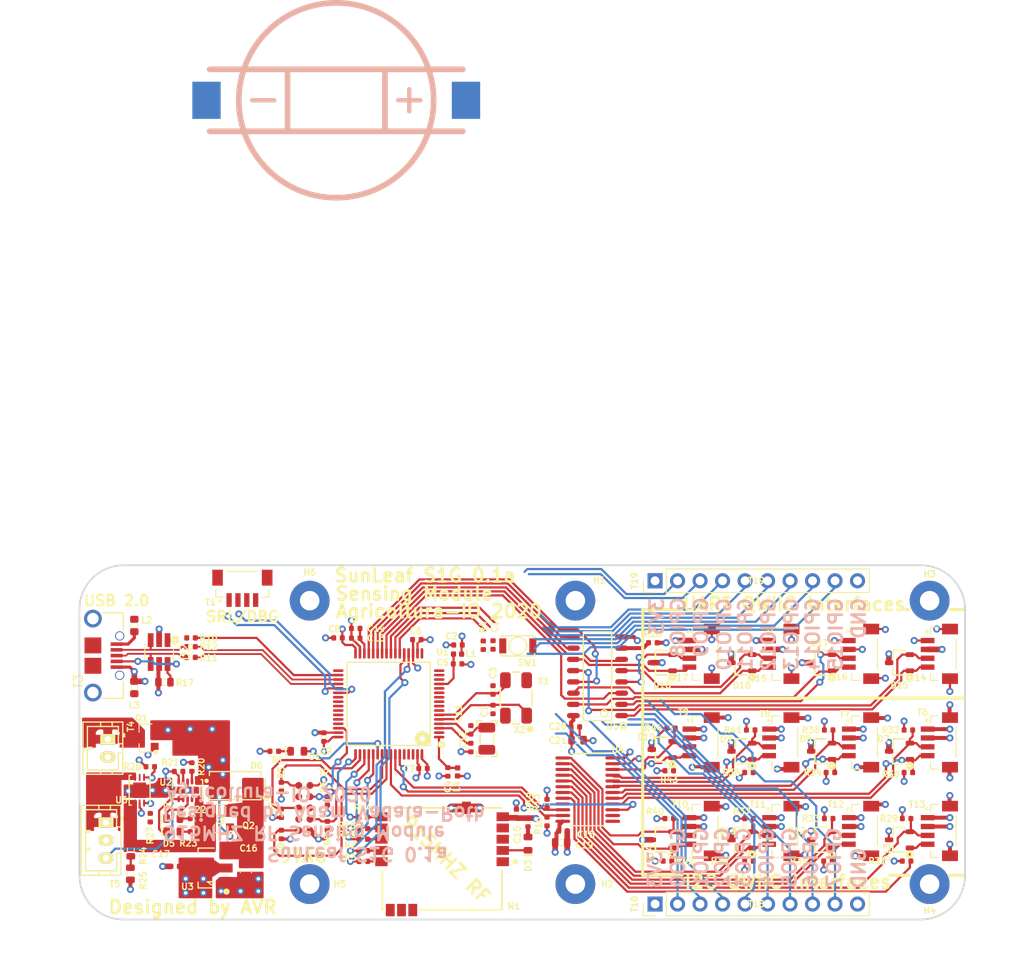
<source format=kicad_pcb>
(kicad_pcb (version 20171130) (host pcbnew "(5.1.6)-1")
  (layers (0 F.Cu signal) (1 In1.Cu power hide) (2 In2.Cu power hide) (31 B.Cu signal) (34 B.Paste user) (35 F.Paste user) (36 B.SilkS user hide) (37 F.SilkS user) (38 B.Mask user) (39 F.Mask user) (44 Edge.Cuts user))
  (net 0 "")
  (net 1 GND)
  (net 2 "/STM32F446RET6 - MCU/OSC_IN")
  (net 3 +3V3)
  (net 4 "/STM32F446RET6 - MCU/OSC_OUT")
  (net 5 "/STM32F446RET6 - MCU/VBAT")
  (net 6 "/STM32F446RET6 - MCU/VDDA")
  (net 7 "/STM32F446RET6 - MCU/NRST")
  (net 8 "/STM32F446RET6 - MCU/OSC32_IN")
  (net 9 "/STM32F446RET6 - MCU/VCAP1")
  (net 10 "/Power Supply & Battery Charging/3V3_REG_IN")
  (net 11 "Net-(D1-Pad2)")
  (net 12 "/STM32F446RET6 - MCU/HEARBEAT_LED")
  (net 13 "/Power Supply & Battery Charging/USB_VBUS")
  (net 14 "/STM32F446RET6 - MCU/D-")
  (net 15 "/STM32F446RET6 - MCU/D+")
  (net 16 "/STM32F446RET6 - MCU/ID")
  (net 17 "/SPSGRF-915 RF Module /RF_LED")
  (net 18 "Net-(D3-Pad1)")
  (net 19 "/Power Supply & Battery Charging/CHG")
  (net 20 "Net-(D4-Pad1)")
  (net 21 "/Power Supply & Battery Charging/PG6_EN7")
  (net 22 "Net-(D5-Pad1)")
  (net 23 "/STM32F446RET6 - MCU/VBUS")
  (net 24 "Net-(L3-Pad1)")
  (net 25 "/SPSGRF-915 RF Module /RF_SHDN")
  (net 26 "/SPSGRF-915 RF Module /RF_SPI_CS")
  (net 27 "/SPSGRF-915 RF Module /RF_SPI_MOSI")
  (net 28 "/SPSGRF-915 RF Module /RF_SPI_SCLK")
  (net 29 "Net-(M1-Pad4)")
  (net 30 "Net-(M1-Pad3)")
  (net 31 "Net-(M1-Pad1)")
  (net 32 "/Power Supply & Battery Charging/Solar_PNL")
  (net 33 "/Power Supply & Battery Charging/BAT")
  (net 34 "/STM32F446RET6 - MCU/CS_MCU")
  (net 35 "/STM32F446RET6 - MCU/RF_SHDN_MCU")
  (net 36 "/STM32F446RET6 - MCU/SWDIO_TMS")
  (net 37 "/STM32F446RET6 - MCU/SWCLK_TCK")
  (net 38 "/STM32F446RET6 - MCU/SWO_TDO")
  (net 39 "/STM32F446RET6 - MCU/SWO_TDI")
  (net 40 "/STM32F446RET6 - MCU/NJTRST")
  (net 41 "Net-(R10-Pad1)")
  (net 42 "/I2C Mux & Connections/I2C_SENSE1_SCL")
  (net 43 "/STM32F446RET6 - MCU/SCLK_MCU")
  (net 44 "/STM32F446RET6 - MCU/MOSI_MCU")
  (net 45 "/I2C Mux & Connections/I2C_SENSE1_SDA")
  (net 46 "/STM32F446RET6 - MCU/MISO_MCU")
  (net 47 "/SPSGRF-915 RF Module /RF_SPI_MISO")
  (net 48 "Net-(R20-Pad1)")
  (net 49 "/Power Supply & Battery Charging/THERM")
  (net 50 "/Power Supply & Battery Charging/VTSB")
  (net 51 "/Power Supply & Battery Charging/BAT_VOLT_SENSE")
  (net 52 "Net-(R26-Pad2)")
  (net 53 "Net-(T2-Pad7)")
  (net 54 "/I2C Mux & Connections/QWIIC_SC0")
  (net 55 "/I2C Mux & Connections/QWIIC_SD0")
  (net 56 "/I2C Mux & Connections/QWIIC_SC1")
  (net 57 "/I2C Mux & Connections/QWIIC_SD1")
  (net 58 "/I2C Mux & Connections/QWIIC_SC2")
  (net 59 "/I2C Mux & Connections/QWIIC_SD2")
  (net 60 "/I2C Mux & Connections/QWIIC_SC3")
  (net 61 "/I2C Mux & Connections/QWIIC_SD3")
  (net 62 "/I2C Mux & Connections/QWIIC_SC4")
  (net 63 "/I2C Mux & Connections/QWIIC_SD4")
  (net 64 "/I2C Mux & Connections/QWIIC_SC5")
  (net 65 "/I2C Mux & Connections/QWIIC_SD5")
  (net 66 "/I2C Mux & Connections/QWIIC_SC6")
  (net 67 "/I2C Mux & Connections/QWIIC_SD6")
  (net 68 "/I2C Mux & Connections/QWIIC_SC7")
  (net 69 "/I2C Mux & Connections/QWIIC_SD7")
  (net 70 "/UART Mux & Connections/UARTS1_RX")
  (net 71 "/UART Mux & Connections/UARTS1_TX")
  (net 72 "/UART Mux & Connections/UARTS2_RX")
  (net 73 "/UART Mux & Connections/UARTS2_TX")
  (net 74 "/UART Mux & Connections/UARTS3_RX")
  (net 75 "/UART Mux & Connections/UARTS3_TX")
  (net 76 "/UART Mux & Connections/UARTS4_RX")
  (net 77 "/UART Mux & Connections/UARTS4_TX")
  (net 78 "Net-(U1-Pad2)")
  (net 79 "/STM32F446RET6 - MCU/OSC32_OUT")
  (net 80 "Net-(U1-Pad9)")
  (net 81 "Net-(U1-Pad10)")
  (net 82 "Net-(U1-Pad11)")
  (net 83 "Net-(U1-Pad14)")
  (net 84 "Net-(U1-Pad15)")
  (net 85 "Net-(U1-Pad16)")
  (net 86 "Net-(U1-Pad17)")
  (net 87 "Net-(U1-Pad22)")
  (net 88 "Net-(U1-Pad23)")
  (net 89 "Net-(U1-Pad24)")
  (net 90 "/STM32F446RET6 - MCU/UART_SENSE1_RX")
  (net 91 "/STM32F446RET6 - MCU/USW1_EN")
  (net 92 "/STM32F446RET6 - MCU/USW1_S0")
  (net 93 "/STM32F446RET6 - MCU/USW1_S1")
  (net 94 "Net-(U1-Pad33)")
  (net 95 "Net-(U1-Pad39)")
  (net 96 "Net-(U1-Pad40)")
  (net 97 "Net-(U1-Pad41)")
  (net 98 "Net-(U1-Pad43)")
  (net 99 "Net-(U1-Pad44)")
  (net 100 "Net-(U1-Pad45)")
  (net 101 "/I2C Mux & Connections/I2C_MUX1_RESET")
  (net 102 "Net-(U1-Pad60)")
  (net 103 "Net-(U1-Pad61)")
  (net 104 "Net-(U1-Pad62)")
  (net 105 "Net-(U2-Pad9)")
  (net 106 "Net-(U4-Pad21)")
  (net 107 "Net-(U4-Pad2)")
  (net 108 "Net-(U4-Pad1)")
  (net 109 "/STM32F446RET6 - MCU/DEBUG_UART_RX")
  (net 110 "/STM32F446RET6 - MCU/DEBUG_UART_TX")
  (net 111 "Net-(T18-Pad2)")
  (net 112 "Net-(T18-Pad3)")
  (net 113 "Net-(T18-Pad4)")
  (net 114 "Net-(T18-Pad5)")
  (net 115 "Net-(T18-Pad6)")
  (net 116 "Net-(T18-Pad7)")
  (net 117 "Net-(T18-Pad8)")
  (net 118 "Net-(T19-Pad2)")
  (net 119 "Net-(T19-Pad3)")
  (net 120 "Net-(T19-Pad4)")
  (net 121 "Net-(T19-Pad5)")
  (net 122 "Net-(T19-Pad6)")
  (net 123 "Net-(T19-Pad7)")
  (net 124 "Net-(T19-Pad8)")
  (net 125 "Net-(T18-Pad9)")
  (net 126 "Net-(T19-Pad9)")
  (net 127 "/STM32F446RET6 - MCU/FGND")
  (net 128 "/STM32F446RET6 - MCU/UART_SENSE1_TX")
  (net 129 "Net-(U6-Pad5)")
  (net 130 "Net-(T5-Pad1)")
  (net 131 "/Power Supply & Battery Charging/BAT_SDA")
  (net 132 "/Power Supply & Battery Charging/BAT_SCL")
  (net 133 "Net-(T2-Pad9)")
  (net 134 "Net-(T2-Pad3)")
  (net 135 "Net-(U1-Pad42)")
  (net 136 "/STM32F446RET6 - MCU/MCU_D+")
  (net 137 "/STM32F446RET6 - MCU/MCU_D-")
  (module growbox-KiCAD-Transistors:SOT-23 (layer F.Cu) (at 107.5 89.5 180)
    (fp_text reference Q1 (at 0.5 2.25) (layer F.SilkS) (effects (font (size 0.7 0.7))))
    (fp_text value DMP3125L-7)
    (pad 1 smd rect (at -1 -0.95 180) (size 0.9 0.8) (layers F.Cu F.Paste F.Mask) (net 13 "/Power Supply & Battery Charging/USB_VBUS"))
    (pad 2 smd rect (at -1 0.95 180) (size 0.9 0.8) (layers F.Cu F.Paste F.Mask) (net 13 "/Power Supply & Battery Charging/USB_VBUS"))
    (pad 3 smd rect (at 1 0 180) (size 0.9 0.8) (layers F.Cu F.Paste F.Mask) (net 32 "/Power Supply & Battery Charging/Solar_PNL"))
  )
  (module AVR-KiCAD-Lib-ICs:SOT-23-6_Handsoldering (layer F.Cu) (at 109 79.8 270)
    (fp_text reference D2 (at 0 -2.9 90) (layer F.SilkS))
    (fp_text value ESDA6V1BC6)
    (pad 1 smd rect (at -1.35 -0.95 270) (size 1.56 0.65) (layers F.Cu F.Paste F.Mask) (net 13 "/Power Supply & Battery Charging/USB_VBUS"))
    (pad 2 smd rect (at -1.35 0 270) (size 1.56 0.65) (layers F.Cu F.Paste F.Mask) (net 1 GND))
    (pad 3 smd rect (at -1.35 0.95 270) (size 1.56 0.65) (layers F.Cu F.Paste F.Mask) (net 14 "/STM32F446RET6 - MCU/D-"))
    (pad 4 smd rect (at 1.35 0.95 270) (size 1.56 0.65) (layers F.Cu F.Paste F.Mask) (net 15 "/STM32F446RET6 - MCU/D+"))
    (pad 6 smd rect (at 1.35 -0.95 270) (size 1.56 0.65) (layers F.Cu F.Paste F.Mask) (net 16 "/STM32F446RET6 - MCU/ID"))
    (pad 5 smd rect (at 1.35 0 270) (size 1.56 0.65) (layers F.Cu F.Paste F.Mask) (net 1 GND))
  )
  (module AVR-KiCAD-Lib-Battery-Holders:BU2032SM-JJ-GTR (layer B.Cu) (at 129 17.5 180)
    (fp_text reference T20 (at 0 15.55) (layer B.SilkS) (effects (justify mirror)))
    (fp_text value BU2032SM-JJ-GTR)
    (pad 2 smd rect (at 14.65 0 180) (size 3.2 4.2) (layers B.Cu B.Paste B.Mask) (net 1 GND))
    (pad 1 smd rect (at -14.65 0 180) (size 3.2 4.2) (layers B.Cu B.Paste B.Mask) (net 5 "/STM32F446RET6 - MCU/VBAT"))
  )
  (module AVR-KiCAD-Lib-Connectors:0475890001 (layer F.Cu) (at 104.2 80.2 90)
    (fp_text reference T3 (at -2.921 -4.318 90) (layer F.SilkS))
    (fp_text value 0475890001)
    (pad 6 thru_hole circle (at -2.225 0.35 90) (size 1.041 1.041) (drill 0.838) (layers *.Cu *.Mask) (net 24 "Net-(L3-Pad1)"))
    (pad 5 smd rect (at -1.3 0 90) (size 0.4 1.35) (layers F.Cu F.Paste F.Mask) (net 1 GND))
    (pad 8 smd rect (at -1.15 -2.675 90) (size 1.8 1.9) (layers F.Cu F.Paste F.Mask) (net 24 "Net-(L3-Pad1)"))
    (pad 4 smd rect (at -0.65 0 90) (size 0.4 1.35) (layers F.Cu F.Paste F.Mask) (net 16 "/STM32F446RET6 - MCU/ID"))
    (pad 3 smd rect (at 0 0 90) (size 0.4 1.35) (layers F.Cu F.Paste F.Mask) (net 15 "/STM32F446RET6 - MCU/D+"))
    (pad 2 smd rect (at 0.65 0 90) (size 0.4 1.35) (layers F.Cu F.Paste F.Mask) (net 14 "/STM32F446RET6 - MCU/D-"))
    (pad 1 smd rect (at 1.3 0 90) (size 0.4 1.35) (layers F.Cu F.Paste F.Mask) (net 23 "/STM32F446RET6 - MCU/VBUS"))
    (pad 7 thru_hole circle (at 2.225 0.35 90) (size 1.041 1.041) (drill 0.838) (layers *.Cu *.Mask) (net 24 "Net-(L3-Pad1)"))
    (pad 9 smd rect (at 1.15 -2.675 90) (size 1.8 1.9) (layers F.Cu F.Paste F.Mask) (net 24 "Net-(L3-Pad1)"))
    (pad 10 thru_hole circle (at -4.175 -2.675 90) (size 2 2) (drill 1.3) (layers *.Cu *.Mask) (net 24 "Net-(L3-Pad1)"))
    (pad 11 thru_hole circle (at 4.175 -2.675 90) (size 2 2) (drill 1.3) (layers *.Cu *.Mask) (net 24 "Net-(L3-Pad1)"))
  )
  (module AVR-KiCAD-Lib-Resistors:R0402 (layer F.Cu) (at 166.8 88.4)
    (fp_text reference R44 (at -2 0) (layer F.SilkS) (effects (font (size 0.7 0.7))))
    (fp_text value RC0402FR-074K7L)
    (pad 1 smd roundrect (at -0.483 0) (size 0.559 0.61) (layers F.Cu F.Paste F.Mask) (net 3 +3V3))
    (pad 2 smd roundrect (at 0.483 0) (size 0.559 0.61) (layers F.Cu F.Paste F.Mask) (net 61 "/I2C Mux & Connections/QWIIC_SD3"))
  )
  (module AVR-KiCAD-Lib-Resistors:R0402 (layer F.Cu) (at 166.6 93.2)
    (fp_text reference R43 (at 0 1) (layer F.SilkS) (effects (font (size 0.7 0.7))))
    (fp_text value RC0402FR-074K7L)
    (pad 1 smd roundrect (at -0.483 0) (size 0.559 0.61) (layers F.Cu F.Paste F.Mask) (net 3 +3V3))
    (pad 2 smd roundrect (at 0.483 0) (size 0.559 0.61) (layers F.Cu F.Paste F.Mask) (net 60 "/I2C Mux & Connections/QWIIC_SC3"))
  )
  (module AVR-KiCAD-Lib-Resistors:R0402 (layer F.Cu) (at 166.4 103.4)
    (fp_text reference R42 (at 2 0) (layer F.SilkS) (effects (font (size 0.7 0.7))))
    (fp_text value RC0402FR-074K7L)
    (pad 1 smd roundrect (at -0.483 0) (size 0.559 0.61) (layers F.Cu F.Paste F.Mask) (net 3 +3V3))
    (pad 2 smd roundrect (at 0.483 0) (size 0.559 0.61) (layers F.Cu F.Paste F.Mask) (net 62 "/I2C Mux & Connections/QWIIC_SC4"))
  )
  (module AVR-KiCAD-Lib-Resistors:R0402 (layer F.Cu) (at 175.8 88.6)
    (fp_text reference R41 (at -2 0) (layer F.SilkS) (effects (font (size 0.7 0.7))))
    (fp_text value RC0402FR-074K7L)
    (pad 1 smd roundrect (at -0.483 0) (size 0.559 0.61) (layers F.Cu F.Paste F.Mask) (net 3 +3V3))
    (pad 2 smd roundrect (at 0.483 0) (size 0.559 0.61) (layers F.Cu F.Paste F.Mask) (net 59 "/I2C Mux & Connections/QWIIC_SD2"))
  )
  (module AVR-KiCAD-Lib-Resistors:R0402 (layer F.Cu) (at 166.6 98.6)
    (fp_text reference R40 (at -1.6 -0.8) (layer F.SilkS) (effects (font (size 0.7 0.7))))
    (fp_text value RC0402FR-074K7L)
    (pad 1 smd roundrect (at -0.483 0) (size 0.559 0.61) (layers F.Cu F.Paste F.Mask) (net 3 +3V3))
    (pad 2 smd roundrect (at 0.483 0) (size 0.559 0.61) (layers F.Cu F.Paste F.Mask) (net 63 "/I2C Mux & Connections/QWIIC_SD4"))
  )
  (module AVR-KiCAD-Lib-Resistors:R0402 (layer F.Cu) (at 175.6 103.4)
    (fp_text reference R39 (at -3.302 0) (layer F.SilkS) (effects (font (size 0.7 0.7))))
    (fp_text value RC0402FR-074K7L)
    (pad 1 smd roundrect (at -0.483 0) (size 0.559 0.61) (layers F.Cu F.Paste F.Mask) (net 3 +3V3))
    (pad 2 smd roundrect (at 0.483 0) (size 0.559 0.61) (layers F.Cu F.Paste F.Mask) (net 64 "/I2C Mux & Connections/QWIIC_SC5"))
  )
  (module AVR-KiCAD-Lib-Resistors:R0402 (layer F.Cu) (at 175.6 93.4)
    (fp_text reference R38 (at -2 0) (layer F.SilkS) (effects (font (size 0.7 0.7))))
    (fp_text value RC0402FR-074K7L)
    (pad 1 smd roundrect (at -0.483 0) (size 0.559 0.61) (layers F.Cu F.Paste F.Mask) (net 3 +3V3))
    (pad 2 smd roundrect (at 0.483 0) (size 0.559 0.61) (layers F.Cu F.Paste F.Mask) (net 58 "/I2C Mux & Connections/QWIIC_SC2"))
  )
  (module AVR-KiCAD-Lib-Resistors:R0402 (layer F.Cu) (at 175.6 98.6)
    (fp_text reference R37 (at -0.8 -0.8) (layer F.SilkS) (effects (font (size 0.7 0.7))))
    (fp_text value RC0402FR-074K7L)
    (pad 1 smd roundrect (at -0.483 0) (size 0.559 0.61) (layers F.Cu F.Paste F.Mask) (net 3 +3V3))
    (pad 2 smd roundrect (at 0.483 0) (size 0.559 0.61) (layers F.Cu F.Paste F.Mask) (net 65 "/I2C Mux & Connections/QWIIC_SD5"))
  )
  (module AVR-KiCAD-Lib-Resistors:R0402 (layer F.Cu) (at 184.6 88.6)
    (fp_text reference R36 (at -2 0) (layer F.SilkS) (effects (font (size 0.7 0.7))))
    (fp_text value RC0402FR-074K7L)
    (pad 1 smd roundrect (at -0.483 0) (size 0.559 0.61) (layers F.Cu F.Paste F.Mask) (net 3 +3V3))
    (pad 2 smd roundrect (at 0.483 0) (size 0.559 0.61) (layers F.Cu F.Paste F.Mask) (net 57 "/I2C Mux & Connections/QWIIC_SD1"))
  )
  (module AVR-KiCAD-Lib-Resistors:R0402 (layer F.Cu) (at 184.517 103.4)
    (fp_text reference R35 (at -3.302 0) (layer F.SilkS) (effects (font (size 0.7 0.7))))
    (fp_text value RC0402FR-074K7L)
    (pad 1 smd roundrect (at -0.483 0) (size 0.559 0.61) (layers F.Cu F.Paste F.Mask) (net 3 +3V3))
    (pad 2 smd roundrect (at 0.483 0) (size 0.559 0.61) (layers F.Cu F.Paste F.Mask) (net 66 "/I2C Mux & Connections/QWIIC_SC6"))
  )
  (module AVR-KiCAD-Lib-Resistors:R0402 (layer F.Cu) (at 184.8 93.4)
    (fp_text reference R34 (at -2 0) (layer F.SilkS) (effects (font (size 0.7 0.7))))
    (fp_text value RC0402FR-074K7L)
    (pad 1 smd roundrect (at -0.483 0) (size 0.559 0.61) (layers F.Cu F.Paste F.Mask) (net 3 +3V3))
    (pad 2 smd roundrect (at 0.483 0) (size 0.559 0.61) (layers F.Cu F.Paste F.Mask) (net 56 "/I2C Mux & Connections/QWIIC_SC1"))
  )
  (module AVR-KiCAD-Lib-Resistors:R0402 (layer F.Cu) (at 184.6 98.6)
    (fp_text reference R33 (at -2 0) (layer F.SilkS) (effects (font (size 0.7 0.7))))
    (fp_text value RC0402FR-074K7L)
    (pad 1 smd roundrect (at -0.483 0) (size 0.559 0.61) (layers F.Cu F.Paste F.Mask) (net 3 +3V3))
    (pad 2 smd roundrect (at 0.483 0) (size 0.559 0.61) (layers F.Cu F.Paste F.Mask) (net 67 "/I2C Mux & Connections/QWIIC_SD6"))
  )
  (module AVR-KiCAD-Lib-Resistors:R0402 (layer F.Cu) (at 193.6 88.6)
    (fp_text reference R32 (at -2 0) (layer F.SilkS) (effects (font (size 0.7 0.7))))
    (fp_text value RC0402FR-074K7L)
    (pad 1 smd roundrect (at -0.483 0) (size 0.559 0.61) (layers F.Cu F.Paste F.Mask) (net 3 +3V3))
    (pad 2 smd roundrect (at 0.483 0) (size 0.559 0.61) (layers F.Cu F.Paste F.Mask) (net 55 "/I2C Mux & Connections/QWIIC_SD0"))
  )
  (module AVR-KiCAD-Lib-Resistors:R0402 (layer F.Cu) (at 193.4 103.4)
    (fp_text reference R31 (at -3.302 0) (layer F.SilkS) (effects (font (size 0.7 0.7))))
    (fp_text value RC0402FR-074K7L)
    (pad 1 smd roundrect (at -0.483 0) (size 0.559 0.61) (layers F.Cu F.Paste F.Mask) (net 3 +3V3))
    (pad 2 smd roundrect (at 0.483 0) (size 0.559 0.61) (layers F.Cu F.Paste F.Mask) (net 68 "/I2C Mux & Connections/QWIIC_SC7"))
  )
  (module AVR-KiCAD-Lib-Resistors:R0402 (layer F.Cu) (at 193.6 93.4)
    (fp_text reference R30 (at -2 0.2) (layer F.SilkS) (effects (font (size 0.7 0.7))))
    (fp_text value RC0402FR-074K7L)
    (pad 1 smd roundrect (at -0.483 0) (size 0.559 0.61) (layers F.Cu F.Paste F.Mask) (net 3 +3V3))
    (pad 2 smd roundrect (at 0.483 0) (size 0.559 0.61) (layers F.Cu F.Paste F.Mask) (net 54 "/I2C Mux & Connections/QWIIC_SC0"))
  )
  (module AVR-KiCAD-Lib-Resistors:R0402 (layer F.Cu) (at 193.4 98.6)
    (fp_text reference R29 (at -2 0) (layer F.SilkS) (effects (font (size 0.7 0.7))))
    (fp_text value RC0402FR-074K7L)
    (pad 1 smd roundrect (at -0.483 0) (size 0.559 0.61) (layers F.Cu F.Paste F.Mask) (net 3 +3V3))
    (pad 2 smd roundrect (at 0.483 0) (size 0.559 0.61) (layers F.Cu F.Paste F.Mask) (net 69 "/I2C Mux & Connections/QWIIC_SD7"))
  )
  (module AVR-KiCAD-Lib-Resistors:R0402 (layer F.Cu) (at 108 92.75)
    (fp_text reference R28 (at -2 0) (layer F.SilkS) (effects (font (size 0.7 0.7))))
    (fp_text value RC0402FR-074K7L)
    (pad 1 smd roundrect (at -0.483 0) (size 0.559 0.61) (layers F.Cu F.Paste F.Mask) (net 3 +3V3))
    (pad 2 smd roundrect (at 0.483 0) (size 0.559 0.61) (layers F.Cu F.Paste F.Mask) (net 131 "/Power Supply & Battery Charging/BAT_SDA"))
  )
  (module AVR-KiCAD-Lib-Resistors:R0402 (layer F.Cu) (at 108 98.5 90)
    (fp_text reference R27 (at -2 0 90) (layer F.SilkS) (effects (font (size 0.7 0.7))))
    (fp_text value RC0402FR-074K7L)
    (pad 1 smd roundrect (at -0.483 0 90) (size 0.559 0.61) (layers F.Cu F.Paste F.Mask) (net 3 +3V3))
    (pad 2 smd roundrect (at 0.483 0 90) (size 0.559 0.61) (layers F.Cu F.Paste F.Mask) (net 132 "/Power Supply & Battery Charging/BAT_SCL"))
  )
  (module AVR-KiCAD-Lib-Connectors:TC2050-CLIP (layer F.Cu) (at 125.4 97.4 90)
    (fp_text reference T2 (at 4 2.2 180) (layer F.SilkS) (effects (font (size 0.7 0.7))))
    (fp_text value TC2050-IDC-NL-FP)
    (pad 1 smd circle (at -2.54 0.635 90) (size 0.787 0.787) (layers F.Cu F.Paste F.Mask) (net 3 +3V3))
    (pad 10 smd circle (at -2.54 -0.635 90) (size 0.787 0.787) (layers F.Cu F.Paste F.Mask) (net 40 "/STM32F446RET6 - MCU/NJTRST"))
    (pad 2 smd circle (at -1.27 0.635 90) (size 0.787 0.787) (layers F.Cu F.Paste F.Mask) (net 36 "/STM32F446RET6 - MCU/SWDIO_TMS"))
    (pad 9 smd circle (at -1.27 -0.635 90) (size 0.787 0.787) (layers F.Cu F.Paste F.Mask) (net 133 "Net-(T2-Pad9)"))
    (pad 5 smd circle (at 2.54 0.635 90) (size 0.787 0.787) (layers F.Cu F.Paste F.Mask) (net 1 GND))
    (pad 6 smd circle (at 2.54 -0.635 90) (size 0.787 0.787) (layers F.Cu F.Paste F.Mask) (net 38 "/STM32F446RET6 - MCU/SWO_TDO"))
    (pad 4 smd circle (at 1.27 0.635 90) (size 0.787 0.787) (layers F.Cu F.Paste F.Mask) (net 37 "/STM32F446RET6 - MCU/SWCLK_TCK"))
    (pad 7 smd circle (at 1.27 -0.635 90) (size 0.787 0.787) (layers F.Cu F.Paste F.Mask) (net 53 "Net-(T2-Pad7)"))
    (pad 8 smd circle (at 0 -0.635 90) (size 0.787 0.787) (layers F.Cu F.Paste F.Mask) (net 39 "/STM32F446RET6 - MCU/SWO_TDI"))
    (pad 3 smd circle (at 0 0.635 90) (size 0.787 0.787) (layers F.Cu F.Paste F.Mask) (net 134 "Net-(T2-Pad3)"))
    (pad "" np_thru_hole circle (at 3.81 -1.015 90) (size 0.991 0.991) (drill 0.991) (layers *.Cu *.Mask))
    (pad "" np_thru_hole circle (at 3.81 1.015 90) (size 0.991 0.991) (drill 0.991) (layers *.Cu *.Mask))
    (pad "" np_thru_hole circle (at -3.81 0 90) (size 0.991 0.991) (drill 0.991) (layers *.Cu *.Mask))
  )
  (module AVR-KiCAD-Lib-ICs:LTC2941CDCB-1-TRMPBF (layer F.Cu) (at 106.8 95.4 90)
    (fp_text reference U6 (at -1.1 -2.05 180) (layer F.SilkS) (effects (font (size 0.7 0.7))))
    (fp_text value LTC2941CDCB-1#TRMPBF hide)
    (pad 7 smd rect (at 0 0 90) (size 1.7526 1.4478) (layers F.Cu F.Paste F.Mask) (net 1 GND))
    (pad 6 smd oval (at 1.4478 -0.499999 90) (size 0.8128 0.2032) (layers F.Cu F.Paste F.Mask) (net 130 "Net-(T5-Pad1)"))
    (pad 5 smd oval (at 1.4478 0 90) (size 0.8128 0.2032) (layers F.Cu F.Paste F.Mask) (net 129 "Net-(U6-Pad5)"))
    (pad 4 smd oval (at 1.4478 0.499999 90) (size 0.8128 0.2032) (layers F.Cu F.Paste F.Mask) (net 131 "/Power Supply & Battery Charging/BAT_SDA"))
    (pad 3 smd oval (at -1.4478 0.499999 90) (size 0.8128 0.2032) (layers F.Cu F.Paste F.Mask) (net 132 "/Power Supply & Battery Charging/BAT_SCL"))
    (pad 2 smd oval (at -1.4478 0 90) (size 0.8128 0.2032) (layers F.Cu F.Paste F.Mask) (net 1 GND))
    (pad 1 smd oval (at -1.4478 -0.499999 90) (size 0.8128 0.2032) (layers F.Cu F.Paste F.Mask) (net 33 "/Power Supply & Battery Charging/BAT"))
  )
  (module AVR-KiCAD-Lib-Diodes:SOT-23 (layer F.Cu) (at 165.8 81 180)
    (fp_text reference D18 (at 0 -2.55) (layer F.SilkS) (effects (font (size 0.7 0.7))))
    (fp_text value PESD3V3L2BT,215)
    (pad 2 smd roundrect (at -1.175 0.915 180) (size 0.95 0.55) (layers F.Cu F.Paste F.Mask) (net 77 "/UART Mux & Connections/UARTS4_TX"))
    (pad 1 smd roundrect (at -1.175 -0.915 180) (size 0.95 0.55) (layers F.Cu F.Paste F.Mask) (net 76 "/UART Mux & Connections/UARTS4_RX"))
    (pad 3 smd roundrect (at 1.175 0 180) (size 0.95 0.55) (layers F.Cu F.Paste F.Mask) (net 3 +3V3))
  )
  (module AVR-KiCAD-Lib-Diodes:SOT-23 (layer F.Cu) (at 183.8 81 180)
    (fp_text reference D17 (at 0.2 2.2) (layer F.SilkS) (effects (font (size 0.7 0.7))))
    (fp_text value PESD3V3L2BT,215)
    (pad 2 smd roundrect (at -1.175 0.915 180) (size 0.95 0.55) (layers F.Cu F.Paste F.Mask) (net 75 "/UART Mux & Connections/UARTS3_TX"))
    (pad 1 smd roundrect (at -1.175 -0.915 180) (size 0.95 0.55) (layers F.Cu F.Paste F.Mask) (net 74 "/UART Mux & Connections/UARTS3_RX"))
    (pad 3 smd roundrect (at 1.175 0 180) (size 0.95 0.55) (layers F.Cu F.Paste F.Mask) (net 3 +3V3))
  )
  (module AVR-KiCAD-Lib-Diodes:SOT-23 (layer F.Cu) (at 174.8 81 180)
    (fp_text reference D16 (at 0 -2.55) (layer F.SilkS) (effects (font (size 0.7 0.7))))
    (fp_text value PESD3V3L2BT,215)
    (pad 2 smd roundrect (at -1.175 0.915 180) (size 0.95 0.55) (layers F.Cu F.Paste F.Mask) (net 73 "/UART Mux & Connections/UARTS2_TX"))
    (pad 1 smd roundrect (at -1.175 -0.915 180) (size 0.95 0.55) (layers F.Cu F.Paste F.Mask) (net 72 "/UART Mux & Connections/UARTS2_RX"))
    (pad 3 smd roundrect (at 1.175 0 180) (size 0.95 0.55) (layers F.Cu F.Paste F.Mask) (net 3 +3V3))
  )
  (module AVR-KiCAD-Lib-Diodes:SOT-23 (layer F.Cu) (at 192.6 81 180)
    (fp_text reference D15 (at 0 -2.55) (layer F.SilkS) (effects (font (size 0.7 0.7))))
    (fp_text value PESD3V3L2BT,215)
    (pad 2 smd roundrect (at -1.175 0.915 180) (size 0.95 0.55) (layers F.Cu F.Paste F.Mask) (net 71 "/UART Mux & Connections/UARTS1_TX"))
    (pad 1 smd roundrect (at -1.175 -0.915 180) (size 0.95 0.55) (layers F.Cu F.Paste F.Mask) (net 70 "/UART Mux & Connections/UARTS1_RX"))
    (pad 3 smd roundrect (at 1.175 0 180) (size 0.95 0.55) (layers F.Cu F.Paste F.Mask) (net 3 +3V3))
  )
  (module AVR-KiCAD-Lib-Diodes:SOT-23 (layer F.Cu) (at 165.8 101 180)
    (fp_text reference D14 (at 1.4 -1.6 90) (layer F.SilkS) (effects (font (size 0.7 0.7))))
    (fp_text value PESD3V3L2BT,215)
    (pad 2 smd roundrect (at -1.175 0.915 180) (size 0.95 0.55) (layers F.Cu F.Paste F.Mask) (net 63 "/I2C Mux & Connections/QWIIC_SD4"))
    (pad 1 smd roundrect (at -1.175 -0.915 180) (size 0.95 0.55) (layers F.Cu F.Paste F.Mask) (net 62 "/I2C Mux & Connections/QWIIC_SC4"))
    (pad 3 smd roundrect (at 1.175 0 180) (size 0.95 0.55) (layers F.Cu F.Paste F.Mask) (net 3 +3V3))
  )
  (module AVR-KiCAD-Lib-Diodes:SOT-23 (layer F.Cu) (at 192.6 101 180)
    (fp_text reference D13 (at 1.4 -1.4 90) (layer F.SilkS) (effects (font (size 0.7 0.7))))
    (fp_text value PESD3V3L2BT,215)
    (pad 2 smd roundrect (at -1.175 0.915 180) (size 0.95 0.55) (layers F.Cu F.Paste F.Mask) (net 69 "/I2C Mux & Connections/QWIIC_SD7"))
    (pad 1 smd roundrect (at -1.175 -0.915 180) (size 0.95 0.55) (layers F.Cu F.Paste F.Mask) (net 68 "/I2C Mux & Connections/QWIIC_SC7"))
    (pad 3 smd roundrect (at 1.175 0 180) (size 0.95 0.55) (layers F.Cu F.Paste F.Mask) (net 3 +3V3))
  )
  (module AVR-KiCAD-Lib-Diodes:SOT-23 (layer F.Cu) (at 183.8 101 180)
    (fp_text reference D12 (at 2.8 1) (layer F.SilkS) (effects (font (size 0.7 0.7))))
    (fp_text value PESD3V3L2BT,215)
    (pad 2 smd roundrect (at -1.175 0.915 180) (size 0.95 0.55) (layers F.Cu F.Paste F.Mask) (net 67 "/I2C Mux & Connections/QWIIC_SD6"))
    (pad 1 smd roundrect (at -1.175 -0.915 180) (size 0.95 0.55) (layers F.Cu F.Paste F.Mask) (net 66 "/I2C Mux & Connections/QWIIC_SC6"))
    (pad 3 smd roundrect (at 1.175 0 180) (size 0.95 0.55) (layers F.Cu F.Paste F.Mask) (net 3 +3V3))
  )
  (module AVR-KiCAD-Lib-Diodes:SOT-23 (layer F.Cu) (at 174.8 101 180)
    (fp_text reference D11 (at 1.6 1) (layer F.SilkS) (effects (font (size 0.7 0.7))))
    (fp_text value PESD3V3L2BT,215)
    (pad 2 smd roundrect (at -1.175 0.915 180) (size 0.95 0.55) (layers F.Cu F.Paste F.Mask) (net 65 "/I2C Mux & Connections/QWIIC_SD5"))
    (pad 1 smd roundrect (at -1.175 -0.915 180) (size 0.95 0.55) (layers F.Cu F.Paste F.Mask) (net 64 "/I2C Mux & Connections/QWIIC_SC5"))
    (pad 3 smd roundrect (at 1.175 0 180) (size 0.95 0.55) (layers F.Cu F.Paste F.Mask) (net 3 +3V3))
  )
  (module AVR-KiCAD-Lib-Diodes:SOT-23 (layer F.Cu) (at 165.8 90.8 180)
    (fp_text reference D10 (at 1.8 1.4) (layer F.SilkS) (effects (font (size 0.7 0.7))))
    (fp_text value PESD3V3L2BT,215)
    (pad 2 smd roundrect (at -1.175 0.915 180) (size 0.95 0.55) (layers F.Cu F.Paste F.Mask) (net 61 "/I2C Mux & Connections/QWIIC_SD3"))
    (pad 1 smd roundrect (at -1.175 -0.915 180) (size 0.95 0.55) (layers F.Cu F.Paste F.Mask) (net 60 "/I2C Mux & Connections/QWIIC_SC3"))
    (pad 3 smd roundrect (at 1.175 0 180) (size 0.95 0.55) (layers F.Cu F.Paste F.Mask) (net 3 +3V3))
  )
  (module AVR-KiCAD-Lib-Diodes:SOT-23 (layer F.Cu) (at 174.8 91 180)
    (fp_text reference D9 (at 1.8 1.4) (layer F.SilkS) (effects (font (size 0.7 0.7))))
    (fp_text value PESD3V3L2BT,215)
    (pad 2 smd roundrect (at -1.175 0.915 180) (size 0.95 0.55) (layers F.Cu F.Paste F.Mask) (net 59 "/I2C Mux & Connections/QWIIC_SD2"))
    (pad 1 smd roundrect (at -1.175 -0.915 180) (size 0.95 0.55) (layers F.Cu F.Paste F.Mask) (net 58 "/I2C Mux & Connections/QWIIC_SC2"))
    (pad 3 smd roundrect (at 1.175 0 180) (size 0.95 0.55) (layers F.Cu F.Paste F.Mask) (net 3 +3V3))
  )
  (module AVR-KiCAD-Lib-Diodes:SOT-23 (layer F.Cu) (at 183.8 91 180)
    (fp_text reference D8 (at 1.8 1.4) (layer F.SilkS) (effects (font (size 0.7 0.7))))
    (fp_text value PESD3V3L2BT,215)
    (pad 2 smd roundrect (at -1.175 0.915 180) (size 0.95 0.55) (layers F.Cu F.Paste F.Mask) (net 57 "/I2C Mux & Connections/QWIIC_SD1"))
    (pad 1 smd roundrect (at -1.175 -0.915 180) (size 0.95 0.55) (layers F.Cu F.Paste F.Mask) (net 56 "/I2C Mux & Connections/QWIIC_SC1"))
    (pad 3 smd roundrect (at 1.175 0 180) (size 0.95 0.55) (layers F.Cu F.Paste F.Mask) (net 3 +3V3))
  )
  (module AVR-KiCAD-Lib-Diodes:SOT-23 (layer F.Cu) (at 192.6 91 180)
    (fp_text reference D7 (at 1.8 1.4) (layer F.SilkS) (effects (font (size 0.7 0.7))))
    (fp_text value PESD3V3L2BT,215)
    (pad 2 smd roundrect (at -1.175 0.915 180) (size 0.95 0.55) (layers F.Cu F.Paste F.Mask) (net 55 "/I2C Mux & Connections/QWIIC_SD0"))
    (pad 1 smd roundrect (at -1.175 -0.915 180) (size 0.95 0.55) (layers F.Cu F.Paste F.Mask) (net 54 "/I2C Mux & Connections/QWIIC_SC0"))
    (pad 3 smd roundrect (at 1.175 0 180) (size 0.95 0.55) (layers F.Cu F.Paste F.Mask) (net 3 +3V3))
  )
  (module "AVR-KiCAD-Lib-Connectors:B3B-PH-K-S(LF)(SN)" (layer F.Cu) (at 103 99.05 270)
    (fp_text reference T5 (at 6.95 -1 180) (layer F.SilkS) (effects (font (size 0.7 0.7))))
    (fp_text value "B3B-PH-K-S(LF)(SN)")
    (pad 1 thru_hole rect (at 0 0 270) (size 1.2 1.7) (drill 0.7) (layers *.Cu *.Mask F.SilkS) (net 130 "Net-(T5-Pad1)"))
    (pad 2 thru_hole oval (at 2 0 270) (size 1.2 1.7) (drill 0.7) (layers *.Cu *.Mask F.SilkS) (net 1 GND))
    (pad 3 thru_hole oval (at 4 0 270) (size 1.2 1.7) (drill 0.7) (layers *.Cu *.Mask F.SilkS) (net 49 "/Power Supply & Battery Charging/THERM"))
  )
  (module "AVR-KiCAD-Lib-Connectors:B2B-PH-K-S(LF)(SN)" (layer F.Cu) (at 103.2 89.65 270)
    (fp_text reference T4 (at -1.45 -2.6 90) (layer F.SilkS) (effects (font (size 0.7 0.7))))
    (fp_text value "B2B-PH-K-S(LF)(SN)")
    (pad 1 thru_hole rect (at 0 0 270) (size 1.2 1.7) (drill 0.7) (layers *.Cu *.Mask F.SilkS) (net 32 "/Power Supply & Battery Charging/Solar_PNL"))
    (pad 2 thru_hole oval (at 2 0 270) (size 1.2 1.7) (drill 0.7) (layers *.Cu *.Mask F.SilkS) (net 1 GND))
  )
  (module AVR-KiCAD-Lib-Mech-Switches:B3U-1000P (layer F.Cu) (at 149.5 79.1)
    (fp_text reference SW1 (at 1.1 1.9) (layer F.SilkS) (effects (font (size 0.7 0.7))))
    (fp_text value B3U-1000P)
    (pad 1 smd rect (at -1.7 0) (size 0.8 1.7) (layers F.Cu F.Paste F.Mask) (net 7 "/STM32F446RET6 - MCU/NRST"))
    (pad 2 smd rect (at 1.7 0) (size 0.8 1.7) (layers F.Cu F.Paste F.Mask) (net 1 GND))
  )
  (module AVR-KiCAD-Lib-Holes_Fasteners:M2_HOLE (layer F.Cu) (at 126 74)
    (fp_text reference H6 (at 0 -3.2) (layer F.SilkS) (effects (font (size 0.7 0.7))))
    (fp_text value M2_Plated_Hole)
    (pad 1 thru_hole circle (at 0 0) (size 4.5 4.5) (drill 2.2) (layers *.Cu *.Mask) (net 127 "/STM32F446RET6 - MCU/FGND"))
  )
  (module AVR-KiCAD-Lib-Holes_Fasteners:M2_HOLE (layer F.Cu) (at 126 106)
    (fp_text reference H5 (at 3.4 0) (layer F.SilkS) (effects (font (size 0.7 0.7))))
    (fp_text value M2_Plated_Hole)
    (pad 1 thru_hole circle (at 0 0) (size 4.5 4.5) (drill 2.2) (layers *.Cu *.Mask) (net 127 "/STM32F446RET6 - MCU/FGND"))
  )
  (module AVR-KiCAD-Lib-Holes_Fasteners:M2_HOLE (layer F.Cu) (at 196 106)
    (fp_text reference H4 (at 0 3) (layer F.SilkS) (effects (font (size 0.7 0.7))))
    (fp_text value M2_Plated_Hole)
    (pad 1 thru_hole circle (at 0 0) (size 4.5 4.5) (drill 2.2) (layers *.Cu *.Mask) (net 127 "/STM32F446RET6 - MCU/FGND"))
  )
  (module AVR-KiCAD-Lib-Holes_Fasteners:M2_HOLE (layer F.Cu) (at 196 74)
    (fp_text reference H3 (at 0 -3) (layer F.SilkS) (effects (font (size 0.7 0.7))))
    (fp_text value M2_Plated_Hole)
    (pad 1 thru_hole circle (at 0 0) (size 4.5 4.5) (drill 2.2) (layers *.Cu *.Mask) (net 127 "/STM32F446RET6 - MCU/FGND"))
  )
  (module AVR-KiCAD-Lib-Holes_Fasteners:M2_HOLE (layer F.Cu) (at 156 106)
    (fp_text reference H2 (at 3.6 0) (layer F.SilkS) (effects (font (size 0.7 0.7))))
    (fp_text value M2_Plated_Hole)
    (pad 1 thru_hole circle (at 0 0) (size 4.5 4.5) (drill 2.2) (layers *.Cu *.Mask) (net 127 "/STM32F446RET6 - MCU/FGND"))
  )
  (module AVR-KiCAD-Lib-Holes_Fasteners:M2_HOLE (layer F.Cu) (at 156 74)
    (fp_text reference H1 (at 2.7 -2.3) (layer F.SilkS) (effects (font (size 0.7 0.7))))
    (fp_text value M2_Plated_Hole)
    (pad 1 thru_hole circle (at 0 0) (size 4.5 4.5) (drill 2.2) (layers *.Cu *.Mask) (net 127 "/STM32F446RET6 - MCU/FGND"))
  )
  (module AVR-KiCAD-Lib-Connectors:Female_Header_Straight_1x10_Pitch2.54mm (layer F.Cu) (at 165 71.75 90)
    (fp_text reference T19 (at 0 -2.33 90) (layer F.SilkS) (effects (font (size 0.7 0.7))))
    (fp_text value PPTC101LFBN-RC)
    (fp_text user %R (at 0 11.43) (layer F.SilkS) (effects (font (size 0.7 0.7))))
    (pad 1 thru_hole rect (at 0 0 90) (size 1.7 1.7) (drill 1) (layers *.Cu *.Mask) (net 3 +3V3))
    (pad 2 thru_hole oval (at 0 2.54 90) (size 1.7 1.7) (drill 1) (layers *.Cu *.Mask) (net 118 "Net-(T19-Pad2)"))
    (pad 3 thru_hole oval (at 0 5.08 90) (size 1.7 1.7) (drill 1) (layers *.Cu *.Mask) (net 119 "Net-(T19-Pad3)"))
    (pad 4 thru_hole oval (at 0 7.62 90) (size 1.7 1.7) (drill 1) (layers *.Cu *.Mask) (net 120 "Net-(T19-Pad4)"))
    (pad 5 thru_hole oval (at 0 10.16 90) (size 1.7 1.7) (drill 1) (layers *.Cu *.Mask) (net 121 "Net-(T19-Pad5)"))
    (pad 6 thru_hole oval (at 0 12.7 90) (size 1.7 1.7) (drill 1) (layers *.Cu *.Mask) (net 122 "Net-(T19-Pad6)"))
    (pad 7 thru_hole oval (at 0 15.24 90) (size 1.7 1.7) (drill 1) (layers *.Cu *.Mask) (net 123 "Net-(T19-Pad7)"))
    (pad 8 thru_hole oval (at 0 17.78 90) (size 1.7 1.7) (drill 1) (layers *.Cu *.Mask) (net 124 "Net-(T19-Pad8)"))
    (pad 9 thru_hole oval (at 0 20.32 90) (size 1.7 1.7) (drill 1) (layers *.Cu *.Mask) (net 126 "Net-(T19-Pad9)"))
    (pad 10 thru_hole oval (at 0 22.86 90) (size 1.7 1.7) (drill 1) (layers *.Cu *.Mask) (net 1 GND))
  )
  (module AVR-KiCAD-Lib-Connectors:Female_Header_Straight_1x10_Pitch2.54mm (layer F.Cu) (at 165 108.25 90)
    (fp_text reference T18 (at 0 -2.33 90) (layer F.SilkS) (effects (font (size 0.7 0.7))))
    (fp_text value PPTC101LFBN-RC)
    (fp_text user %R (at 0 11.43) (layer F.SilkS) (effects (font (size 0.7 0.7))))
    (pad 1 thru_hole rect (at 0 0 90) (size 1.7 1.7) (drill 1) (layers *.Cu *.Mask) (net 3 +3V3))
    (pad 2 thru_hole oval (at 0 2.54 90) (size 1.7 1.7) (drill 1) (layers *.Cu *.Mask) (net 111 "Net-(T18-Pad2)"))
    (pad 3 thru_hole oval (at 0 5.08 90) (size 1.7 1.7) (drill 1) (layers *.Cu *.Mask) (net 112 "Net-(T18-Pad3)"))
    (pad 4 thru_hole oval (at 0 7.62 90) (size 1.7 1.7) (drill 1) (layers *.Cu *.Mask) (net 113 "Net-(T18-Pad4)"))
    (pad 5 thru_hole oval (at 0 10.16 90) (size 1.7 1.7) (drill 1) (layers *.Cu *.Mask) (net 114 "Net-(T18-Pad5)"))
    (pad 6 thru_hole oval (at 0 12.7 90) (size 1.7 1.7) (drill 1) (layers *.Cu *.Mask) (net 115 "Net-(T18-Pad6)"))
    (pad 7 thru_hole oval (at 0 15.24 90) (size 1.7 1.7) (drill 1) (layers *.Cu *.Mask) (net 116 "Net-(T18-Pad7)"))
    (pad 8 thru_hole oval (at 0 17.78 90) (size 1.7 1.7) (drill 1) (layers *.Cu *.Mask) (net 117 "Net-(T18-Pad8)"))
    (pad 9 thru_hole oval (at 0 20.32 90) (size 1.7 1.7) (drill 1) (layers *.Cu *.Mask) (net 125 "Net-(T18-Pad9)"))
    (pad 10 thru_hole oval (at 0 22.86 90) (size 1.7 1.7) (drill 1) (layers *.Cu *.Mask) (net 1 GND))
  )
  (module "AVR-KiCAD-Lib-Connectors:CONN_BM04B-SRSS-TB(LF)(SN)" (layer F.Cu) (at 118.4 72.6)
    (fp_text reference T1 (at -3.6 1.6) (layer F.SilkS) (effects (font (size 0.7 0.7))))
    (fp_text value "BM04B-SRSS-TB(LF)(SN)")
    (pad S1 smd rect (at 2.8 -1.2) (size 1.2 1.8) (layers F.Cu F.Paste F.Mask) (net 1 GND))
    (pad S1 smd rect (at -2.8 -1.2) (size 1.2 1.8) (layers F.Cu F.Paste F.Mask) (net 1 GND))
    (pad 4 smd rect (at 1.5 1.325) (size 0.6 1.55) (layers F.Cu F.Paste F.Mask) (net 1 GND))
    (pad 3 smd rect (at 0.5 1.325) (size 0.6 1.55) (layers F.Cu F.Paste F.Mask) (net 3 +3V3))
    (pad 2 smd rect (at -0.5 1.325) (size 0.6 1.55) (layers F.Cu F.Paste F.Mask) (net 109 "/STM32F446RET6 - MCU/DEBUG_UART_RX"))
    (pad 1 smd rect (at -1.5 1.325) (size 0.6 1.55) (layers F.Cu F.Paste F.Mask) (net 110 "/STM32F446RET6 - MCU/DEBUG_UART_TX"))
  )
  (module AVR-KiCAD-Lib-Modules:XCVR_SPSGRF-915 (layer F.Cu) (at 140.95 100.931926 180)
    (fp_text reference M1 (at -8.1 -7.6) (layer F.SilkS) (effects (font (size 0.7 0.7))))
    (fp_text value SPSGRF-915)
    (pad 14 smd rect (at 3.31 -8 270) (size 1.4 1) (layers F.Cu F.Paste F.Mask))
    (pad 13 smd rect (at 4.58 -8 270) (size 1.4 1) (layers F.Cu F.Paste F.Mask))
    (pad 12 smd rect (at 5.85 -8 270) (size 1.4 1) (layers F.Cu F.Paste F.Mask))
    (pad 11 smd rect (at 6.85 -2.54 180) (size 1.4 1) (layers F.Cu F.Paste F.Mask) (net 25 "/SPSGRF-915 RF Module /RF_SHDN"))
    (pad 10 smd rect (at 6.85 -1.27 180) (size 1.4 1) (layers F.Cu F.Paste F.Mask) (net 26 "/SPSGRF-915 RF Module /RF_SPI_CS"))
    (pad 9 smd rect (at 6.85 0 180) (size 1.4 1) (layers F.Cu F.Paste F.Mask) (net 27 "/SPSGRF-915 RF Module /RF_SPI_MOSI"))
    (pad 8 smd rect (at 6.85 1.27 180) (size 1.4 1) (layers F.Cu F.Paste F.Mask) (net 47 "/SPSGRF-915 RF Module /RF_SPI_MISO"))
    (pad 7 smd rect (at 6.85 2.54 180) (size 1.4 1) (layers F.Cu F.Paste F.Mask) (net 28 "/SPSGRF-915 RF Module /RF_SPI_SCLK"))
    (pad 6 smd rect (at -2.75 3.54 180) (size 1 1.4) (layers F.Cu F.Paste F.Mask) (net 1 GND))
    (pad 5 smd rect (at -6.85 2.54 180) (size 1.4 1) (layers F.Cu F.Paste F.Mask) (net 3 +3V3))
    (pad 4 smd rect (at -6.85 1.27 180) (size 1.4 1) (layers F.Cu F.Paste F.Mask) (net 29 "Net-(M1-Pad4)"))
    (pad 3 smd rect (at -6.85 0 180) (size 1.4 1) (layers F.Cu F.Paste F.Mask) (net 30 "Net-(M1-Pad3)"))
    (pad 2 smd rect (at -6.85 -1.27 180) (size 1.4 1) (layers F.Cu F.Paste F.Mask) (net 17 "/SPSGRF-915 RF Module /RF_LED"))
    (pad 1 smd rect (at -6.85 -2.54 180) (size 1.4 1) (layers F.Cu F.Paste F.Mask) (net 31 "Net-(M1-Pad1)"))
  )
  (module AVR-KiCAD-Lib-Inductors:BLM15HG601SN1D (layer F.Cu) (at 142.7 93.331926 90)
    (fp_text reference L4 (at -1.668074 -0.1 90) (layer F.SilkS) (effects (font (size 0.7 0.7))))
    (fp_text value BLM15HG601SN1D)
    (pad 2 smd roundrect (at 0.455 0 90) (size 0.59 0.62) (layers F.Cu F.Paste F.Mask) (net 5 "/STM32F446RET6 - MCU/VBAT"))
    (pad 1 smd roundrect (at -0.455 0 90) (size 0.59 0.62) (layers F.Cu F.Paste F.Mask) (net 3 +3V3))
  )
  (module AVR-KiCAD-Lib-Oscillators:ABS07-32.768KHZ-9-T (layer F.Cu) (at 146 89.581926 270)
    (fp_text reference X2 (at -1 -3.7) (layer F.SilkS) (effects (font (size 0.7 0.7))))
    (fp_text value ABS07-32.768KHZ-9-T)
    (pad 1 smd roundrect (at -1.25 0 270) (size 1.1 1.9) (layers F.Cu F.Paste F.Mask) (net 79 "/STM32F446RET6 - MCU/OSC32_OUT"))
    (pad 2 smd roundrect (at 1.25 0 270) (size 1.1 1.9) (layers F.Cu F.Paste F.Mask) (net 8 "/STM32F446RET6 - MCU/OSC32_IN"))
  )
  (module AVR-KiCAD-Lib-Oscillators:ABM3B8.000MHZB2T (layer F.Cu) (at 149.3 84.981926 90)
    (fp_text reference X1 (at 1.9 3.1 180) (layer F.SilkS) (effects (font (size 0.7 0.7))))
    (fp_text value ABM3B-8.000MHZ-B2-T)
    (pad 1 smd roundrect (at -2 1.2 90) (size 1.8 1.2) (layers F.Cu F.Paste F.Mask) (net 2 "/STM32F446RET6 - MCU/OSC_IN"))
    (pad 3 smd roundrect (at 2 -1.2 90) (size 1.8 1.2) (layers F.Cu F.Paste F.Mask) (net 4 "/STM32F446RET6 - MCU/OSC_OUT"))
    (pad 2 smd roundrect (at 2 1.2 90) (size 1.8 1.2) (layers F.Cu F.Paste F.Mask) (net 1 GND))
    (pad 4 smd roundrect (at -2 -1.2 90) (size 1.8 1.2) (layers F.Cu F.Paste F.Mask) (net 1 GND))
  )
  (module AVR-KiCAD-Lib-ICs:74HC4052D (layer F.Cu) (at 158.5 82.531926 180)
    (fp_text reference U5 (at -1.7 -5.668074) (layer F.SilkS) (effects (font (size 0.7 0.7))))
    (fp_text value 74HC4052D)
    (pad 8 smd oval (at -2.725 4.445 180) (size 1.45 0.6) (layers F.Cu F.Paste F.Mask) (net 1 GND))
    (pad 7 smd oval (at -2.725 3.175 180) (size 1.45 0.6) (layers F.Cu F.Paste F.Mask) (net 52 "Net-(R26-Pad2)"))
    (pad 6 smd oval (at -2.725 1.905 180) (size 1.45 0.6) (layers F.Cu F.Paste F.Mask) (net 91 "/STM32F446RET6 - MCU/USW1_EN"))
    (pad 5 smd oval (at -2.725 0.635 180) (size 1.45 0.6) (layers F.Cu F.Paste F.Mask) (net 73 "/UART Mux & Connections/UARTS2_TX"))
    (pad 4 smd oval (at -2.725 -0.635 180) (size 1.45 0.6) (layers F.Cu F.Paste F.Mask) (net 77 "/UART Mux & Connections/UARTS4_TX"))
    (pad 3 smd oval (at -2.725 -1.905 180) (size 1.45 0.6) (layers F.Cu F.Paste F.Mask) (net 90 "/STM32F446RET6 - MCU/UART_SENSE1_RX"))
    (pad 2 smd oval (at -2.725 -3.175 180) (size 1.45 0.6) (layers F.Cu F.Paste F.Mask) (net 75 "/UART Mux & Connections/UARTS3_TX"))
    (pad 1 smd oval (at -2.725 -4.445 180) (size 1.45 0.6) (layers F.Cu F.Paste F.Mask) (net 70 "/UART Mux & Connections/UARTS1_RX"))
    (pad 16 smd oval (at 2.725 -4.445 180) (size 1.45 0.6) (layers F.Cu F.Paste F.Mask) (net 3 +3V3))
    (pad 15 smd oval (at 2.725 -3.175 180) (size 1.45 0.6) (layers F.Cu F.Paste F.Mask) (net 74 "/UART Mux & Connections/UARTS3_RX"))
    (pad 14 smd oval (at 2.725 -1.905 180) (size 1.45 0.6) (layers F.Cu F.Paste F.Mask) (net 72 "/UART Mux & Connections/UARTS2_RX"))
    (pad 13 smd oval (at 2.725 -0.635 180) (size 1.45 0.6) (layers F.Cu F.Paste F.Mask) (net 128 "/STM32F446RET6 - MCU/UART_SENSE1_TX"))
    (pad 12 smd oval (at 2.725 0.635 180) (size 1.45 0.6) (layers F.Cu F.Paste F.Mask) (net 71 "/UART Mux & Connections/UARTS1_TX"))
    (pad 11 smd oval (at 2.725 1.905 180) (size 1.45 0.6) (layers F.Cu F.Paste F.Mask) (net 76 "/UART Mux & Connections/UARTS4_RX"))
    (pad 10 smd oval (at 2.725 3.175 180) (size 1.45 0.6) (layers F.Cu F.Paste F.Mask) (net 92 "/STM32F446RET6 - MCU/USW1_S0"))
    (pad 9 smd oval (at 2.725 4.445 180) (size 1.45 0.6) (layers F.Cu F.Paste F.Mask) (net 93 "/STM32F446RET6 - MCU/USW1_S1"))
  )
  (module AVR-KiCAD-Lib-ICs:TCA9548APWR (layer F.Cu) (at 157.4 95.331926 180)
    (fp_text reference U4 (at -3.4 4.5) (layer F.SilkS) (effects (font (size 0.7 0.7))))
    (fp_text value TCA9548APWR hide)
    (pad 24 smd oval (at 2.8194 -3.574999 180) (size 1.6764 0.3556) (layers F.Cu F.Paste F.Mask) (net 3 +3V3))
    (pad 23 smd oval (at 2.8194 -2.924998 180) (size 1.6764 0.3556) (layers F.Cu F.Paste F.Mask) (net 45 "/I2C Mux & Connections/I2C_SENSE1_SDA"))
    (pad 22 smd oval (at 2.8194 -2.274999 180) (size 1.6764 0.3556) (layers F.Cu F.Paste F.Mask) (net 42 "/I2C Mux & Connections/I2C_SENSE1_SCL"))
    (pad 21 smd oval (at 2.8194 -1.624998 180) (size 1.6764 0.3556) (layers F.Cu F.Paste F.Mask) (net 106 "Net-(U4-Pad21)"))
    (pad 20 smd oval (at 2.8194 -0.974999 180) (size 1.6764 0.3556) (layers F.Cu F.Paste F.Mask) (net 68 "/I2C Mux & Connections/QWIIC_SC7"))
    (pad 19 smd oval (at 2.8194 -0.324998 180) (size 1.6764 0.3556) (layers F.Cu F.Paste F.Mask) (net 69 "/I2C Mux & Connections/QWIIC_SD7"))
    (pad 18 smd oval (at 2.8194 0.325001 180) (size 1.6764 0.3556) (layers F.Cu F.Paste F.Mask) (net 66 "/I2C Mux & Connections/QWIIC_SC6"))
    (pad 17 smd oval (at 2.8194 0.974999 180) (size 1.6764 0.3556) (layers F.Cu F.Paste F.Mask) (net 67 "/I2C Mux & Connections/QWIIC_SD6"))
    (pad 16 smd oval (at 2.8194 1.625001 180) (size 1.6764 0.3556) (layers F.Cu F.Paste F.Mask) (net 64 "/I2C Mux & Connections/QWIIC_SC5"))
    (pad 15 smd oval (at 2.8194 2.274999 180) (size 1.6764 0.3556) (layers F.Cu F.Paste F.Mask) (net 65 "/I2C Mux & Connections/QWIIC_SD5"))
    (pad 14 smd oval (at 2.8194 2.925 180) (size 1.6764 0.3556) (layers F.Cu F.Paste F.Mask) (net 62 "/I2C Mux & Connections/QWIIC_SC4"))
    (pad 13 smd oval (at 2.8194 3.574999 180) (size 1.6764 0.3556) (layers F.Cu F.Paste F.Mask) (net 63 "/I2C Mux & Connections/QWIIC_SD4"))
    (pad 12 smd oval (at -2.8194 3.574999 180) (size 1.6764 0.3556) (layers F.Cu F.Paste F.Mask) (net 1 GND))
    (pad 11 smd oval (at -2.8194 2.924998 180) (size 1.6764 0.3556) (layers F.Cu F.Paste F.Mask) (net 60 "/I2C Mux & Connections/QWIIC_SC3"))
    (pad 10 smd oval (at -2.8194 2.274999 180) (size 1.6764 0.3556) (layers F.Cu F.Paste F.Mask) (net 61 "/I2C Mux & Connections/QWIIC_SD3"))
    (pad 9 smd oval (at -2.8194 1.624998 180) (size 1.6764 0.3556) (layers F.Cu F.Paste F.Mask) (net 58 "/I2C Mux & Connections/QWIIC_SC2"))
    (pad 8 smd oval (at -2.8194 0.974999 180) (size 1.6764 0.3556) (layers F.Cu F.Paste F.Mask) (net 59 "/I2C Mux & Connections/QWIIC_SD2"))
    (pad 7 smd oval (at -2.8194 0.324998 180) (size 1.6764 0.3556) (layers F.Cu F.Paste F.Mask) (net 56 "/I2C Mux & Connections/QWIIC_SC1"))
    (pad 6 smd oval (at -2.8194 -0.325001 180) (size 1.6764 0.3556) (layers F.Cu F.Paste F.Mask) (net 57 "/I2C Mux & Connections/QWIIC_SD1"))
    (pad 5 smd oval (at -2.8194 -0.975002 180) (size 1.6764 0.3556) (layers F.Cu F.Paste F.Mask) (net 54 "/I2C Mux & Connections/QWIIC_SC0"))
    (pad 4 smd oval (at -2.8194 -1.625001 180) (size 1.6764 0.3556) (layers F.Cu F.Paste F.Mask) (net 55 "/I2C Mux & Connections/QWIIC_SD0"))
    (pad 3 smd oval (at -2.8194 -2.275002 180) (size 1.6764 0.3556) (layers F.Cu F.Paste F.Mask) (net 101 "/I2C Mux & Connections/I2C_MUX1_RESET"))
    (pad 2 smd oval (at -2.8194 -2.925 180) (size 1.6764 0.3556) (layers F.Cu F.Paste F.Mask) (net 107 "Net-(U4-Pad2)"))
    (pad 1 smd oval (at -2.8194 -3.574999 180) (size 1.6764 0.3556) (layers F.Cu F.Paste F.Mask) (net 108 "Net-(U4-Pad1)"))
  )
  (module AVR-KiCAD-Lib-ICs:SOT_89 (layer F.Cu) (at 114.7 104.181926 90)
    (fp_text reference U3 (at -2.1 -2.5 180) (layer F.SilkS) (effects (font (size 0.7 0.7))))
    (fp_text value AZ1117CR-3.3TRG1)
    (pad 1 smd roundrect (at -1.50114 1.85166 90) (size 1.00076 1.50114) (layers F.Cu F.Paste F.Mask) (net 1 GND))
    (pad 2 smd rect (at 0 1.85166 90) (size 1.00076 1.50114) (layers F.Cu F.Paste F.Mask) (net 3 +3V3))
    (pad 3 smd roundrect (at 1.50114 1.85166 90) (size 1.00076 1.50114) (layers F.Cu F.Paste F.Mask) (net 10 "/Power Supply & Battery Charging/3V3_REG_IN"))
    (pad 2 smd rect (at 0 -1.09982 90) (size 1.99898 2.99974) (layers F.Cu F.Paste F.Mask) (net 3 +3V3))
    (pad 2 smd trapezoid (at 0 0.7493 270) (size 1.50114 0.7493) (rect_delta 0 0.50038) (layers F.Cu F.Paste F.Mask) (net 3 +3V3))
  )
  (module growbox-KiCAD-ICs:BQ24210 (layer F.Cu) (at 112.2 95.481926 270)
    (fp_text reference U2 (at -0.981926 2.45 180) (layer F.SilkS) (effects (font (size 0.7 0.7))))
    (fp_text value BQ24210DQCT)
    (pad 5 smd oval (at -1.075157 0.986807 180) (size 0.3 0.7) (layers F.Cu F.Paste F.Mask) (net 49 "/Power Supply & Battery Charging/THERM"))
    (pad 4 smd oval (at -1.075157 0.486807 180) (size 0.3 0.7) (layers F.Cu F.Paste F.Mask) (net 50 "/Power Supply & Battery Charging/VTSB"))
    (pad 3 smd oval (at -1.075157 -0.013193 180) (size 0.3 0.7) (layers F.Cu F.Paste F.Mask) (net 1 GND))
    (pad 2 smd oval (at -1.075157 -0.513193 180) (size 0.3 0.7) (layers F.Cu F.Paste F.Mask) (net 48 "Net-(R20-Pad1)"))
    (pad 1 smd oval (at -1.075157 -1.013193 180) (size 0.3 0.7) (layers F.Cu F.Paste F.Mask) (net 13 "/Power Supply & Battery Charging/USB_VBUS"))
    (pad 11 smd rect (at -0.075157 -0.013193 180) (size 2.4 0.75) (layers F.Cu F.Paste F.Mask) (net 1 GND))
    (pad 6 smd oval (at 0.924843 0.986807 180) (size 0.3 0.7) (layers F.Cu F.Paste F.Mask) (net 21 "/Power Supply & Battery Charging/PG6_EN7"))
    (pad 7 smd oval (at 0.924843 0.486807 180) (size 0.3 0.7) (layers F.Cu F.Paste F.Mask) (net 21 "/Power Supply & Battery Charging/PG6_EN7"))
    (pad 8 smd oval (at 0.924843 -0.013193 180) (size 0.3 0.7) (layers F.Cu F.Paste F.Mask) (net 19 "/Power Supply & Battery Charging/CHG"))
    (pad 9 smd oval (at 0.924843 -0.513193 180) (size 0.3 0.7) (layers F.Cu F.Paste F.Mask) (net 105 "Net-(U2-Pad9)"))
    (pad 10 smd oval (at 0.924843 -1.013193 180) (size 0.3 0.7) (layers F.Cu F.Paste F.Mask) (net 33 "/Power Supply & Battery Charging/BAT"))
  )
  (module AVR-KiCAD-Lib-ICs:STM32F446RET6 (layer F.Cu) (at 134.925 85.649926 180)
    (fp_text reference U1 (at -6.075 5.849926) (layer F.SilkS) (effects (font (size 0.7 0.7))))
    (fp_text value STM32F446RET6)
    (pad 1 smd oval (at -5.7 -3.75 270) (size 0.3 1.2) (layers F.Cu F.Paste F.Mask) (net 5 "/STM32F446RET6 - MCU/VBAT"))
    (pad 2 smd oval (at -5.7 -3.25 270) (size 0.3 1.2) (layers F.Cu F.Paste F.Mask) (net 78 "Net-(U1-Pad2)"))
    (pad 3 smd oval (at -5.7 -2.75 270) (size 0.3 1.2) (layers F.Cu F.Paste F.Mask) (net 8 "/STM32F446RET6 - MCU/OSC32_IN"))
    (pad 4 smd oval (at -5.7 -2.25 270) (size 0.3 1.2) (layers F.Cu F.Paste F.Mask) (net 79 "/STM32F446RET6 - MCU/OSC32_OUT"))
    (pad 5 smd oval (at -5.7 -1.75 270) (size 0.3 1.2) (layers F.Cu F.Paste F.Mask) (net 2 "/STM32F446RET6 - MCU/OSC_IN"))
    (pad 6 smd oval (at -5.7 -1.25 270) (size 0.3 1.2) (layers F.Cu F.Paste F.Mask) (net 4 "/STM32F446RET6 - MCU/OSC_OUT"))
    (pad 7 smd oval (at -5.7 -0.75 270) (size 0.3 1.2) (layers F.Cu F.Paste F.Mask) (net 7 "/STM32F446RET6 - MCU/NRST"))
    (pad 8 smd oval (at -5.7 -0.25 270) (size 0.3 1.2) (layers F.Cu F.Paste F.Mask) (net 51 "/Power Supply & Battery Charging/BAT_VOLT_SENSE"))
    (pad 9 smd oval (at -5.7 0.25 270) (size 0.3 1.2) (layers F.Cu F.Paste F.Mask) (net 80 "Net-(U1-Pad9)"))
    (pad 10 smd oval (at -5.7 0.75 270) (size 0.3 1.2) (layers F.Cu F.Paste F.Mask) (net 81 "Net-(U1-Pad10)"))
    (pad 11 smd oval (at -5.7 1.25 270) (size 0.3 1.2) (layers F.Cu F.Paste F.Mask) (net 82 "Net-(U1-Pad11)"))
    (pad 12 smd oval (at -5.7 1.75 270) (size 0.3 1.2) (layers F.Cu F.Paste F.Mask) (net 1 GND))
    (pad 13 smd oval (at -5.7 2.25 270) (size 0.3 1.2) (layers F.Cu F.Paste F.Mask) (net 6 "/STM32F446RET6 - MCU/VDDA"))
    (pad 14 smd oval (at -5.7 2.75 270) (size 0.3 1.2) (layers F.Cu F.Paste F.Mask) (net 83 "Net-(U1-Pad14)"))
    (pad 15 smd oval (at -5.7 3.25 270) (size 0.3 1.2) (layers F.Cu F.Paste F.Mask) (net 84 "Net-(U1-Pad15)"))
    (pad 16 smd oval (at -5.7 3.75 270) (size 0.3 1.2) (layers F.Cu F.Paste F.Mask) (net 85 "Net-(U1-Pad16)"))
    (pad 17 smd oval (at -3.75 5.7 180) (size 0.3 1.2) (layers F.Cu F.Paste F.Mask) (net 86 "Net-(U1-Pad17)"))
    (pad 18 smd oval (at -3.25 5.7 180) (size 0.3 1.2) (layers F.Cu F.Paste F.Mask) (net 1 GND))
    (pad 19 smd oval (at -2.75 5.7 180) (size 0.3 1.2) (layers F.Cu F.Paste F.Mask) (net 3 +3V3))
    (pad 20 smd oval (at -2.25 5.7 180) (size 0.3 1.2) (layers F.Cu F.Paste F.Mask) (net 34 "/STM32F446RET6 - MCU/CS_MCU"))
    (pad 21 smd oval (at -1.75 5.7 180) (size 0.3 1.2) (layers F.Cu F.Paste F.Mask) (net 35 "/STM32F446RET6 - MCU/RF_SHDN_MCU"))
    (pad 22 smd oval (at -1.25 5.7 180) (size 0.3 1.2) (layers F.Cu F.Paste F.Mask) (net 87 "Net-(U1-Pad22)"))
    (pad 23 smd oval (at -0.75 5.7 180) (size 0.3 1.2) (layers F.Cu F.Paste F.Mask) (net 88 "Net-(U1-Pad23)"))
    (pad 24 smd oval (at -0.25 5.7 180) (size 0.3 1.2) (layers F.Cu F.Paste F.Mask) (net 89 "Net-(U1-Pad24)"))
    (pad 25 smd oval (at 0.25 5.7 180) (size 0.3 1.2) (layers F.Cu F.Paste F.Mask) (net 90 "/STM32F446RET6 - MCU/UART_SENSE1_RX"))
    (pad 26 smd oval (at 0.75 5.7 180) (size 0.3 1.2) (layers F.Cu F.Paste F.Mask) (net 91 "/STM32F446RET6 - MCU/USW1_EN"))
    (pad 27 smd oval (at 1.25 5.7 180) (size 0.3 1.2) (layers F.Cu F.Paste F.Mask) (net 92 "/STM32F446RET6 - MCU/USW1_S0"))
    (pad 28 smd oval (at 1.75 5.7 180) (size 0.3 1.2) (layers F.Cu F.Paste F.Mask) (net 93 "/STM32F446RET6 - MCU/USW1_S1"))
    (pad 29 smd oval (at 2.25 5.7 180) (size 0.3 1.2) (layers F.Cu F.Paste F.Mask) (net 128 "/STM32F446RET6 - MCU/UART_SENSE1_TX"))
    (pad 30 smd oval (at 2.75 5.7 180) (size 0.3 1.2) (layers F.Cu F.Paste F.Mask) (net 9 "/STM32F446RET6 - MCU/VCAP1"))
    (pad 31 smd oval (at 3.25 5.7 180) (size 0.3 1.2) (layers F.Cu F.Paste F.Mask) (net 1 GND))
    (pad 32 smd oval (at 3.75 5.7 180) (size 0.3 1.2) (layers F.Cu F.Paste F.Mask) (net 3 +3V3))
    (pad 33 smd oval (at 5.7 3.75 270) (size 0.3 1.2) (layers F.Cu F.Paste F.Mask) (net 94 "Net-(U1-Pad33)"))
    (pad 34 smd oval (at 5.7 3.25 270) (size 0.3 1.2) (layers F.Cu F.Paste F.Mask) (net 41 "Net-(R10-Pad1)"))
    (pad 35 smd oval (at 5.7 2.75 270) (size 0.3 1.2) (layers F.Cu F.Paste F.Mask) (net 137 "/STM32F446RET6 - MCU/MCU_D-"))
    (pad 36 smd oval (at 5.7 2.25 270) (size 0.3 1.2) (layers F.Cu F.Paste F.Mask) (net 136 "/STM32F446RET6 - MCU/MCU_D+"))
    (pad 37 smd oval (at 5.7 1.75 270) (size 0.3 1.2) (layers F.Cu F.Paste F.Mask) (net 110 "/STM32F446RET6 - MCU/DEBUG_UART_TX"))
    (pad 38 smd oval (at 5.7 1.25 270) (size 0.3 1.2) (layers F.Cu F.Paste F.Mask) (net 109 "/STM32F446RET6 - MCU/DEBUG_UART_RX"))
    (pad 39 smd oval (at 5.7 0.75 270) (size 0.3 1.2) (layers F.Cu F.Paste F.Mask) (net 95 "Net-(U1-Pad39)"))
    (pad 40 smd oval (at 5.7 0.25 270) (size 0.3 1.2) (layers F.Cu F.Paste F.Mask) (net 96 "Net-(U1-Pad40)"))
    (pad 41 smd oval (at 5.7 -0.25 270) (size 0.3 1.2) (layers F.Cu F.Paste F.Mask) (net 97 "Net-(U1-Pad41)"))
    (pad 42 smd oval (at 5.7 -0.75 270) (size 0.3 1.2) (layers F.Cu F.Paste F.Mask) (net 135 "Net-(U1-Pad42)"))
    (pad 43 smd oval (at 5.7 -1.25 270) (size 0.3 1.2) (layers F.Cu F.Paste F.Mask) (net 98 "Net-(U1-Pad43)"))
    (pad 44 smd oval (at 5.7 -1.75 270) (size 0.3 1.2) (layers F.Cu F.Paste F.Mask) (net 99 "Net-(U1-Pad44)"))
    (pad 45 smd oval (at 5.7 -2.25 270) (size 0.3 1.2) (layers F.Cu F.Paste F.Mask) (net 100 "Net-(U1-Pad45)"))
    (pad 46 smd oval (at 5.7 -2.75 270) (size 0.3 1.2) (layers F.Cu F.Paste F.Mask) (net 36 "/STM32F446RET6 - MCU/SWDIO_TMS"))
    (pad 47 smd oval (at 5.7 -3.25 270) (size 0.3 1.2) (layers F.Cu F.Paste F.Mask) (net 1 GND))
    (pad 48 smd oval (at 5.7 -3.75 270) (size 0.3 1.2) (layers F.Cu F.Paste F.Mask) (net 3 +3V3))
    (pad 49 smd oval (at 3.75 -5.7 180) (size 0.3 1.2) (layers F.Cu F.Paste F.Mask) (net 37 "/STM32F446RET6 - MCU/SWCLK_TCK"))
    (pad 50 smd oval (at 3.25 -5.7 180) (size 0.3 1.2) (layers F.Cu F.Paste F.Mask) (net 39 "/STM32F446RET6 - MCU/SWO_TDI"))
    (pad 51 smd oval (at 2.75 -5.7 180) (size 0.3 1.2) (layers F.Cu F.Paste F.Mask) (net 43 "/STM32F446RET6 - MCU/SCLK_MCU"))
    (pad 52 smd oval (at 2.25 -5.7 180) (size 0.3 1.2) (layers F.Cu F.Paste F.Mask) (net 46 "/STM32F446RET6 - MCU/MISO_MCU"))
    (pad 53 smd oval (at 1.75 -5.7 180) (size 0.3 1.2) (layers F.Cu F.Paste F.Mask) (net 44 "/STM32F446RET6 - MCU/MOSI_MCU"))
    (pad 54 smd oval (at 1.25 -5.7 180) (size 0.3 1.2) (layers F.Cu F.Paste F.Mask) (net 12 "/STM32F446RET6 - MCU/HEARBEAT_LED"))
    (pad 55 smd oval (at 0.75 -5.7 180) (size 0.3 1.2) (layers F.Cu F.Paste F.Mask) (net 38 "/STM32F446RET6 - MCU/SWO_TDO"))
    (pad 56 smd oval (at 0.25 -5.7 180) (size 0.3 1.2) (layers F.Cu F.Paste F.Mask) (net 40 "/STM32F446RET6 - MCU/NJTRST"))
    (pad 57 smd oval (at -0.25 -5.7 180) (size 0.3 1.2) (layers F.Cu F.Paste F.Mask) (net 101 "/I2C Mux & Connections/I2C_MUX1_RESET"))
    (pad 58 smd oval (at -0.75 -5.7 180) (size 0.3 1.2) (layers F.Cu F.Paste F.Mask) (net 42 "/I2C Mux & Connections/I2C_SENSE1_SCL"))
    (pad 59 smd oval (at -1.25 -5.7 180) (size 0.3 1.2) (layers F.Cu F.Paste F.Mask) (net 45 "/I2C Mux & Connections/I2C_SENSE1_SDA"))
    (pad 60 smd oval (at -1.75 -5.7 180) (size 0.3 1.2) (layers F.Cu F.Paste F.Mask) (net 102 "Net-(U1-Pad60)"))
    (pad 61 smd oval (at -2.25 -5.7 180) (size 0.3 1.2) (layers F.Cu F.Paste F.Mask) (net 103 "Net-(U1-Pad61)"))
    (pad 62 smd oval (at -2.75 -5.7 180) (size 0.3 1.2) (layers F.Cu F.Paste F.Mask) (net 104 "Net-(U1-Pad62)"))
    (pad 63 smd oval (at -3.25 -5.7 180) (size 0.3 1.2) (layers F.Cu F.Paste F.Mask) (net 1 GND))
    (pad 64 smd oval (at -3.75 -5.7 180) (size 0.3 1.2) (layers F.Cu F.Paste F.Mask) (net 3 +3V3))
  )
  (module "AVR-KiCAD-Lib-Connectors:CONN_BM04B-SRSS-TB(LF)(SN)" (layer F.Cu) (at 170.2 80 270)
    (fp_text reference T17 (at 2.7 2.4) (layer F.SilkS) (effects (font (size 0.7 0.7))))
    (fp_text value "BM04B-SRSS-TB(LF)(SN)")
    (pad S1 smd rect (at 2.8 -1.2 270) (size 1.2 1.8) (layers F.Cu F.Paste F.Mask) (net 1 GND))
    (pad S1 smd rect (at -2.8 -1.2 270) (size 1.2 1.8) (layers F.Cu F.Paste F.Mask) (net 1 GND))
    (pad 4 smd rect (at 1.5 1.325 270) (size 0.6 1.55) (layers F.Cu F.Paste F.Mask) (net 76 "/UART Mux & Connections/UARTS4_RX"))
    (pad 3 smd rect (at 0.5 1.325 270) (size 0.6 1.55) (layers F.Cu F.Paste F.Mask) (net 77 "/UART Mux & Connections/UARTS4_TX"))
    (pad 2 smd rect (at -0.5 1.325 270) (size 0.6 1.55) (layers F.Cu F.Paste F.Mask) (net 3 +3V3))
    (pad 1 smd rect (at -1.5 1.325 270) (size 0.6 1.55) (layers F.Cu F.Paste F.Mask) (net 1 GND))
  )
  (module "AVR-KiCAD-Lib-Connectors:CONN_BM04B-SRSS-TB(LF)(SN)" (layer F.Cu) (at 188.2 80 270)
    (fp_text reference T16 (at 2.6 2.4 180) (layer F.SilkS) (effects (font (size 0.7 0.7))))
    (fp_text value "BM04B-SRSS-TB(LF)(SN)")
    (pad S1 smd rect (at 2.8 -1.2 270) (size 1.2 1.8) (layers F.Cu F.Paste F.Mask) (net 1 GND))
    (pad S1 smd rect (at -2.8 -1.2 270) (size 1.2 1.8) (layers F.Cu F.Paste F.Mask) (net 1 GND))
    (pad 4 smd rect (at 1.5 1.325 270) (size 0.6 1.55) (layers F.Cu F.Paste F.Mask) (net 74 "/UART Mux & Connections/UARTS3_RX"))
    (pad 3 smd rect (at 0.5 1.325 270) (size 0.6 1.55) (layers F.Cu F.Paste F.Mask) (net 75 "/UART Mux & Connections/UARTS3_TX"))
    (pad 2 smd rect (at -0.5 1.325 270) (size 0.6 1.55) (layers F.Cu F.Paste F.Mask) (net 3 +3V3))
    (pad 1 smd rect (at -1.5 1.325 270) (size 0.6 1.55) (layers F.Cu F.Paste F.Mask) (net 1 GND))
  )
  (module "AVR-KiCAD-Lib-Connectors:CONN_BM04B-SRSS-TB(LF)(SN)" (layer F.Cu) (at 179.2 80 270)
    (fp_text reference T15 (at 2.8 2.5 180) (layer F.SilkS) (effects (font (size 0.7 0.7))))
    (fp_text value "BM04B-SRSS-TB(LF)(SN)")
    (pad S1 smd rect (at 2.8 -1.2 270) (size 1.2 1.8) (layers F.Cu F.Paste F.Mask) (net 1 GND))
    (pad S1 smd rect (at -2.8 -1.2 270) (size 1.2 1.8) (layers F.Cu F.Paste F.Mask) (net 1 GND))
    (pad 4 smd rect (at 1.5 1.325 270) (size 0.6 1.55) (layers F.Cu F.Paste F.Mask) (net 72 "/UART Mux & Connections/UARTS2_RX"))
    (pad 3 smd rect (at 0.5 1.325 270) (size 0.6 1.55) (layers F.Cu F.Paste F.Mask) (net 73 "/UART Mux & Connections/UARTS2_TX"))
    (pad 2 smd rect (at -0.5 1.325 270) (size 0.6 1.55) (layers F.Cu F.Paste F.Mask) (net 3 +3V3))
    (pad 1 smd rect (at -1.5 1.325 270) (size 0.6 1.55) (layers F.Cu F.Paste F.Mask) (net 1 GND))
  )
  (module "AVR-KiCAD-Lib-Connectors:CONN_BM04B-SRSS-TB(LF)(SN)" (layer F.Cu) (at 197.1 80 270)
    (fp_text reference T14 (at 2.7 2.4 180) (layer F.SilkS) (effects (font (size 0.7 0.7))))
    (fp_text value "BM04B-SRSS-TB(LF)(SN)")
    (pad S1 smd rect (at 2.8 -1.2 270) (size 1.2 1.8) (layers F.Cu F.Paste F.Mask) (net 1 GND))
    (pad S1 smd rect (at -2.8 -1.2 270) (size 1.2 1.8) (layers F.Cu F.Paste F.Mask) (net 1 GND))
    (pad 4 smd rect (at 1.5 1.325 270) (size 0.6 1.55) (layers F.Cu F.Paste F.Mask) (net 70 "/UART Mux & Connections/UARTS1_RX"))
    (pad 3 smd rect (at 0.5 1.325 270) (size 0.6 1.55) (layers F.Cu F.Paste F.Mask) (net 71 "/UART Mux & Connections/UARTS1_TX"))
    (pad 2 smd rect (at -0.5 1.325 270) (size 0.6 1.55) (layers F.Cu F.Paste F.Mask) (net 3 +3V3))
    (pad 1 smd rect (at -1.5 1.325 270) (size 0.6 1.55) (layers F.Cu F.Paste F.Mask) (net 1 GND))
  )
  (module "AVR-KiCAD-Lib-Connectors:CONN_BM04B-SRSS-TB(LF)(SN)" (layer F.Cu) (at 197.1 100 270)
    (fp_text reference T13 (at -3 2.5 180) (layer F.SilkS) (effects (font (size 0.7 0.7))))
    (fp_text value "BM04B-SRSS-TB(LF)(SN)")
    (pad S1 smd rect (at 2.8 -1.2 270) (size 1.2 1.8) (layers F.Cu F.Paste F.Mask) (net 1 GND))
    (pad S1 smd rect (at -2.8 -1.2 270) (size 1.2 1.8) (layers F.Cu F.Paste F.Mask) (net 1 GND))
    (pad 4 smd rect (at 1.5 1.325 270) (size 0.6 1.55) (layers F.Cu F.Paste F.Mask) (net 68 "/I2C Mux & Connections/QWIIC_SC7"))
    (pad 3 smd rect (at 0.5 1.325 270) (size 0.6 1.55) (layers F.Cu F.Paste F.Mask) (net 69 "/I2C Mux & Connections/QWIIC_SD7"))
    (pad 2 smd rect (at -0.5 1.325 270) (size 0.6 1.55) (layers F.Cu F.Paste F.Mask) (net 3 +3V3))
    (pad 1 smd rect (at -1.5 1.325 270) (size 0.6 1.55) (layers F.Cu F.Paste F.Mask) (net 1 GND))
  )
  (module "AVR-KiCAD-Lib-Connectors:CONN_BM04B-SRSS-TB(LF)(SN)" (layer F.Cu) (at 188.2 100 270)
    (fp_text reference T12 (at -3 2.8) (layer F.SilkS) (effects (font (size 0.7 0.7))))
    (fp_text value "BM04B-SRSS-TB(LF)(SN)")
    (pad S1 smd rect (at 2.8 -1.2 270) (size 1.2 1.8) (layers F.Cu F.Paste F.Mask) (net 1 GND))
    (pad S1 smd rect (at -2.8 -1.2 270) (size 1.2 1.8) (layers F.Cu F.Paste F.Mask) (net 1 GND))
    (pad 4 smd rect (at 1.5 1.325 270) (size 0.6 1.55) (layers F.Cu F.Paste F.Mask) (net 66 "/I2C Mux & Connections/QWIIC_SC6"))
    (pad 3 smd rect (at 0.5 1.325 270) (size 0.6 1.55) (layers F.Cu F.Paste F.Mask) (net 67 "/I2C Mux & Connections/QWIIC_SD6"))
    (pad 2 smd rect (at -0.5 1.325 270) (size 0.6 1.55) (layers F.Cu F.Paste F.Mask) (net 3 +3V3))
    (pad 1 smd rect (at -1.5 1.325 270) (size 0.6 1.55) (layers F.Cu F.Paste F.Mask) (net 1 GND))
  )
  (module "AVR-KiCAD-Lib-Connectors:CONN_BM04B-SRSS-TB(LF)(SN)" (layer F.Cu) (at 179.2 100 270)
    (fp_text reference T11 (at -3 2.6 180) (layer F.SilkS) (effects (font (size 0.7 0.7))))
    (fp_text value "BM04B-SRSS-TB(LF)(SN)")
    (pad S1 smd rect (at 2.8 -1.2 270) (size 1.2 1.8) (layers F.Cu F.Paste F.Mask) (net 1 GND))
    (pad S1 smd rect (at -2.8 -1.2 270) (size 1.2 1.8) (layers F.Cu F.Paste F.Mask) (net 1 GND))
    (pad 4 smd rect (at 1.5 1.325 270) (size 0.6 1.55) (layers F.Cu F.Paste F.Mask) (net 64 "/I2C Mux & Connections/QWIIC_SC5"))
    (pad 3 smd rect (at 0.5 1.325 270) (size 0.6 1.55) (layers F.Cu F.Paste F.Mask) (net 65 "/I2C Mux & Connections/QWIIC_SD5"))
    (pad 2 smd rect (at -0.5 1.325 270) (size 0.6 1.55) (layers F.Cu F.Paste F.Mask) (net 3 +3V3))
    (pad 1 smd rect (at -1.5 1.325 270) (size 0.6 1.55) (layers F.Cu F.Paste F.Mask) (net 1 GND))
  )
  (module "AVR-KiCAD-Lib-Connectors:CONN_BM04B-SRSS-TB(LF)(SN)" (layer F.Cu) (at 170.2 100 270)
    (fp_text reference T10 (at -3 2.4 180) (layer F.SilkS) (effects (font (size 0.7 0.7))))
    (fp_text value "BM04B-SRSS-TB(LF)(SN)")
    (pad S1 smd rect (at 2.8 -1.2 270) (size 1.2 1.8) (layers F.Cu F.Paste F.Mask) (net 1 GND))
    (pad S1 smd rect (at -2.8 -1.2 270) (size 1.2 1.8) (layers F.Cu F.Paste F.Mask) (net 1 GND))
    (pad 4 smd rect (at 1.5 1.325 270) (size 0.6 1.55) (layers F.Cu F.Paste F.Mask) (net 62 "/I2C Mux & Connections/QWIIC_SC4"))
    (pad 3 smd rect (at 0.5 1.325 270) (size 0.6 1.55) (layers F.Cu F.Paste F.Mask) (net 63 "/I2C Mux & Connections/QWIIC_SD4"))
    (pad 2 smd rect (at -0.5 1.325 270) (size 0.6 1.55) (layers F.Cu F.Paste F.Mask) (net 3 +3V3))
    (pad 1 smd rect (at -1.5 1.325 270) (size 0.6 1.55) (layers F.Cu F.Paste F.Mask) (net 1 GND))
  )
  (module "AVR-KiCAD-Lib-Connectors:CONN_BM04B-SRSS-TB(LF)(SN)" (layer F.Cu) (at 170.2 90 270)
    (fp_text reference T9 (at -3.4 2 180) (layer F.SilkS) (effects (font (size 0.7 0.7))))
    (fp_text value "BM04B-SRSS-TB(LF)(SN)")
    (pad S1 smd rect (at 2.8 -1.2 270) (size 1.2 1.8) (layers F.Cu F.Paste F.Mask) (net 1 GND))
    (pad S1 smd rect (at -2.8 -1.2 270) (size 1.2 1.8) (layers F.Cu F.Paste F.Mask) (net 1 GND))
    (pad 4 smd rect (at 1.5 1.325 270) (size 0.6 1.55) (layers F.Cu F.Paste F.Mask) (net 60 "/I2C Mux & Connections/QWIIC_SC3"))
    (pad 3 smd rect (at 0.5 1.325 270) (size 0.6 1.55) (layers F.Cu F.Paste F.Mask) (net 61 "/I2C Mux & Connections/QWIIC_SD3"))
    (pad 2 smd rect (at -0.5 1.325 270) (size 0.6 1.55) (layers F.Cu F.Paste F.Mask) (net 3 +3V3))
    (pad 1 smd rect (at -1.5 1.325 270) (size 0.6 1.55) (layers F.Cu F.Paste F.Mask) (net 1 GND))
  )
  (module "AVR-KiCAD-Lib-Connectors:CONN_BM04B-SRSS-TB(LF)(SN)" (layer F.Cu) (at 179.2 90 270)
    (fp_text reference T8 (at -3.2 1.8 180) (layer F.SilkS) (effects (font (size 0.7 0.7))))
    (fp_text value "BM04B-SRSS-TB(LF)(SN)")
    (pad S1 smd rect (at 2.8 -1.2 270) (size 1.2 1.8) (layers F.Cu F.Paste F.Mask) (net 1 GND))
    (pad S1 smd rect (at -2.8 -1.2 270) (size 1.2 1.8) (layers F.Cu F.Paste F.Mask) (net 1 GND))
    (pad 4 smd rect (at 1.5 1.325 270) (size 0.6 1.55) (layers F.Cu F.Paste F.Mask) (net 58 "/I2C Mux & Connections/QWIIC_SC2"))
    (pad 3 smd rect (at 0.5 1.325 270) (size 0.6 1.55) (layers F.Cu F.Paste F.Mask) (net 59 "/I2C Mux & Connections/QWIIC_SD2"))
    (pad 2 smd rect (at -0.5 1.325 270) (size 0.6 1.55) (layers F.Cu F.Paste F.Mask) (net 3 +3V3))
    (pad 1 smd rect (at -1.5 1.325 270) (size 0.6 1.55) (layers F.Cu F.Paste F.Mask) (net 1 GND))
  )
  (module "AVR-KiCAD-Lib-Connectors:CONN_BM04B-SRSS-TB(LF)(SN)" (layer F.Cu) (at 188.2 90 270)
    (fp_text reference T7 (at -3.2 1.8 180) (layer F.SilkS) (effects (font (size 0.7 0.7))))
    (fp_text value "BM04B-SRSS-TB(LF)(SN)")
    (pad S1 smd rect (at 2.8 -1.2 270) (size 1.2 1.8) (layers F.Cu F.Paste F.Mask) (net 1 GND))
    (pad S1 smd rect (at -2.8 -1.2 270) (size 1.2 1.8) (layers F.Cu F.Paste F.Mask) (net 1 GND))
    (pad 4 smd rect (at 1.5 1.325 270) (size 0.6 1.55) (layers F.Cu F.Paste F.Mask) (net 56 "/I2C Mux & Connections/QWIIC_SC1"))
    (pad 3 smd rect (at 0.5 1.325 270) (size 0.6 1.55) (layers F.Cu F.Paste F.Mask) (net 57 "/I2C Mux & Connections/QWIIC_SD1"))
    (pad 2 smd rect (at -0.5 1.325 270) (size 0.6 1.55) (layers F.Cu F.Paste F.Mask) (net 3 +3V3))
    (pad 1 smd rect (at -1.5 1.325 270) (size 0.6 1.55) (layers F.Cu F.Paste F.Mask) (net 1 GND))
  )
  (module "AVR-KiCAD-Lib-Connectors:CONN_BM04B-SRSS-TB(LF)(SN)" (layer F.Cu) (at 197.1 90 270)
    (fp_text reference T6 (at -3.4 1.9 180) (layer F.SilkS) (effects (font (size 0.7 0.7))))
    (fp_text value "BM04B-SRSS-TB(LF)(SN)")
    (pad S1 smd rect (at 2.8 -1.2 270) (size 1.2 1.8) (layers F.Cu F.Paste F.Mask) (net 1 GND))
    (pad S1 smd rect (at -2.8 -1.2 270) (size 1.2 1.8) (layers F.Cu F.Paste F.Mask) (net 1 GND))
    (pad 4 smd rect (at 1.5 1.325 270) (size 0.6 1.55) (layers F.Cu F.Paste F.Mask) (net 54 "/I2C Mux & Connections/QWIIC_SC0"))
    (pad 3 smd rect (at 0.5 1.325 270) (size 0.6 1.55) (layers F.Cu F.Paste F.Mask) (net 55 "/I2C Mux & Connections/QWIIC_SD0"))
    (pad 2 smd rect (at -0.5 1.325 270) (size 0.6 1.55) (layers F.Cu F.Paste F.Mask) (net 3 +3V3))
    (pad 1 smd rect (at -1.5 1.325 270) (size 0.6 1.55) (layers F.Cu F.Paste F.Mask) (net 1 GND))
  )
  (module AVR-KiCAD-Lib-Resistors:R0402 (layer F.Cu) (at 164.75 78.75 180)
    (fp_text reference R26 (at 0 1) (layer F.SilkS) (effects (font (size 0.7 0.7))))
    (fp_text value RC0402FR-071KL)
    (pad 1 smd roundrect (at -0.483 0 180) (size 0.559 0.61) (layers F.Cu F.Paste F.Mask) (net 3 +3V3))
    (pad 2 smd roundrect (at 0.483 0 180) (size 0.559 0.61) (layers F.Cu F.Paste F.Mask) (net 52 "Net-(R26-Pad2)"))
  )
  (module AVR-KiCAD-Lib-Resistors:R0603 (layer F.Cu) (at 105.758 104.831926 270)
    (fp_text reference R25 (at 0.768074 -1.442 90) (layer F.SilkS) (effects (font (size 0.7 0.7))))
    (fp_text value ERA-3AEB3741V)
    (pad 2 smd roundrect (at 0.68 0 270) (size 0.74 1) (layers F.Cu F.Paste F.Mask) (net 1 GND))
    (pad 1 smd roundrect (at -0.68 0 270) (size 0.74 1) (layers F.Cu F.Paste F.Mask) (net 51 "/Power Supply & Battery Charging/BAT_VOLT_SENSE"))
  )
  (module AVR-KiCAD-Lib-Resistors:R0603 (layer F.Cu) (at 105.8 102.181926 270)
    (fp_text reference R24 (at 0.618074 -1.4 90) (layer F.SilkS) (effects (font (size 0.7 0.7))))
    (fp_text value ERA-3AEB3741V)
    (pad 2 smd roundrect (at 0.68 0 270) (size 0.74 1) (layers F.Cu F.Paste F.Mask) (net 51 "/Power Supply & Battery Charging/BAT_VOLT_SENSE"))
    (pad 1 smd roundrect (at -0.68 0 270) (size 0.74 1) (layers F.Cu F.Paste F.Mask) (net 33 "/Power Supply & Battery Charging/BAT"))
  )
  (module AVR-KiCAD-Lib-Resistors:R0402 (layer F.Cu) (at 113 100.081926)
    (fp_text reference R23 (at -0.7 1.3) (layer F.SilkS) (effects (font (size 0.7 0.7))))
    (fp_text value RC0402FR-072KL)
    (pad 1 smd roundrect (at -0.483 0) (size 0.559 0.61) (layers F.Cu F.Paste F.Mask) (net 22 "Net-(D5-Pad1)"))
    (pad 2 smd roundrect (at 0.483 0) (size 0.559 0.61) (layers F.Cu F.Paste F.Mask) (net 33 "/Power Supply & Battery Charging/BAT"))
  )
  (module AVR-KiCAD-Lib-Resistors:R0402 (layer F.Cu) (at 113 98.6)
    (fp_text reference R22 (at 0.3 -1) (layer F.SilkS) (effects (font (size 0.7 0.7))))
    (fp_text value RC0402FR-072KL)
    (pad 1 smd roundrect (at -0.483 0) (size 0.559 0.61) (layers F.Cu F.Paste F.Mask) (net 20 "Net-(D4-Pad1)"))
    (pad 2 smd roundrect (at 0.483 0) (size 0.559 0.61) (layers F.Cu F.Paste F.Mask) (net 33 "/Power Supply & Battery Charging/BAT"))
  )
  (module AVR-KiCAD-Lib-Resistors:R0402 (layer F.Cu) (at 111.2 93.281926)
    (fp_text reference R21 (at -0.95 -1.031926 180) (layer F.SilkS) (effects (font (size 0.7 0.7))))
    (fp_text value RC0402FR-071KL)
    (pad 1 smd roundrect (at -0.483 0) (size 0.559 0.61) (layers F.Cu F.Paste F.Mask) (net 49 "/Power Supply & Battery Charging/THERM"))
    (pad 2 smd roundrect (at 0.483 0) (size 0.559 0.61) (layers F.Cu F.Paste F.Mask) (net 50 "/Power Supply & Battery Charging/VTSB"))
  )
  (module AVR-KiCAD-Lib-Resistors:R0402 (layer F.Cu) (at 112.7 92.781926 90)
    (fp_text reference R20 (at 0.031926 1.05 90) (layer F.SilkS) (effects (font (size 0.7 0.7))))
    (fp_text value RC0402FR-07487RL)
    (pad 1 smd roundrect (at -0.483 0 90) (size 0.559 0.61) (layers F.Cu F.Paste F.Mask) (net 48 "Net-(R20-Pad1)"))
    (pad 2 smd roundrect (at 0.483 0 90) (size 0.559 0.61) (layers F.Cu F.Paste F.Mask) (net 1 GND))
  )
  (module AVR-KiCAD-Lib-Resistors:R0402 (layer F.Cu) (at 150.65 99.031926 90)
    (fp_text reference R19 (at 2.4 0.2 90) (layer F.SilkS) (effects (font (size 0.7 0.7))))
    (fp_text value RC0402FR-0710KL)
    (pad 1 smd roundrect (at -0.483 0 90) (size 0.559 0.61) (layers F.Cu F.Paste F.Mask) (net 18 "Net-(D3-Pad1)"))
    (pad 2 smd roundrect (at 0.483 0 90) (size 0.559 0.61) (layers F.Cu F.Paste F.Mask) (net 3 +3V3))
  )
  (module AVR-KiCAD-Lib-Resistors:R0402 (layer F.Cu) (at 132.05 99.731926)
    (fp_text reference R18 (at -1.85 -0.331926) (layer F.SilkS) (effects (font (size 0.7 0.7))))
    (fp_text value RC0402FR-0733RL)
    (pad 1 smd roundrect (at -0.483 0) (size 0.559 0.61) (layers F.Cu F.Paste F.Mask) (net 46 "/STM32F446RET6 - MCU/MISO_MCU"))
    (pad 2 smd roundrect (at 0.483 0) (size 0.559 0.61) (layers F.Cu F.Paste F.Mask) (net 47 "/SPSGRF-915 RF Module /RF_SPI_MISO"))
  )
  (module AVR-KiCAD-Lib-Resistors:R0603 (layer F.Cu) (at 109.6 83.2 180)
    (fp_text reference R17 (at -2.3 -0.068074) (layer F.SilkS) (effects (font (size 0.7 0.7))))
    (fp_text value RC0603FR-0747KL)
    (pad 2 smd roundrect (at 0.68 0 180) (size 0.74 1) (layers F.Cu F.Paste F.Mask) (net 1 GND))
    (pad 1 smd roundrect (at -0.68 0 180) (size 0.74 1) (layers F.Cu F.Paste F.Mask) (net 16 "/STM32F446RET6 - MCU/ID"))
  )
  (module AVR-KiCAD-Lib-Resistors:R0402 (layer F.Cu) (at 152.8 98.931926 90)
    (fp_text reference R16 (at -0.468074 -1 90) (layer F.SilkS) (effects (font (size 0.7 0.7))))
    (fp_text value RC0402FR-074K7L)
    (pad 1 smd roundrect (at -0.483 0 90) (size 0.559 0.61) (layers F.Cu F.Paste F.Mask) (net 3 +3V3))
    (pad 2 smd roundrect (at 0.483 0 90) (size 0.559 0.61) (layers F.Cu F.Paste F.Mask) (net 45 "/I2C Mux & Connections/I2C_SENSE1_SDA"))
  )
  (module AVR-KiCAD-Lib-Resistors:R0402 (layer F.Cu) (at 132.05 100.931926)
    (fp_text reference R15 (at -1.85 -0.531926) (layer F.SilkS) (effects (font (size 0.7 0.7))))
    (fp_text value RC0402FR-0733RL)
    (pad 1 smd roundrect (at -0.483 0) (size 0.559 0.61) (layers F.Cu F.Paste F.Mask) (net 44 "/STM32F446RET6 - MCU/MOSI_MCU"))
    (pad 2 smd roundrect (at 0.483 0) (size 0.559 0.61) (layers F.Cu F.Paste F.Mask) (net 27 "/SPSGRF-915 RF Module /RF_SPI_MOSI"))
  )
  (module AVR-KiCAD-Lib-Resistors:R0402 (layer F.Cu) (at 132.05 98.431926)
    (fp_text reference R14 (at -0.05 -1.031926) (layer F.SilkS) (effects (font (size 0.7 0.7))))
    (fp_text value RC0402FR-0733RL)
    (pad 1 smd roundrect (at -0.483 0) (size 0.559 0.61) (layers F.Cu F.Paste F.Mask) (net 43 "/STM32F446RET6 - MCU/SCLK_MCU"))
    (pad 2 smd roundrect (at 0.483 0) (size 0.559 0.61) (layers F.Cu F.Paste F.Mask) (net 28 "/SPSGRF-915 RF Module /RF_SPI_SCLK"))
  )
  (module AVR-KiCAD-Lib-Resistors:R0402 (layer F.Cu) (at 152.8 96.914926 270)
    (fp_text reference R13 (at -0.114926 1.2 90) (layer F.SilkS) (effects (font (size 0.7 0.7))))
    (fp_text value RC0402FR-074K7L)
    (pad 1 smd roundrect (at -0.483 0 270) (size 0.559 0.61) (layers F.Cu F.Paste F.Mask) (net 3 +3V3))
    (pad 2 smd roundrect (at 0.483 0 270) (size 0.559 0.61) (layers F.Cu F.Paste F.Mask) (net 42 "/I2C Mux & Connections/I2C_SENSE1_SCL"))
  )
  (module AVR-KiCAD-Lib-Resistors:R0402 (layer F.Cu) (at 112.6 79.2 180)
    (fp_text reference R12 (at -2 0) (layer F.SilkS) (effects (font (size 0.7 0.7))))
    (fp_text value RC0402FR-0722RL)
    (pad 1 smd roundrect (at -0.483 0 180) (size 0.559 0.61) (layers F.Cu F.Paste F.Mask) (net 137 "/STM32F446RET6 - MCU/MCU_D-"))
    (pad 2 smd roundrect (at 0.483 0 180) (size 0.559 0.61) (layers F.Cu F.Paste F.Mask) (net 14 "/STM32F446RET6 - MCU/D-"))
  )
  (module AVR-KiCAD-Lib-Resistors:R0402 (layer F.Cu) (at 112.6 80.4 180)
    (fp_text reference R11 (at -2 -0.068074) (layer F.SilkS) (effects (font (size 0.7 0.7))))
    (fp_text value RC0402FR-0722RL)
    (pad 1 smd roundrect (at -0.483 0 180) (size 0.559 0.61) (layers F.Cu F.Paste F.Mask) (net 136 "/STM32F446RET6 - MCU/MCU_D+"))
    (pad 2 smd roundrect (at 0.483 0 180) (size 0.559 0.61) (layers F.Cu F.Paste F.Mask) (net 15 "/STM32F446RET6 - MCU/D+"))
  )
  (module AVR-KiCAD-Lib-Resistors:R0402 (layer F.Cu) (at 112.6 78.2 180)
    (fp_text reference R10 (at -1.983 -0.068074) (layer F.SilkS) (effects (font (size 0.7 0.7))))
    (fp_text value RC0402FR-0710KL)
    (pad 1 smd roundrect (at -0.483 0 180) (size 0.559 0.61) (layers F.Cu F.Paste F.Mask) (net 41 "Net-(R10-Pad1)"))
    (pad 2 smd roundrect (at 0.483 0 180) (size 0.559 0.61) (layers F.Cu F.Paste F.Mask) (net 13 "/Power Supply & Battery Charging/USB_VBUS"))
  )
  (module AVR-KiCAD-Lib-Resistors:R0402 (layer F.Cu) (at 122.8 100.4 90)
    (fp_text reference R9 (at -1.6 0 90) (layer F.SilkS) (effects (font (size 0.7 0.7))))
    (fp_text value RC0402FR-071KL)
    (pad 1 smd roundrect (at -0.483 0 90) (size 0.559 0.61) (layers F.Cu F.Paste F.Mask) (net 3 +3V3))
    (pad 2 smd roundrect (at 0.483 0 90) (size 0.559 0.61) (layers F.Cu F.Paste F.Mask) (net 40 "/STM32F446RET6 - MCU/NJTRST"))
  )
  (module AVR-KiCAD-Lib-Resistors:R0402 (layer F.Cu) (at 128 99.4 90)
    (fp_text reference R8 (at -1.6 0 90) (layer F.SilkS) (effects (font (size 0.7 0.7))))
    (fp_text value RC0402FR-071KL)
    (pad 1 smd roundrect (at -0.483 0 90) (size 0.559 0.61) (layers F.Cu F.Paste F.Mask) (net 3 +3V3))
    (pad 2 smd roundrect (at 0.483 0 90) (size 0.559 0.61) (layers F.Cu F.Paste F.Mask) (net 36 "/STM32F446RET6 - MCU/SWDIO_TMS"))
  )
  (module AVR-KiCAD-Lib-Resistors:R0402 (layer F.Cu) (at 122.8 98 90)
    (fp_text reference R7 (at 0.6 -1 90) (layer F.SilkS) (effects (font (size 0.7 0.7))))
    (fp_text value RC0402FR-071KL)
    (pad 1 smd roundrect (at -0.483 0 90) (size 0.559 0.61) (layers F.Cu F.Paste F.Mask) (net 3 +3V3))
    (pad 2 smd roundrect (at 0.483 0 90) (size 0.559 0.61) (layers F.Cu F.Paste F.Mask) (net 39 "/STM32F446RET6 - MCU/SWO_TDI"))
  )
  (module AVR-KiCAD-Lib-Resistors:R0402 (layer F.Cu) (at 128 96.6 90)
    (fp_text reference R6 (at 1.6 -0.4 90) (layer F.SilkS) (effects (font (size 0.7 0.7))))
    (fp_text value RC0402FR-071KL)
    (pad 1 smd roundrect (at -0.483 0 90) (size 0.559 0.61) (layers F.Cu F.Paste F.Mask) (net 3 +3V3))
    (pad 2 smd roundrect (at 0.483 0 90) (size 0.559 0.61) (layers F.Cu F.Paste F.Mask) (net 37 "/STM32F446RET6 - MCU/SWCLK_TCK"))
  )
  (module AVR-KiCAD-Lib-Resistors:R0402 (layer F.Cu) (at 122.8 95 90)
    (fp_text reference R5 (at 1.6 0 90) (layer F.SilkS) (effects (font (size 0.7 0.7))))
    (fp_text value RC0402FR-071KL)
    (pad 1 smd roundrect (at -0.483 0 90) (size 0.559 0.61) (layers F.Cu F.Paste F.Mask) (net 3 +3V3))
    (pad 2 smd roundrect (at 0.483 0 90) (size 0.559 0.61) (layers F.Cu F.Paste F.Mask) (net 38 "/STM32F446RET6 - MCU/SWO_TDO"))
  )
  (module AVR-KiCAD-Lib-Resistors:R0402 (layer F.Cu) (at 145.6 79.031926 90)
    (fp_text reference R4 (at 2.031926 0 90) (layer F.SilkS) (effects (font (size 0.7 0.7))))
    (fp_text value RC0402FR-071KL)
    (pad 1 smd roundrect (at -0.483 0 90) (size 0.559 0.61) (layers F.Cu F.Paste F.Mask) (net 3 +3V3))
    (pad 2 smd roundrect (at 0.483 0 90) (size 0.559 0.61) (layers F.Cu F.Paste F.Mask) (net 7 "/STM32F446RET6 - MCU/NRST"))
  )
  (module AVR-KiCAD-Lib-Resistors:R0402 (layer F.Cu) (at 132.067 103.431926 180)
    (fp_text reference R3 (at 1.467 0.431926) (layer F.SilkS) (effects (font (size 0.7 0.7))))
    (fp_text value RC0402FR-0733RL)
    (pad 1 smd roundrect (at -0.483 0 180) (size 0.559 0.61) (layers F.Cu F.Paste F.Mask) (net 25 "/SPSGRF-915 RF Module /RF_SHDN"))
    (pad 2 smd roundrect (at 0.483 0 180) (size 0.559 0.61) (layers F.Cu F.Paste F.Mask) (net 35 "/STM32F446RET6 - MCU/RF_SHDN_MCU"))
  )
  (module AVR-KiCAD-Lib-Resistors:R0402 (layer F.Cu) (at 132.05 102.231926 180)
    (fp_text reference R2 (at 1.45 0.631926) (layer F.SilkS) (effects (font (size 0.7 0.7))))
    (fp_text value RC0402FR-0733RL)
    (pad 1 smd roundrect (at -0.483 0 180) (size 0.559 0.61) (layers F.Cu F.Paste F.Mask) (net 26 "/SPSGRF-915 RF Module /RF_SPI_CS"))
    (pad 2 smd roundrect (at 0.483 0 180) (size 0.559 0.61) (layers F.Cu F.Paste F.Mask) (net 34 "/STM32F446RET6 - MCU/CS_MCU"))
  )
  (module AVR-KiCAD-Lib-Resistors:R0402 (layer F.Cu) (at 122 91 180)
    (fp_text reference R1 (at -0.4 -1) (layer F.SilkS) (effects (font (size 0.7 0.7))))
    (fp_text value RC0402FR-071KL)
    (pad 1 smd roundrect (at -0.483 0 180) (size 0.559 0.61) (layers F.Cu F.Paste F.Mask) (net 11 "Net-(D1-Pad2)"))
    (pad 2 smd roundrect (at 0.483 0 180) (size 0.559 0.61) (layers F.Cu F.Paste F.Mask) (net 1 GND))
  )
  (module growbox-KiCAD-Transistors:SOT-23 (layer F.Cu) (at 116 98.6 180)
    (fp_text reference Q2 (at -3.1 -0.8) (layer F.SilkS) (effects (font (size 0.7 0.7))))
    (fp_text value DMP3125L-7)
    (fp_text user %R (at 0 0 90) (layer F.SilkS) (effects (font (size 0.7 0.7))))
    (pad 1 smd rect (at -1 -0.95 180) (size 0.9 0.8) (layers F.Cu F.Paste F.Mask) (net 13 "/Power Supply & Battery Charging/USB_VBUS"))
    (pad 2 smd rect (at -1 0.95 180) (size 0.9 0.8) (layers F.Cu F.Paste F.Mask) (net 10 "/Power Supply & Battery Charging/3V3_REG_IN"))
    (pad 3 smd rect (at 1 0 180) (size 0.9 0.8) (layers F.Cu F.Paste F.Mask) (net 33 "/Power Supply & Battery Charging/BAT"))
  )
  (module AVR-KiCAD-Lib-Inductors:MI0603K300R-10 (layer F.Cu) (at 106.2 83.8 90)
    (fp_text reference L3 (at -2 0 180) (layer F.SilkS) (effects (font (size 0.7 0.7))))
    (fp_text value MI0603K300R-10)
    (pad 1 smd roundrect (at -0.7 0 90) (size 0.8 0.95) (layers F.Cu F.Paste F.Mask) (net 24 "Net-(L3-Pad1)"))
    (pad 2 smd roundrect (at 0.7 0 90) (size 0.8 0.95) (layers F.Cu F.Paste F.Mask) (net 1 GND))
  )
  (module AVR-KiCAD-Lib-Inductors:MI0603K300R-10 (layer F.Cu) (at 106.2 76.8 270)
    (fp_text reference L2 (at -0.6 -1.4) (layer F.SilkS) (effects (font (size 0.7 0.7))))
    (fp_text value MI0603K300R-10)
    (pad 1 smd roundrect (at -0.7 0 270) (size 0.8 0.95) (layers F.Cu F.Paste F.Mask) (net 13 "/Power Supply & Battery Charging/USB_VBUS"))
    (pad 2 smd roundrect (at 0.7 0 270) (size 0.8 0.95) (layers F.Cu F.Paste F.Mask) (net 23 "/STM32F446RET6 - MCU/VBUS"))
  )
  (module AVR-KiCAD-Lib-Inductors:BLM15HG601SN1D (layer F.Cu) (at 142.7 80.031926 180)
    (fp_text reference L1 (at -1.5 0.031926) (layer F.SilkS) (effects (font (size 0.7 0.7))))
    (fp_text value BLM15HG601SN1D)
    (pad 2 smd roundrect (at 0.455 0 180) (size 0.59 0.62) (layers F.Cu F.Paste F.Mask) (net 6 "/STM32F446RET6 - MCU/VDDA"))
    (pad 1 smd roundrect (at -0.455 0 180) (size 0.59 0.62) (layers F.Cu F.Paste F.Mask) (net 3 +3V3))
  )
  (module AVR-KiCAD-Lib-Diodes:B240A-13-F (layer F.Cu) (at 117.6 94.881926 180)
    (fp_text reference D6 (at -2.4 2.281926) (layer F.SilkS) (effects (font (size 0.7 0.7))))
    (fp_text value B240A-13-F hide)
    (pad 1 smd rect (at 1.8572 0 270) (size 1.63 2.1804) (layers F.Cu F.Paste F.Mask) (net 13 "/Power Supply & Battery Charging/USB_VBUS"))
    (pad 2 smd rect (at -1.8572 0 270) (size 1.63 2.1804) (layers F.Cu F.Paste F.Mask) (net 10 "/Power Supply & Battery Charging/3V3_REG_IN"))
  )
  (module AVR-KiCAD-Lib-Diodes:LED0603 (layer F.Cu) (at 110.6 100.081926 180)
    (fp_text reference D5 (at 0.5 -1.318074) (layer F.SilkS) (effects (font (size 0.7 0.7))))
    (fp_text value LTST-C194KGKT)
    (pad 2 smd roundrect (at 0.75 0 180) (size 0.75 1) (layers F.Cu F.Paste F.Mask) (net 21 "/Power Supply & Battery Charging/PG6_EN7"))
    (pad 1 smd roundrect (at -0.75 0 180) (size 0.75 1) (layers F.Cu F.Paste F.Mask) (net 22 "Net-(D5-Pad1)"))
  )
  (module AVR-KiCAD-Lib-Diodes:LED0603 (layer F.Cu) (at 110.6 98.6 180)
    (fp_text reference D4 (at 0.5 1.381926) (layer F.SilkS) (effects (font (size 0.7 0.7))))
    (fp_text value LTST-C194TBKT)
    (pad 2 smd roundrect (at 0.75 0 180) (size 0.75 1) (layers F.Cu F.Paste F.Mask) (net 19 "/Power Supply & Battery Charging/CHG"))
    (pad 1 smd roundrect (at -0.75 0 180) (size 0.75 1) (layers F.Cu F.Paste F.Mask) (net 20 "Net-(D4-Pad1)"))
  )
  (module AVR-KiCAD-Lib-Diodes:LED0603 (layer F.Cu) (at 150.65 101.431926 270)
    (fp_text reference D3 (at 2.5 0 90) (layer F.SilkS) (effects (font (size 0.7 0.7))))
    (fp_text value LTST-C194TBKT)
    (pad 2 smd roundrect (at 0.75 0 270) (size 0.75 1) (layers F.Cu F.Paste F.Mask) (net 17 "/SPSGRF-915 RF Module /RF_LED"))
    (pad 1 smd roundrect (at -0.75 0 270) (size 0.75 1) (layers F.Cu F.Paste F.Mask) (net 18 "Net-(D3-Pad1)"))
  )
  (module AVR-KiCAD-Lib-Diodes:LED0603 (layer F.Cu) (at 124.6 91 180)
    (fp_text reference D1 (at -2 -0.6) (layer F.SilkS) (effects (font (size 0.7 0.7))))
    (fp_text value LW_Q38G_Q1OO_3K6L_1)
    (pad 2 smd roundrect (at 0.75 0 180) (size 0.75 1) (layers F.Cu F.Paste F.Mask) (net 11 "Net-(D1-Pad2)"))
    (pad 1 smd roundrect (at -0.75 0 180) (size 0.75 1) (layers F.Cu F.Paste F.Mask) (net 12 "/STM32F446RET6 - MCU/HEARBEAT_LED"))
  )
  (module AVR-KiCAD-Lib-Capacitors:C0603 (layer F.Cu) (at 156.25 89.75)
    (fp_text reference C21 (at -2.25 0.05) (layer F.SilkS) (effects (font (size 0.7 0.7))))
    (fp_text value GRM188R61A106KE69J hide)
    (pad 2 smd roundrect (at 0.68 0) (size 0.74 1) (layers F.Cu F.Paste F.Mask) (net 1 GND))
    (pad 1 smd roundrect (at -0.68 0) (size 0.74 1) (layers F.Cu F.Paste F.Mask) (net 3 +3V3))
  )
  (module AVR-KiCAD-Lib-Resistors:R0402 (layer F.Cu) (at 156 88.25)
    (fp_text reference C20 (at -2 -0.05) (layer F.SilkS) (effects (font (size 0.7 0.7))))
    (fp_text value C0402C104K9PACTU)
    (pad 1 smd roundrect (at -0.483 0) (size 0.559 0.61) (layers F.Cu F.Paste F.Mask) (net 3 +3V3))
    (pad 2 smd roundrect (at 0.483 0) (size 0.559 0.61) (layers F.Cu F.Paste F.Mask) (net 1 GND))
  )
  (module AVR-KiCAD-Lib-Capacitors:C0603 (layer F.Cu) (at 154.4 101.3)
    (fp_text reference C19 (at 2.6 0.3) (layer F.SilkS) (effects (font (size 0.7 0.7))))
    (fp_text value GRM188R61A106KE69J hide)
    (pad 2 smd roundrect (at 0.68 0) (size 0.74 1) (layers F.Cu F.Paste F.Mask) (net 1 GND))
    (pad 1 smd roundrect (at -0.68 0) (size 0.74 1) (layers F.Cu F.Paste F.Mask) (net 3 +3V3))
  )
  (module AVR-KiCAD-Lib-Resistors:R0402 (layer F.Cu) (at 154.6 100)
    (fp_text reference C18 (at 2.6 0.4) (layer F.SilkS) (effects (font (size 0.7 0.7))))
    (fp_text value C0402C104K9PACTU)
    (pad 1 smd roundrect (at -0.483 0) (size 0.559 0.61) (layers F.Cu F.Paste F.Mask) (net 3 +3V3))
    (pad 2 smd roundrect (at 0.483 0) (size 0.559 0.61) (layers F.Cu F.Paste F.Mask) (net 1 GND))
  )
  (module AVR-KiCAD-Lib-Resistors:R0402 (layer F.Cu) (at 110.8 104 180)
    (fp_text reference C17 (at 1.6 1.4) (layer F.SilkS) (effects (font (size 0.7 0.7))))
    (fp_text value C0402C104K9PACTU)
    (pad 1 smd roundrect (at -0.483 0 180) (size 0.559 0.61) (layers F.Cu F.Paste F.Mask) (net 3 +3V3))
    (pad 2 smd roundrect (at 0.483 0 180) (size 0.559 0.61) (layers F.Cu F.Paste F.Mask) (net 1 GND))
  )
  (module AVR-KiCAD-Lib-Capacitors:C0805 (layer F.Cu) (at 118.8 104.481926 90)
    (fp_text reference C16 (at 2.531926 0.3 180) (layer F.SilkS) (effects (font (size 0.7 0.7))))
    (fp_text value C0805C104M5RACTU hide)
    (pad 1 smd roundrect (at -0.95 0 90) (size 1.321 1.524) (layers F.Cu F.Paste F.Mask) (net 1 GND))
    (pad 2 smd roundrect (at 0.95 0 90) (size 1.321 1.524) (layers F.Cu F.Paste F.Mask) (net 10 "/Power Supply & Battery Charging/3V3_REG_IN"))
  )
  (module AVR-KiCAD-Lib-Resistors:R0402 (layer F.Cu) (at 149.35 98.031926 90)
    (fp_text reference C15 (at -2.4 0.1 270) (layer F.SilkS) (effects (font (size 0.7 0.7))))
    (fp_text value C0402C104K9PACTU)
    (pad 1 smd roundrect (at -0.483 0 90) (size 0.559 0.61) (layers F.Cu F.Paste F.Mask) (net 3 +3V3))
    (pad 2 smd roundrect (at 0.483 0 90) (size 0.559 0.61) (layers F.Cu F.Paste F.Mask) (net 1 GND))
  )
  (module growbox-KiCAD-Capacitors:C0402 (layer F.Cu) (at 131.2 77.131926 180)
    (fp_text reference C14 (at -2.3 0) (layer F.SilkS) (effects (font (size 0.7 0.7))))
    (fp_text value GRM155R60J475ME47D)
    (pad 2 smd roundrect (at 0.483 0 180) (size 0.559 0.61) (layers F.Cu F.Paste F.Mask) (net 1 GND))
    (pad 1 smd roundrect (at -0.483 0 180) (size 0.559 0.61) (layers F.Cu F.Paste F.Mask) (net 9 "/STM32F446RET6 - MCU/VCAP1"))
  )
  (module AVR-KiCAD-Lib-Resistors:R0402 (layer F.Cu) (at 131.2 78.231926 180)
    (fp_text reference C13 (at -2.3 0) (layer F.SilkS) (effects (font (size 0.7 0.7))))
    (fp_text value C0402C104K9PACTU)
    (pad 1 smd roundrect (at -0.483 0 180) (size 0.559 0.61) (layers F.Cu F.Paste F.Mask) (net 9 "/STM32F446RET6 - MCU/VCAP1"))
    (pad 2 smd roundrect (at 0.483 0 180) (size 0.559 0.61) (layers F.Cu F.Paste F.Mask) (net 1 GND))
  )
  (module growbox-KiCAD-Capacitors:C0402 (layer F.Cu) (at 144.2 90.581926 90)
    (fp_text reference C12 (at 0.931926 -0.9 90) (layer F.SilkS) (effects (font (size 0.7 0.7))))
    (fp_text value CL05C090CB5NNNC)
    (pad 2 smd roundrect (at 0.483 0 90) (size 0.559 0.61) (layers F.Cu F.Paste F.Mask) (net 8 "/STM32F446RET6 - MCU/OSC32_IN"))
    (pad 1 smd roundrect (at -0.483 0 90) (size 0.559 0.61) (layers F.Cu F.Paste F.Mask) (net 1 GND))
  )
  (module growbox-KiCAD-Capacitors:C0402 (layer F.Cu) (at 144.2 88.581926 270)
    (fp_text reference C11 (at -1.9 1.4 90) (layer F.SilkS) (effects (font (size 0.7 0.7))))
    (fp_text value CL05C090CB5NNNC)
    (pad 2 smd roundrect (at 0.483 0 270) (size 0.559 0.61) (layers F.Cu F.Paste F.Mask) (net 79 "/STM32F446RET6 - MCU/OSC32_OUT"))
    (pad 1 smd roundrect (at -0.483 0 270) (size 0.559 0.61) (layers F.Cu F.Paste F.Mask) (net 1 GND))
  )
  (module AVR-KiCAD-Lib-Resistors:R0402 (layer F.Cu) (at 146.7 79 270)
    (fp_text reference C10 (at -2.4 -0.2 90) (layer F.SilkS) (effects (font (size 0.7 0.7))))
    (fp_text value C0402C104K9PACTU)
    (pad 1 smd roundrect (at -0.483 0 270) (size 0.559 0.61) (layers F.Cu F.Paste F.Mask) (net 7 "/STM32F446RET6 - MCU/NRST"))
    (pad 2 smd roundrect (at 0.483 0 270) (size 0.559 0.61) (layers F.Cu F.Paste F.Mask) (net 1 GND))
  )
  (module AVR-KiCAD-Lib-Resistors:R0402 (layer F.Cu) (at 127.6 89.4 90)
    (fp_text reference C9 (at -1.6 0.2 180) (layer F.SilkS) (effects (font (size 0.7 0.7))))
    (fp_text value C0402C104K9PACTU)
    (pad 1 smd roundrect (at -0.483 0 90) (size 0.559 0.61) (layers F.Cu F.Paste F.Mask) (net 3 +3V3))
    (pad 2 smd roundrect (at 0.483 0 90) (size 0.559 0.61) (layers F.Cu F.Paste F.Mask) (net 1 GND))
  )
  (module AVR-KiCAD-Lib-Resistors:R0402 (layer F.Cu) (at 129.2 78.2 180)
    (fp_text reference C8 (at 0.4 1) (layer F.SilkS) (effects (font (size 0.7 0.7))))
    (fp_text value C0402C104K9PACTU)
    (pad 1 smd roundrect (at -0.483 0 180) (size 0.559 0.61) (layers F.Cu F.Paste F.Mask) (net 3 +3V3))
    (pad 2 smd roundrect (at 0.483 0 180) (size 0.559 0.61) (layers F.Cu F.Paste F.Mask) (net 1 GND))
  )
  (module AVR-KiCAD-Lib-Resistors:R0402 (layer F.Cu) (at 138.8 92.931926 180)
    (fp_text reference C7 (at 1.6 -0.068074) (layer F.SilkS) (effects (font (size 0.7 0.7))))
    (fp_text value C0402C104K9PACTU)
    (pad 1 smd roundrect (at -0.483 0 180) (size 0.559 0.61) (layers F.Cu F.Paste F.Mask) (net 3 +3V3))
    (pad 2 smd roundrect (at 0.483 0 180) (size 0.559 0.61) (layers F.Cu F.Paste F.Mask) (net 1 GND))
  )
  (module AVR-KiCAD-Lib-Resistors:R0402 (layer F.Cu) (at 138.1 78.4)
    (fp_text reference C6 (at -0.1 -1) (layer F.SilkS) (effects (font (size 0.7 0.7))))
    (fp_text value C0402C104K9PACTU)
    (pad 1 smd roundrect (at -0.483 0) (size 0.559 0.61) (layers F.Cu F.Paste F.Mask) (net 3 +3V3))
    (pad 2 smd roundrect (at 0.483 0) (size 0.559 0.61) (layers F.Cu F.Paste F.Mask) (net 1 GND))
  )
  (module AVR-KiCAD-Lib-Resistors:R0402 (layer F.Cu) (at 142.7 81.131926)
    (fp_text reference C5 (at -1.7 -0.131926) (layer F.SilkS) (effects (font (size 0.7 0.7))))
    (fp_text value C0402C104K9PACTU)
    (pad 1 smd roundrect (at -0.483 0) (size 0.559 0.61) (layers F.Cu F.Paste F.Mask) (net 6 "/STM32F446RET6 - MCU/VDDA"))
    (pad 2 smd roundrect (at 0.483 0) (size 0.559 0.61) (layers F.Cu F.Paste F.Mask) (net 1 GND))
  )
  (module AVR-KiCAD-Lib-Resistors:R0402 (layer F.Cu) (at 141.6 93.331926 270)
    (fp_text reference C4 (at 1.668074 0 90) (layer F.SilkS) (effects (font (size 0.7 0.7))))
    (fp_text value C0402C104K9PACTU)
    (pad 1 smd roundrect (at -0.483 0 270) (size 0.559 0.61) (layers F.Cu F.Paste F.Mask) (net 5 "/STM32F446RET6 - MCU/VBAT"))
    (pad 2 smd roundrect (at 0.483 0 270) (size 0.559 0.61) (layers F.Cu F.Paste F.Mask) (net 1 GND))
  )
  (module growbox-KiCAD-Capacitors:C0402 (layer F.Cu) (at 146.7 84.081926 90)
    (fp_text reference C3 (at 1.9 0 90) (layer F.SilkS) (effects (font (size 0.7 0.7))))
    (fp_text value GCM1555C1H180GA16D)
    (pad 2 smd roundrect (at 0.483 0 90) (size 0.559 0.61) (layers F.Cu F.Paste F.Mask) (net 1 GND))
    (pad 1 smd roundrect (at -0.483 0 90) (size 0.559 0.61) (layers F.Cu F.Paste F.Mask) (net 4 "/STM32F446RET6 - MCU/OSC_OUT"))
  )
  (module AVR-KiCAD-Lib-Resistors:R0402 (layer F.Cu) (at 142.75 79 180)
    (fp_text reference C2 (at 0.75 1) (layer F.SilkS) (effects (font (size 0.7 0.7))))
    (fp_text value C0402C104K9PACTU)
    (pad 1 smd roundrect (at -0.483 0 180) (size 0.559 0.61) (layers F.Cu F.Paste F.Mask) (net 3 +3V3))
    (pad 2 smd roundrect (at 0.483 0 180) (size 0.559 0.61) (layers F.Cu F.Paste F.Mask) (net 1 GND))
  )
  (module growbox-KiCAD-Capacitors:C0402 (layer F.Cu) (at 146.7 86.281926 270)
    (fp_text reference C1 (at 0.2 1 90) (layer F.SilkS) (effects (font (size 0.7 0.7))))
    (fp_text value GCM1555C1H180GA16D)
    (pad 2 smd roundrect (at 0.483 0 270) (size 0.559 0.61) (layers F.Cu F.Paste F.Mask) (net 1 GND))
    (pad 1 smd roundrect (at -0.483 0 270) (size 0.559 0.61) (layers F.Cu F.Paste F.Mask) (net 2 "/STM32F446RET6 - MCU/OSC_IN"))
  )
  (gr_text 3V3 (at 165 104.4 90) (layer B.SilkS) (effects (font (size 1.5 1.5) (thickness 0.3)) (justify mirror)))
  (gr_text GND (at 188 104.2 90) (layer B.SilkS) (effects (font (size 1.5 1.5) (thickness 0.3)) (justify mirror)))
  (gr_text GPIO1 (at 170.2 103 90) (layer B.SilkS) (effects (font (size 1.5 1.5) (thickness 0.3)) (justify mirror)))
  (gr_text GPIO2 (at 172.6 103 90) (layer B.SilkS) (effects (font (size 1.5 1.5) (thickness 0.3)) (justify mirror)))
  (gr_text GPIO3 (at 175 103 90) (layer B.SilkS) (effects (font (size 1.5 1.5) (thickness 0.3)) (justify mirror)))
  (gr_text GPIO4 (at 177.6 103 90) (layer B.SilkS) (effects (font (size 1.5 1.5) (thickness 0.3)) (justify mirror)))
  (gr_text GPIO5 (at 180.2 103 90) (layer B.SilkS) (effects (font (size 1.5 1.5) (thickness 0.3)) (justify mirror)))
  (gr_text GPIO6 (at 182.6 103 90) (layer B.SilkS) (effects (font (size 1.5 1.5) (thickness 0.3)) (justify mirror)))
  (gr_text GPIO7 (at 185.2 103 90) (layer B.SilkS) (effects (font (size 1.5 1.5) (thickness 0.3)) (justify mirror)))
  (gr_text GPIO0 (at 167.6 103 90) (layer B.SilkS) (effects (font (size 1.5 1.5) (thickness 0.3)) (justify mirror)))
  (gr_text GPIO8 (at 167.6 77 90) (layer B.SilkS) (effects (font (size 1.5 1.5) (thickness 0.3)) (justify mirror)))
  (gr_text GPIO15 (at 185.4 77.8 90) (layer B.SilkS) (effects (font (size 1.5 1.5) (thickness 0.3)) (justify mirror)))
  (gr_text GPIO14 (at 182.8 77.8 90) (layer B.SilkS) (effects (font (size 1.5 1.5) (thickness 0.3)) (justify mirror)))
  (gr_text GPIO13 (at 180.4 77.8 90) (layer B.SilkS) (effects (font (size 1.5 1.5) (thickness 0.3)) (justify mirror)))
  (gr_text GPIO12 (at 177.8 77.8 90) (layer B.SilkS) (effects (font (size 1.5 1.5) (thickness 0.3)) (justify mirror)))
  (gr_text GPIO11 (at 175.2 77.8 90) (layer B.SilkS) (effects (font (size 1.5 1.5) (thickness 0.3)) (justify mirror)))
  (gr_text GPIO10 (at 172.8 77.8 90) (layer B.SilkS) (effects (font (size 1.5 1.5) (thickness 0.3)) (justify mirror)))
  (gr_text GPIO9 (at 170.2 77 90) (layer B.SilkS) (effects (font (size 1.5 1.5) (thickness 0.3)) (justify mirror)))
  (gr_text GND (at 188 76 90) (layer B.SilkS) (effects (font (size 1.5 1.5) (thickness 0.3)) (justify mirror)))
  (gr_text 3V3 (at 165.2 75.8 90) (layer B.SilkS) (effects (font (size 1.5 1.5) (thickness 0.3)) (justify mirror)))
  (gr_text "Designed by Adam Vadala-Roth" (at 127.6 98 180) (layer B.SilkS) (effects (font (size 1.5 1.5) (thickness 0.3)) (justify mirror)))
  (gr_text "SunLeaf S1G 0.1a" (at 131.4 102.6 180) (layer B.SilkS) (effects (font (size 1.5 1.5) (thickness 0.3)) (justify mirror)))
  (gr_text "Agricoltura-IO 2020" (at 121.4 95.8 180) (layer B.SilkS) (effects (font (size 1.5 1.5) (thickness 0.3)) (justify mirror)))
  (gr_text "915MHZ RF Sensing Module" (at 125.4 100.2 180) (layer B.SilkS) (effects (font (size 1.5 1.5) (thickness 0.3)) (justify mirror)))
  (gr_text "Sensing Module" (at 137.8 73.2) (layer F.SilkS) (effects (font (size 1.5 1.5) (thickness 0.3))))
  (gr_text "915MHZ RF" (at 141.4 103.2 315) (layer F.SilkS) (effects (font (size 1.5 1.5) (thickness 0.3))))
  (gr_line (start 198.3 75) (end 199.9 75) (layer F.SilkS) (width 0.35))
  (gr_line (start 193.3 75) (end 193.7 75) (layer F.SilkS) (width 0.35))
  (gr_text "UART QWIIC Interfaces" (at 180.7 74.4) (layer F.SilkS) (effects (font (size 1.5 1.5) (thickness 0.3))))
  (gr_line (start 198.2 105) (end 200 105) (layer F.SilkS) (width 0.35))
  (gr_line (start 191.5 105) (end 193.7 105) (layer F.SilkS) (width 0.35))
  (gr_text "I2C QWIIC Interfaces" (at 180 105.75) (layer F.SilkS) (effects (font (size 1.5 1.5) (thickness 0.3))))
  (gr_line (start 163.6 75) (end 168 75) (layer F.SilkS) (width 0.35))
  (gr_line (start 163.6 85) (end 163.6 75) (layer F.SilkS) (width 0.35))
  (gr_line (start 163.6 105) (end 168 105) (layer F.SilkS) (width 0.35))
  (gr_line (start 163.6 85) (end 163.6 105) (layer F.SilkS) (width 0.35))
  (gr_line (start 199.8 85) (end 163.6 85) (layer F.SilkS) (width 0.35))
  (gr_text SRL/DBG (at 118.4 75.8) (layer F.SilkS) (effects (font (size 1.2 1.2) (thickness 0.25))))
  (gr_text JTAG (at 125.4 102.8) (layer F.SilkS) (effects (font (size 1.5 1.5) (thickness 0.3))))
  (gr_text "USB 2.0" (at 104.2 74) (layer F.SilkS) (effects (font (size 1.2 1.2) (thickness 0.25))))
  (gr_text "Designed by AVR" (at 112.8 108.6) (layer F.SilkS) (effects (font (size 1.5 1.5) (thickness 0.3))))
  (gr_text "Agricoltura-IO 2020" (at 140.6 75.2) (layer F.SilkS) (effects (font (size 1.5 1.5) (thickness 0.3))))
  (gr_text "SunLeaf S1G 0.1a" (at 139.05 71.15) (layer F.SilkS) (effects (font (size 1.5 1.5) (thickness 0.3))))
  (gr_arc (start 195 75) (end 200 75) (angle -90) (layer Edge.Cuts) (width 0.2))
  (gr_line (start 200 105) (end 200 75) (layer Edge.Cuts) (width 0.2))
  (gr_arc (start 195 105) (end 195 110) (angle -90) (layer Edge.Cuts) (width 0.2))
  (gr_line (start 105 110) (end 195 110) (layer Edge.Cuts) (width 0.2))
  (gr_arc (start 105 105) (end 100 105) (angle -90) (layer Edge.Cuts) (width 0.2))
  (gr_line (start 100 75) (end 100 105) (layer Edge.Cuts) (width 0.2))
  (gr_arc (start 105 75) (end 105 70) (angle -90) (layer Edge.Cuts) (width 0.2))
  (gr_line (start 195 70) (end 105 70) (layer Edge.Cuts) (width 0.2))
  (via (at 106.75 92) (size 0.8) (drill 0.4) (layers F.Cu B.Cu) (net 3))
  (via (at 111.75 92.25) (size 0.8) (drill 0.4) (layers F.Cu B.Cu) (net 1))
  (via (at 107 98) (size 0.8) (drill 0.4) (layers F.Cu B.Cu) (net 1))
  (via (at 108.25 95.406769) (size 0.8) (drill 0.4) (layers F.Cu B.Cu) (net 1))
  (via (at 108.92 84.4) (size 0.8) (drill 0.4) (layers F.Cu B.Cu) (net 1))
  (via (at 106.2 82) (size 0.8) (drill 0.4) (layers F.Cu B.Cu) (net 1))
  (via (at 126.4 91) (size 0.8) (drill 0.4) (layers F.Cu B.Cu) (net 12))
  (via (at 127.8 78.2) (size 0.8) (drill 0.4) (layers F.Cu B.Cu) (net 1))
  (via (at 144.2 81.2) (size 0.8) (drill 0.4) (layers F.Cu B.Cu) (net 1))
  (via (at 143.1 91.05) (size 0.8) (drill 0.4) (layers F.Cu B.Cu) (net 1))
  (via (at 140.6 93.8) (size 0.8) (drill 0.4) (layers F.Cu B.Cu) (net 1))
  (via (at 109.75 95.406769) (size 0.8) (drill 0.4) (layers F.Cu B.Cu) (net 1))
  (via (at 141.4 79) (size 0.8) (drill 0.4) (layers F.Cu B.Cu) (net 1))
  (via (at 105.758 106.6) (size 0.8) (drill 0.4) (layers F.Cu B.Cu) (net 1))
  (via (at 109.4 104) (size 0.8) (drill 0.4) (layers F.Cu B.Cu) (net 1))
  (via (at 116 106.8) (size 0.8) (drill 0.4) (layers F.Cu B.Cu) (net 1))
  (via (at 120.2 106.8) (size 0.8) (drill 0.4) (layers F.Cu B.Cu) (net 1))
  (via (at 118.2 106.8) (size 0.8) (drill 0.4) (layers F.Cu B.Cu) (net 1))
  (via (at 120.2 105.4) (size 0.8) (drill 0.4) (layers F.Cu B.Cu) (net 1))
  (via (at 145.2 97.4) (size 0.8) (drill 0.4) (layers F.Cu B.Cu) (net 1))
  (via (at 142 97.4) (size 0.8) (drill 0.4) (layers F.Cu B.Cu) (net 1))
  (via (at 158 89.8) (size 0.8) (drill 0.4) (layers F.Cu B.Cu) (net 1))
  (via (at 155.08 102.4) (size 0.8) (drill 0.4) (layers F.Cu B.Cu) (net 1))
  (via (at 194.25 78.5) (size 0.8) (drill 0.4) (layers F.Cu B.Cu) (net 1))
  (via (at 191 77.25) (size 0.8) (drill 0.4) (layers F.Cu B.Cu) (net 1))
  (via (at 185.25 78.5) (size 0.8) (drill 0.4) (layers F.Cu B.Cu) (net 1))
  (via (at 191 82.75) (size 0.8) (drill 0.4) (layers F.Cu B.Cu) (net 1))
  (via (at 170.5 98.5) (size 0.8) (drill 0.4) (layers F.Cu B.Cu) (net 1))
  (via (at 173 97.25) (size 0.8) (drill 0.4) (layers F.Cu B.Cu) (net 1))
  (via (at 182 97.25) (size 0.8) (drill 0.4) (layers F.Cu B.Cu) (net 1))
  (via (at 191 97) (size 0.8) (drill 0.4) (layers F.Cu B.Cu) (net 1))
  (via (at 191.25 87.25) (size 0.8) (drill 0.4) (layers F.Cu B.Cu) (net 1))
  (via (at 182.25 87.25) (size 0.8) (drill 0.4) (layers F.Cu B.Cu) (net 1))
  (via (at 173.25 87.2) (size 0.8) (drill 0.4) (layers F.Cu B.Cu) (net 1))
  (via (at 170.5 88.5) (size 0.8) (drill 0.4) (layers F.Cu B.Cu) (net 1))
  (via (at 179.25 88.5) (size 0.8) (drill 0.4) (layers F.Cu B.Cu) (net 1))
  (via (at 188.5 88.5) (size 0.8) (drill 0.4) (layers F.Cu B.Cu) (net 1))
  (via (at 188.25 98.5) (size 0.8) (drill 0.4) (layers F.Cu B.Cu) (net 1))
  (via (at 179.25 98.5) (size 0.8) (drill 0.4) (layers F.Cu B.Cu) (net 1))
  (segment (start 170.5 98.5) (end 168.875 98.5) (width 0.45) (layer F.Cu) (net 1))
  (segment (start 171.45 97.25) (end 171.4 97.2) (width 0.25) (layer F.Cu) (net 1))
  (segment (start 173 97.25) (end 171.45 97.25) (width 0.45) (layer F.Cu) (net 1))
  (segment (start 171.45 102.75) (end 171.4 102.8) (width 0.25) (layer F.Cu) (net 1))
  (segment (start 179.25 98.5) (end 177.875 98.5) (width 0.45) (layer F.Cu) (net 1))
  (segment (start 180.45 97.25) (end 180.4 97.2) (width 0.25) (layer F.Cu) (net 1))
  (segment (start 182 97.25) (end 180.45 97.25) (width 0.45) (layer F.Cu) (net 1))
  (segment (start 180.45 102.75) (end 180.4 102.8) (width 0.25) (layer F.Cu) (net 1))
  (segment (start 188.25 98.5) (end 186.875 98.5) (width 0.45) (layer F.Cu) (net 1))
  (segment (start 189.6 97) (end 189.4 97.2) (width 0.25) (layer F.Cu) (net 1))
  (segment (start 191 97) (end 189.6 97) (width 0.45) (layer F.Cu) (net 1))
  (segment (start 198.3 102.8) (end 198.3 101.55) (width 0.45) (layer F.Cu) (net 1))
  (segment (start 198.25 97.15) (end 198.3 97.2) (width 0.25) (layer F.Cu) (net 1))
  (segment (start 198.25 92.85) (end 198.3 92.8) (width 0.25) (layer F.Cu) (net 1))
  (segment (start 198.25 87.15) (end 198.3 87.2) (width 0.25) (layer F.Cu) (net 1))
  (segment (start 189.45 87.25) (end 189.4 87.2) (width 0.25) (layer F.Cu) (net 1))
  (segment (start 191.25 87.25) (end 189.45 87.25) (width 0.45) (layer F.Cu) (net 1))
  (segment (start 188.5 88.5) (end 186.875 88.5) (width 0.45) (layer F.Cu) (net 1))
  (segment (start 189.45 92.75) (end 189.4 92.8) (width 0.25) (layer F.Cu) (net 1))
  (segment (start 179.25 88.5) (end 177.875 88.5) (width 0.45) (layer F.Cu) (net 1))
  (segment (start 173.25 87.2) (end 171.4 87.2) (width 0.45) (layer F.Cu) (net 1))
  (segment (start 170.5 88.5) (end 168.875 88.5) (width 0.45) (layer F.Cu) (net 1))
  (segment (start 171.45 92.75) (end 171.4 92.8) (width 0.25) (layer F.Cu) (net 1))
  (segment (start 180.45 87.25) (end 180.4 87.2) (width 0.25) (layer F.Cu) (net 1))
  (segment (start 182.25 87.25) (end 180.45 87.25) (width 0.45) (layer F.Cu) (net 1))
  (segment (start 161.25 78.061926) (end 161.225 78.086926) (width 0.25) (layer F.Cu) (net 1))
  (segment (start 162 91.25) (end 162 91.25) (width 0.25) (layer F.Cu) (net 1))
  (segment (start 156.98 89.8) (end 156.93 89.75) (width 0.25) (layer F.Cu) (net 1))
  (segment (start 158 89.8) (end 156.98 89.8) (width 0.25) (layer F.Cu) (net 1))
  (segment (start 156.483 89.303) (end 156.93 89.75) (width 0.25) (layer F.Cu) (net 1))
  (segment (start 156.483 88.25) (end 156.483 89.303) (width 0.25) (layer F.Cu) (net 1))
  (segment (start 194.25 78.5) (end 195.775 78.5) (width 0.25) (layer F.Cu) (net 1))
  (segment (start 190.95 77.2) (end 191 77.25) (width 0.25) (layer F.Cu) (net 1))
  (segment (start 189.4 77.2) (end 190.95 77.2) (width 0.25) (layer F.Cu) (net 1))
  (segment (start 189.45 82.75) (end 189.4 82.8) (width 0.25) (layer F.Cu) (net 1))
  (segment (start 191 82.75) (end 189.45 82.75) (width 0.25) (layer F.Cu) (net 1))
  (segment (start 185.25 78.5) (end 186.875 78.5) (width 0.25) (layer F.Cu) (net 1))
  (segment (start 195.775 88.5) (end 198.28249 88.5) (width 0.45) (layer F.Cu) (net 1))
  (via (at 198.28249 101.5) (size 0.8) (drill 0.4) (layers F.Cu B.Cu) (net 1))
  (segment (start 198.3 101.51751) (end 198.28249 101.5) (width 0.25) (layer F.Cu) (net 1))
  (via (at 198.28249 98.5) (size 0.8) (drill 0.4) (layers F.Cu B.Cu) (net 1))
  (via (at 198.28249 84.25) (size 0.8) (drill 0.4) (layers F.Cu B.Cu) (net 1))
  (via (at 198.28249 85.75) (size 0.8) (drill 0.4) (layers F.Cu B.Cu) (net 1))
  (via (at 198.28249 94) (size 0.8) (drill 0.4) (layers F.Cu B.Cu) (net 1))
  (via (at 198.28249 88.5) (size 0.8) (drill 0.4) (layers F.Cu B.Cu) (net 1))
  (segment (start 195.775 98.5) (end 198.28249 98.5) (width 0.45) (layer F.Cu) (net 1))
  (via (at 198.28249 96) (size 0.8) (drill 0.4) (layers F.Cu B.Cu) (net 1))
  (segment (start 198.3 101.55) (end 198.3 101.51751) (width 0.25) (layer F.Cu) (net 1))
  (segment (start 198.25 87.15) (end 198.25 85.78249) (width 0.45) (layer F.Cu) (net 1))
  (segment (start 198.25 85.78249) (end 198.28249 85.75) (width 0.45) (layer F.Cu) (net 1))
  (segment (start 198.3 84.23249) (end 198.28249 84.25) (width 0.25) (layer F.Cu) (net 1))
  (segment (start 198.3 82.8) (end 198.3 84.23249) (width 0.25) (layer F.Cu) (net 1))
  (segment (start 198.25 96.03249) (end 198.28249 96) (width 0.45) (layer F.Cu) (net 1))
  (segment (start 198.25 97.15) (end 198.25 96.03249) (width 0.45) (layer F.Cu) (net 1))
  (segment (start 198.25 93.96751) (end 198.28249 94) (width 0.45) (layer F.Cu) (net 1))
  (segment (start 198.25 92.85) (end 198.25 93.96751) (width 0.45) (layer F.Cu) (net 1))
  (via (at 196.8 77.2) (size 0.8) (drill 0.4) (layers F.Cu B.Cu) (net 1))
  (segment (start 198.3 77.2) (end 196.8 77.2) (width 0.25) (layer F.Cu) (net 1))
  (segment (start 138.317 92.931926) (end 138.317 92.931926) (width 0.25) (layer F.Cu) (net 1))
  (segment (start 138.175 92.375) (end 138.175 91.349926) (width 0.25) (layer F.Cu) (net 1))
  (segment (start 138.317 92.517) (end 138.175 92.375) (width 0.25) (layer F.Cu) (net 1))
  (segment (start 138.175 78.808) (end 138.583 78.4) (width 0.25) (layer F.Cu) (net 1))
  (segment (start 138.175 79.949926) (end 138.175 78.808) (width 0.25) (layer F.Cu) (net 1))
  (segment (start 130.717 78.231926) (end 130.717 77.331926) (width 0.25) (layer F.Cu) (net 1))
  (segment (start 131.675 79.189926) (end 131.675 79.949926) (width 0.25) (layer F.Cu) (net 1))
  (segment (start 130.717 78.231926) (end 131.675 79.189926) (width 0.25) (layer F.Cu) (net 1))
  (segment (start 127.617074 88.899926) (end 127.6 88.917) (width 0.25) (layer F.Cu) (net 1))
  (segment (start 129.225 88.899926) (end 127.617074 88.899926) (width 0.25) (layer F.Cu) (net 1))
  (segment (start 145.2 97.4) (end 142 97.4) (width 1) (layer F.Cu) (net 1))
  (segment (start 105.758 105.511926) (end 105.758 106.6) (width 0.45) (layer F.Cu) (net 1))
  (segment (start 109.4 104) (end 110.317 104) (width 0.635) (layer F.Cu) (net 1))
  (segment (start 112.213193 95.406769) (end 112.213193 95.406769) (width 0.25) (layer F.Cu) (net 1))
  (segment (start 138.583 78.4) (end 138.583 78.4) (width 0.25) (layer F.Cu) (net 1))
  (via (at 139.6 78.4) (size 0.8) (drill 0.4) (layers F.Cu B.Cu) (net 1))
  (segment (start 180.45 102.75) (end 181.82468 102.75) (width 0.45) (layer F.Cu) (net 1))
  (segment (start 181.82468 102.75) (end 181.91234 102.66234) (width 0.45) (layer F.Cu) (net 1))
  (via (at 181.91234 102.66234) (size 0.8) (drill 0.4) (layers F.Cu B.Cu) (net 1))
  (via (at 178.800022 93) (size 0.8) (drill 0.4) (layers F.Cu B.Cu) (net 1))
  (segment (start 180.4 93) (end 178.800022 93) (width 0.45) (layer F.Cu) (net 1))
  (via (at 187.800038 92.8) (size 0.8) (drill 0.4) (layers F.Cu B.Cu) (net 1))
  (segment (start 189.4 92.8) (end 187.800038 92.8) (width 0.45) (layer F.Cu) (net 1))
  (segment (start 180.4 82.8) (end 180.4 81.6) (width 0.25) (layer F.Cu) (net 1))
  (via (at 180.4 81.6) (size 0.8) (drill 0.4) (layers F.Cu B.Cu) (net 1))
  (via (at 176.4 78.5) (size 0.8) (drill 0.4) (layers F.Cu B.Cu) (net 1))
  (segment (start 177.875 78.5) (end 176.4 78.5) (width 0.635) (layer F.Cu) (net 1))
  (segment (start 171.4 82.8) (end 171.4 81.600012) (width 0.25) (layer F.Cu) (net 1))
  (via (at 171.399988 81.6) (size 0.8) (drill 0.4) (layers F.Cu B.Cu) (net 1))
  (segment (start 171.4 81.600012) (end 171.399988 81.6) (width 0.25) (layer F.Cu) (net 1))
  (via (at 167.300014 78.5) (size 0.8) (drill 0.4) (layers F.Cu B.Cu) (net 1))
  (segment (start 168.875 78.5) (end 167.300014 78.5) (width 0.635) (layer F.Cu) (net 1))
  (via (at 171.4 78.399984) (size 0.8) (drill 0.4) (layers F.Cu B.Cu) (net 1))
  (segment (start 171.4 77.2) (end 171.4 78.399984) (width 0.25) (layer F.Cu) (net 1))
  (segment (start 180.4 77.2) (end 180.4 78.4) (width 0.25) (layer F.Cu) (net 1))
  (via (at 180.4 78.4) (size 0.8) (drill 0.4) (layers F.Cu B.Cu) (net 1))
  (segment (start 112.213193 95.406769) (end 112.213193 94.406769) (width 0.25) (layer F.Cu) (net 1))
  (via (at 112.213193 95.406769) (size 0.8) (drill 0.4) (layers F.Cu B.Cu) (net 1))
  (segment (start 155.08 100.003) (end 155.083 100) (width 0.25) (layer F.Cu) (net 1))
  (segment (start 155.08 102.4) (end 155.08 100.003) (width 0.635) (layer F.Cu) (net 1))
  (via (at 172.994135 102.744135) (size 0.8) (drill 0.4) (layers F.Cu B.Cu) (net 1))
  (segment (start 172.98827 102.75) (end 172.994135 102.744135) (width 0.45) (layer F.Cu) (net 1))
  (segment (start 171.45 102.75) (end 172.98827 102.75) (width 0.45) (layer F.Cu) (net 1))
  (segment (start 127.617074 88.899926) (end 127.617074 88.899926) (width 0.25) (layer F.Cu) (net 1))
  (via (at 126.6 88.899926) (size 0.8) (drill 0.4) (layers F.Cu B.Cu) (net 1))
  (segment (start 127.582926 88.899926) (end 127.6 88.917) (width 0.25) (layer F.Cu) (net 1))
  (segment (start 126.6 88.899926) (end 127.582926 88.899926) (width 0.45) (layer F.Cu) (net 1))
  (via (at 127.58734 94.21266) (size 0.8) (drill 0.4) (layers F.Cu B.Cu) (net 1))
  (segment (start 126.035 94.86) (end 126.94 94.86) (width 0.25) (layer F.Cu) (net 1))
  (segment (start 126.94 94.86) (end 127.58734 94.21266) (width 0.25) (layer F.Cu) (net 1))
  (segment (start 171.4 92.8) (end 169.2 92.8) (width 0.45) (layer F.Cu) (net 1))
  (via (at 169.2 92.8) (size 0.8) (drill 0.4) (layers F.Cu B.Cu) (net 1))
  (segment (start 160.2194 91.756927) (end 161.493073 91.756927) (width 0.35) (layer F.Cu) (net 1))
  (segment (start 161.493073 91.756927) (end 162.174071 91.075929) (width 0.35) (layer F.Cu) (net 1))
  (via (at 162.174071 91.075929) (size 0.8) (drill 0.4) (layers F.Cu B.Cu) (net 1))
  (via (at 187.6 102.79999) (size 0.8) (drill 0.4) (layers F.Cu B.Cu) (net 1))
  (segment (start 187.60001 102.8) (end 187.6 102.79999) (width 0.45) (layer F.Cu) (net 1))
  (segment (start 189.4 102.8) (end 187.60001 102.8) (width 0.45) (layer F.Cu) (net 1))
  (segment (start 138.317 92.931926) (end 138.317 92.517) (width 0.25) (layer F.Cu) (net 1))
  (via (at 138 94) (size 0.8) (drill 0.4) (layers F.Cu B.Cu) (net 1))
  (segment (start 138.4 93.014926) (end 138.317 92.931926) (width 0.25) (layer F.Cu) (net 1))
  (segment (start 138 94) (end 138.4 93.6) (width 0.25) (layer F.Cu) (net 1))
  (segment (start 138.4 93.6) (end 138.4 93.014926) (width 0.25) (layer F.Cu) (net 1))
  (segment (start 149.35 97.548926) (end 149.35 96.850187) (width 0.45) (layer F.Cu) (net 1))
  (via (at 149.324845 96.825032) (size 0.8) (drill 0.4) (layers F.Cu B.Cu) (net 1))
  (segment (start 149.35 96.850187) (end 149.324845 96.825032) (width 0.45) (layer F.Cu) (net 1))
  (segment (start 144.185074 91.05) (end 144.2 91.064926) (width 0.25) (layer F.Cu) (net 1))
  (segment (start 143.1 91.05) (end 144.185074 91.05) (width 0.25) (layer F.Cu) (net 1))
  (segment (start 141.585074 93.8) (end 141.6 93.814926) (width 0.25) (layer F.Cu) (net 1))
  (segment (start 140.6 93.8) (end 141.585074 93.8) (width 0.25) (layer F.Cu) (net 1))
  (segment (start 141.4 79) (end 142.267 79) (width 0.25) (layer F.Cu) (net 1))
  (segment (start 143.251074 81.2) (end 143.183 81.131926) (width 0.25) (layer F.Cu) (net 1))
  (segment (start 144.2 81.2) (end 143.251074 81.2) (width 0.25) (layer F.Cu) (net 1))
  (segment (start 130.717 77.331926) (end 130.717 77.331926) (width 0.25) (layer F.Cu) (net 1))
  (via (at 130.717 76.2) (size 0.8) (drill 0.4) (layers F.Cu B.Cu) (net 1))
  (segment (start 130.717 76.2) (end 130.717 77.131926) (width 0.25) (layer F.Cu) (net 1))
  (segment (start 128.717 78.2) (end 127.8 78.2) (width 0.25) (layer F.Cu) (net 1))
  (segment (start 139.6 78.4) (end 138.583 78.4) (width 0.25) (layer F.Cu) (net 1))
  (segment (start 121.517 91) (end 120.4 91) (width 0.25) (layer F.Cu) (net 1))
  (segment (start 120.4 91) (end 120.4 91) (width 0.25) (layer F.Cu) (net 1))
  (via (at 120.4 91) (size 0.8) (drill 0.4) (layers F.Cu B.Cu) (net 1))
  (segment (start 105.7 81.5) (end 106.2 82) (width 0.35) (layer F.Cu) (net 1))
  (segment (start 104.2 81.5) (end 105.7 81.5) (width 0.35) (layer F.Cu) (net 1))
  (segment (start 106.2 82) (end 106.2 83.1) (width 0.635) (layer F.Cu) (net 1))
  (segment (start 106.2 83.1) (end 106.2 83.1) (width 0.35) (layer F.Cu) (net 1))
  (via (at 107.4 83.1) (size 0.8) (drill 0.4) (layers F.Cu B.Cu) (net 1))
  (segment (start 107.4 83.1) (end 106.2 83.1) (width 0.635) (layer F.Cu) (net 1))
  (segment (start 108.92 84.4) (end 108.92 81.43) (width 0.45) (layer F.Cu) (net 1))
  (segment (start 109 78.65) (end 109 77.2) (width 0.635) (layer F.Cu) (net 1))
  (via (at 109 77.2) (size 0.8) (drill 0.4) (layers F.Cu B.Cu) (net 1))
  (via (at 105.5 95.5) (size 0.8) (drill 0.4) (layers F.Cu B.Cu) (net 1))
  (segment (start 106.8 97.35) (end 106.8 96.8478) (width 0.25) (layer F.Cu) (net 1))
  (segment (start 107 98) (end 107 97.55) (width 0.25) (layer F.Cu) (net 1))
  (segment (start 107 97.55) (end 106.8 97.35) (width 0.25) (layer F.Cu) (net 1))
  (segment (start 112.651074 92.25) (end 112.7 92.298926) (width 0.25) (layer F.Cu) (net 1))
  (segment (start 111.75 92.25) (end 112.651074 92.25) (width 0.25) (layer F.Cu) (net 1))
  (segment (start 162.586926 78.086926) (end 163 78.5) (width 0.45) (layer F.Cu) (net 1))
  (segment (start 161.225 78.086926) (end 162.586926 78.086926) (width 0.45) (layer F.Cu) (net 1))
  (via (at 163 78.5) (size 0.8) (drill 0.4) (layers F.Cu B.Cu) (net 1))
  (segment (start 146.74201 85.756916) (end 149.606916 85.756916) (width 0.25) (layer F.Cu) (net 2))
  (segment (start 146.7 85.798926) (end 146.74201 85.756916) (width 0.25) (layer F.Cu) (net 2))
  (segment (start 150.5 86.65) (end 150.5 86.981926) (width 0.25) (layer F.Cu) (net 2))
  (segment (start 149.606916 85.756916) (end 150.5 86.65) (width 0.25) (layer F.Cu) (net 2))
  (segment (start 144.201074 85.798926) (end 146.7 85.798926) (width 0.25) (layer F.Cu) (net 2))
  (segment (start 142.625064 87.374936) (end 144.201074 85.798926) (width 0.25) (layer F.Cu) (net 2))
  (segment (start 140.625 87.399926) (end 140.64999 87.374936) (width 0.25) (layer F.Cu) (net 2))
  (segment (start 140.64999 87.374936) (end 142.625064 87.374936) (width 0.25) (layer F.Cu) (net 2))
  (via (at 143.8 93.8) (size 0.8) (drill 0.4) (layers F.Cu B.Cu) (net 3))
  (via (at 184.117 97.6) (size 0.8) (drill 0.4) (layers F.Cu B.Cu) (net 3))
  (via (at 192.917 97.6) (size 0.8) (drill 0.4) (layers F.Cu B.Cu) (net 3))
  (via (at 192 103.4) (size 0.8) (drill 0.4) (layers F.Cu B.Cu) (net 3))
  (via (at 184.034 104.4) (size 0.8) (drill 0.4) (layers F.Cu B.Cu) (net 3))
  (via (at 175.117 104.4) (size 0.8) (drill 0.4) (layers F.Cu B.Cu) (net 3))
  (via (at 165 103.4) (size 0.8) (drill 0.4) (layers F.Cu B.Cu) (net 3))
  (via (at 193.117 94.4) (size 0.8) (drill 0.4) (layers F.Cu B.Cu) (net 3))
  (via (at 193.117 87.6) (size 0.8) (drill 0.4) (layers F.Cu B.Cu) (net 3))
  (via (at 184.117 87.6) (size 0.8) (drill 0.4) (layers F.Cu B.Cu) (net 3))
  (via (at 184.317 94.4) (size 0.8) (drill 0.4) (layers F.Cu B.Cu) (net 3))
  (via (at 175.317 87.6) (size 0.8) (drill 0.4) (layers F.Cu B.Cu) (net 3))
  (via (at 122.8 96.4) (size 0.8) (drill 0.4) (layers F.Cu B.Cu) (net 3))
  (via (at 128 98) (size 0.8) (drill 0.4) (layers F.Cu B.Cu) (net 3))
  (segment (start 123.8 100.917) (end 122.8 100.917) (width 0.35) (layer F.Cu) (net 3))
  (via (at 123.8 100.917) (size 0.8) (drill 0.4) (layers F.Cu B.Cu) (net 3))
  (via (at 121.8 98.483) (size 0.8) (drill 0.4) (layers F.Cu B.Cu) (net 3))
  (via (at 112 105.4) (size 0.8) (drill 0.4) (layers F.Cu B.Cu) (net 3))
  (via (at 114 107) (size 0.8) (drill 0.4) (layers F.Cu B.Cu) (net 3))
  (via (at 112 107) (size 0.8) (drill 0.4) (layers F.Cu B.Cu) (net 3))
  (via (at 114 105.4) (size 0.8) (drill 0.4) (layers F.Cu B.Cu) (net 3))
  (via (at 165.8 81) (size 0.8) (drill 0.4) (layers F.Cu B.Cu) (net 3))
  (via (at 173.6 80) (size 0.8) (drill 0.4) (layers F.Cu B.Cu) (net 3))
  (via (at 181.6 81) (size 0.8) (drill 0.4) (layers F.Cu B.Cu) (net 3))
  (via (at 191.4 80) (size 0.8) (drill 0.4) (layers F.Cu B.Cu) (net 3))
  (via (at 191.4 90) (size 0.8) (drill 0.4) (layers F.Cu B.Cu) (net 3))
  (via (at 182.6 90) (size 0.8) (drill 0.4) (layers F.Cu B.Cu) (net 3))
  (via (at 173.6 90) (size 0.8) (drill 0.4) (layers F.Cu B.Cu) (net 3))
  (via (at 165.2 93.2) (size 0.8) (drill 0.4) (layers F.Cu B.Cu) (net 3))
  (via (at 163.6 101) (size 0.8) (drill 0.4) (layers F.Cu B.Cu) (net 3))
  (via (at 174.2 98.6) (size 0.8) (drill 0.4) (layers F.Cu B.Cu) (net 3))
  (via (at 191.4 100) (size 0.8) (drill 0.4) (layers F.Cu B.Cu) (net 3))
  (via (at 152.8 100.25) (size 0.8) (drill 0.4) (layers F.Cu B.Cu) (net 3))
  (via (at 170.5 99.5) (size 0.8) (drill 0.4) (layers F.Cu B.Cu) (net 3))
  (via (at 170.5 89.5) (size 0.8) (drill 0.4) (layers F.Cu B.Cu) (net 3))
  (via (at 179.25 89.5) (size 0.8) (drill 0.4) (layers F.Cu B.Cu) (net 3))
  (via (at 188.5 89.5) (size 0.8) (drill 0.4) (layers F.Cu B.Cu) (net 3))
  (via (at 188.25 99.5) (size 0.8) (drill 0.4) (layers F.Cu B.Cu) (net 3))
  (via (at 179.25 99.5) (size 0.8) (drill 0.4) (layers F.Cu B.Cu) (net 3))
  (segment (start 170.5 99.5) (end 168.875 99.5) (width 0.45) (layer F.Cu) (net 3))
  (segment (start 179.25 99.5) (end 177.875 99.5) (width 0.45) (layer F.Cu) (net 3))
  (segment (start 188.25 99.5) (end 186.875 99.5) (width 0.45) (layer F.Cu) (net 3))
  (segment (start 188.5 89.5) (end 186.875 89.5) (width 0.45) (layer F.Cu) (net 3))
  (segment (start 179.25 89.5) (end 177.875 89.5) (width 0.45) (layer F.Cu) (net 3))
  (segment (start 170.5 89.5) (end 168.875 89.5) (width 0.45) (layer F.Cu) (net 3))
  (segment (start 147.923 98.514926) (end 147.8 98.391926) (width 0.25) (layer F.Cu) (net 3))
  (segment (start 149.35 98.514926) (end 147.923 98.514926) (width 0.635) (layer F.Cu) (net 3))
  (segment (start 149.384 98.548926) (end 149.35 98.514926) (width 0.25) (layer F.Cu) (net 3))
  (segment (start 150.65 98.548926) (end 150.65 98.548926) (width 0.635) (layer F.Cu) (net 3))
  (segment (start 155.57 89.75) (end 155.57 89.75) (width 0.45) (layer F.Cu) (net 3))
  (segment (start 155.57 88.303) (end 155.517 88.25) (width 0.25) (layer F.Cu) (net 3))
  (segment (start 155.517 87.733) (end 155.517 88.25) (width 0.45) (layer F.Cu) (net 3))
  (segment (start 155.775 86.976926) (end 155.775 87.475) (width 0.45) (layer F.Cu) (net 3))
  (segment (start 155.775 87.475) (end 155.517 87.733) (width 0.45) (layer F.Cu) (net 3))
  (segment (start 152.8 100.25) (end 152.8 99.414926) (width 0.25) (layer F.Cu) (net 3))
  (segment (start 147.8 98.391926) (end 147.8 98.391926) (width 0.25) (layer F.Cu) (net 3))
  (segment (start 155.57 89.75) (end 155.57 88.303) (width 0.45) (layer F.Cu) (net 3))
  (via (at 155.57 91) (size 0.8) (drill 0.4) (layers F.Cu B.Cu) (net 3))
  (segment (start 155.57 91) (end 155.57 89.75) (width 0.25) (layer F.Cu) (net 3))
  (segment (start 195.775 89.5) (end 198.28249 89.5) (width 0.45) (layer F.Cu) (net 3))
  (via (at 198.28249 99.5) (size 0.8) (drill 0.4) (layers F.Cu B.Cu) (net 3))
  (segment (start 195.775 99.5) (end 198.28249 99.5) (width 0.45) (layer F.Cu) (net 3))
  (via (at 198.28249 89.5) (size 0.8) (drill 0.4) (layers F.Cu B.Cu) (net 3))
  (segment (start 138.675 91.349926) (end 138.675 91.875) (width 0.25) (layer F.Cu) (net 3))
  (segment (start 139.283 92.483) (end 139.283 92.931926) (width 0.25) (layer F.Cu) (net 3))
  (segment (start 138.675 91.875) (end 139.283 92.483) (width 0.25) (layer F.Cu) (net 3))
  (segment (start 137.675 78.489926) (end 137.617 78.431926) (width 0.25) (layer F.Cu) (net 3))
  (segment (start 137.675 79.949926) (end 137.675 78.489926) (width 0.25) (layer F.Cu) (net 3))
  (segment (start 131.175 79.326336) (end 131.175 79.949926) (width 0.25) (layer F.Cu) (net 3))
  (segment (start 130.848664 79) (end 131.175 79.326336) (width 0.25) (layer F.Cu) (net 3))
  (segment (start 130 79) (end 130.848664 79) (width 0.25) (layer F.Cu) (net 3))
  (segment (start 129.683 78.2) (end 129.683 78.2) (width 0.25) (layer F.Cu) (net 3))
  (segment (start 129.683 78.683) (end 130 79) (width 0.25) (layer F.Cu) (net 3))
  (segment (start 128.117 89.883) (end 127.6 89.883) (width 0.25) (layer F.Cu) (net 3))
  (segment (start 129.225 89.399926) (end 128.600074 89.399926) (width 0.25) (layer F.Cu) (net 3))
  (segment (start 128.600074 89.399926) (end 128.117 89.883) (width 0.25) (layer F.Cu) (net 3))
  (via (at 188.399988 79.5) (size 0.8) (drill 0.4) (layers F.Cu B.Cu) (net 3))
  (segment (start 186.875 79.5) (end 188.399988 79.5) (width 0.25) (layer F.Cu) (net 3))
  (segment (start 191.4 100.975) (end 191.425 101) (width 0.25) (layer F.Cu) (net 3))
  (segment (start 191.4 100) (end 191.4 100.975) (width 0.25) (layer F.Cu) (net 3))
  (segment (start 173.6 100.975) (end 173.625 101) (width 0.25) (layer F.Cu) (net 3))
  (segment (start 173.6 100) (end 173.6 100) (width 0.635) (layer F.Cu) (net 3))
  (segment (start 163.6 101) (end 164.625 101) (width 0.635) (layer F.Cu) (net 3))
  (segment (start 164.6 90.975) (end 164.625 91) (width 0.25) (layer F.Cu) (net 3))
  (segment (start 173.6 90.975) (end 173.625 91) (width 0.25) (layer F.Cu) (net 3))
  (segment (start 173.6 90) (end 173.6 90.975) (width 0.635) (layer F.Cu) (net 3))
  (segment (start 182.6 90.975) (end 182.625 91) (width 0.25) (layer F.Cu) (net 3))
  (segment (start 182.6 90) (end 182.6 90.975) (width 0.635) (layer F.Cu) (net 3))
  (segment (start 191.4 90.975) (end 191.425 91) (width 0.25) (layer F.Cu) (net 3))
  (segment (start 191.4 90) (end 191.4 90.975) (width 0.635) (layer F.Cu) (net 3))
  (via (at 197.400002 79.5) (size 0.8) (drill 0.4) (layers F.Cu B.Cu) (net 3))
  (segment (start 195.775 79.5) (end 197.400002 79.5) (width 0.635) (layer F.Cu) (net 3))
  (segment (start 181.6 81) (end 182.625 81) (width 0.635) (layer F.Cu) (net 3))
  (segment (start 191.4 80.975) (end 191.425 81) (width 0.25) (layer F.Cu) (net 3))
  (segment (start 191.4 80) (end 191.4 80.975) (width 0.635) (layer F.Cu) (net 3))
  (via (at 179.399986 79.5) (size 0.8) (drill 0.4) (layers F.Cu B.Cu) (net 3))
  (segment (start 177.875 79.5) (end 179.399986 79.5) (width 0.635) (layer F.Cu) (net 3))
  (segment (start 173.6 80.975) (end 173.625 81) (width 0.25) (layer F.Cu) (net 3))
  (segment (start 173.6 80) (end 173.6 80.975) (width 0.635) (layer F.Cu) (net 3))
  (segment (start 164.625 81) (end 165.8 81) (width 0.635) (layer F.Cu) (net 3))
  (via (at 170.3 79.5) (size 0.8) (drill 0.4) (layers F.Cu B.Cu) (net 3))
  (segment (start 168.875 79.5) (end 170.3 79.5) (width 0.635) (layer F.Cu) (net 3))
  (segment (start 154.2 99.287525) (end 154.5806 98.906925) (width 0.45) (layer F.Cu) (net 3))
  (segment (start 153.72 101.177831) (end 153.86701 101.030821) (width 0.45) (layer F.Cu) (net 3))
  (segment (start 153.72 101.3) (end 153.72 101.3) (width 0.45) (layer F.Cu) (net 3))
  (segment (start 153.86701 101.030821) (end 153.86701 100.24999) (width 0.45) (layer F.Cu) (net 3))
  (segment (start 153.86701 100.24999) (end 154.2 99.917) (width 0.45) (layer F.Cu) (net 3))
  (segment (start 154.2 99.917) (end 154.2 99.287525) (width 0.45) (layer F.Cu) (net 3))
  (segment (start 153.72 101.3) (end 153.72 101.177831) (width 0.45) (layer F.Cu) (net 3))
  (via (at 153.72 102.4) (size 0.8) (drill 0.4) (layers F.Cu B.Cu) (net 3))
  (segment (start 153.72 101.3) (end 153.72 102.4) (width 0.635) (layer F.Cu) (net 3))
  (via (at 152.8 95.400026) (size 0.8) (drill 0.4) (layers F.Cu B.Cu) (net 3))
  (segment (start 152.8 96.431926) (end 152.8 95.400026) (width 0.25) (layer F.Cu) (net 3))
  (segment (start 149.384 98.548926) (end 151.504481 98.548926) (width 0.635) (layer F.Cu) (net 3))
  (via (at 151.554533 98.598978) (size 0.8) (drill 0.4) (layers F.Cu B.Cu) (net 3))
  (segment (start 151.504481 98.548926) (end 151.554533 98.598978) (width 0.635) (layer F.Cu) (net 3))
  (via (at 127 100.90496) (size 0.8) (drill 0.4) (layers F.Cu B.Cu) (net 3))
  (segment (start 126.99996 100.90496) (end 127 100.90496) (width 0.635) (layer F.Cu) (net 3))
  (segment (start 126.035 99.94) (end 126.99996 100.90496) (width 0.635) (layer F.Cu) (net 3))
  (segment (start 121.8 98.483) (end 122.8 98.483) (width 0.35) (layer F.Cu) (net 3))
  (segment (start 127 100.90496) (end 127.69504 100.90496) (width 0.35) (layer F.Cu) (net 3))
  (segment (start 128 100.6) (end 128 99.883) (width 0.35) (layer F.Cu) (net 3))
  (segment (start 127.69504 100.90496) (end 128 100.6) (width 0.35) (layer F.Cu) (net 3))
  (segment (start 128 98) (end 128 97.083) (width 0.25) (layer F.Cu) (net 3))
  (segment (start 122.8 96.4) (end 122.8 95.483) (width 0.25) (layer F.Cu) (net 3))
  (segment (start 127.6 89.883) (end 127.6 89.883) (width 0.25) (layer F.Cu) (net 3))
  (via (at 127.6 91) (size 0.8) (drill 0.4) (layers F.Cu B.Cu) (net 3))
  (segment (start 127.6 89.883) (end 127.6 91) (width 0.25) (layer F.Cu) (net 3))
  (segment (start 164.6 90.775) (end 164.625 90.8) (width 0.635) (layer F.Cu) (net 3))
  (segment (start 164.6 90) (end 164.6 90) (width 0.635) (layer F.Cu) (net 3))
  (segment (start 166.2 88.4) (end 164.6 90) (width 0.25) (layer F.Cu) (net 3))
  (segment (start 166.317 88.4) (end 166.2 88.4) (width 0.25) (layer F.Cu) (net 3))
  (segment (start 174.5171 93.9999) (end 174.5171 94) (width 0.25) (layer F.Cu) (net 3))
  (segment (start 175.117 93.4) (end 174.5171 93.9999) (width 0.25) (layer F.Cu) (net 3))
  (via (at 174.5171 94) (size 0.8) (drill 0.4) (layers F.Cu B.Cu) (net 3))
  (segment (start 175.317 87.6) (end 175.317 88.6) (width 0.25) (layer F.Cu) (net 3))
  (segment (start 184.317 94.4) (end 184.317 93.4) (width 0.25) (layer F.Cu) (net 3))
  (segment (start 184.117 87.6) (end 184.117 88.6) (width 0.25) (layer F.Cu) (net 3))
  (segment (start 193.117 87.6) (end 193.117 88.6) (width 0.25) (layer F.Cu) (net 3))
  (segment (start 193.117 94.4) (end 193.117 93.4) (width 0.25) (layer F.Cu) (net 3))
  (segment (start 164.6 90) (end 164.6 90.775) (width 0.635) (layer F.Cu) (net 3))
  (via (at 164.6 90) (size 0.8) (drill 0.4) (layers F.Cu B.Cu) (net 3))
  (segment (start 165.2 93.2) (end 166.117 93.2) (width 0.25) (layer F.Cu) (net 3))
  (segment (start 164.625 101) (end 164.625 101) (width 0.635) (layer F.Cu) (net 3))
  (via (at 165.2 98.6) (size 0.8) (drill 0.4) (layers F.Cu B.Cu) (net 3))
  (segment (start 166.117 98.6) (end 165.2 98.6) (width 0.25) (layer F.Cu) (net 3))
  (segment (start 165 103.4) (end 165.917 103.4) (width 0.25) (layer F.Cu) (net 3))
  (segment (start 175.117 104.4) (end 175.117 103.4) (width 0.25) (layer F.Cu) (net 3))
  (segment (start 173.6 100) (end 173.6 100.975) (width 0.635) (layer F.Cu) (net 3))
  (via (at 173.6 100) (size 0.8) (drill 0.4) (layers F.Cu B.Cu) (net 3))
  (segment (start 175.117 98.6) (end 174.2 98.6) (width 0.25) (layer F.Cu) (net 3))
  (segment (start 184.034 104.4) (end 184.034 103.4) (width 0.25) (layer F.Cu) (net 3))
  (segment (start 192 103.4) (end 192.917 103.4) (width 0.25) (layer F.Cu) (net 3))
  (segment (start 192.917 103.4) (end 192.6 103.4) (width 0.25) (layer F.Cu) (net 3))
  (segment (start 192.917 98.6) (end 192.917 97.6) (width 0.25) (layer F.Cu) (net 3))
  (segment (start 182.596755 100.971755) (end 182.596755 100.002163) (width 0.25) (layer F.Cu) (net 3))
  (segment (start 182.625 101) (end 182.596755 100.971755) (width 0.25) (layer F.Cu) (net 3))
  (via (at 182.596755 100.002163) (size 0.8) (drill 0.4) (layers F.Cu B.Cu) (net 3))
  (segment (start 184.117 97.6) (end 184.117 98.6) (width 0.25) (layer F.Cu) (net 3))
  (segment (start 139.283 92.931926) (end 139.283 92.931926) (width 0.25) (layer F.Cu) (net 3))
  (via (at 139.283 93.8) (size 0.8) (drill 0.4) (layers F.Cu B.Cu) (net 3))
  (segment (start 139.283 93.8) (end 139.283 92.931926) (width 0.25) (layer F.Cu) (net 3))
  (segment (start 142.713074 93.8) (end 142.7 93.786926) (width 0.25) (layer F.Cu) (net 3))
  (segment (start 143.8 93.8) (end 142.713074 93.8) (width 0.25) (layer F.Cu) (net 3))
  (segment (start 143.155 79.078) (end 143.233 79) (width 0.25) (layer F.Cu) (net 3))
  (segment (start 143.155 80.031926) (end 143.155 79.078) (width 0.25) (layer F.Cu) (net 3))
  (segment (start 129.683 78.2) (end 129.683 78.683) (width 0.25) (layer F.Cu) (net 3))
  (via (at 129.683 77.2) (size 0.8) (drill 0.4) (layers F.Cu B.Cu) (net 3))
  (segment (start 129.683 77.2) (end 129.683 78.2) (width 0.25) (layer F.Cu) (net 3))
  (segment (start 137.675 79.949926) (end 137.675 81.075) (width 0.25) (layer F.Cu) (net 3))
  (segment (start 137.675 81.075) (end 138.2 81.6) (width 0.25) (layer F.Cu) (net 3))
  (segment (start 138.2 81.6) (end 138.2 81.6) (width 0.25) (layer F.Cu) (net 3))
  (via (at 138.2 81.6) (size 0.8) (drill 0.4) (layers F.Cu B.Cu) (net 3))
  (segment (start 143.233 79) (end 143.233 79) (width 0.25) (layer F.Cu) (net 3))
  (via (at 143.2 78) (size 0.8) (drill 0.4) (layers F.Cu B.Cu) (net 3))
  (segment (start 143.2 78.967) (end 143.233 79) (width 0.25) (layer F.Cu) (net 3))
  (segment (start 143.2 78) (end 143.2 78.967) (width 0.25) (layer F.Cu) (net 3))
  (segment (start 107.5 92.75) (end 106.75 92) (width 0.25) (layer F.Cu) (net 3))
  (segment (start 107.517 92.75) (end 107.5 92.75) (width 0.25) (layer F.Cu) (net 3))
  (via (at 166.25 78.75) (size 0.8) (drill 0.4) (layers F.Cu B.Cu) (net 3))
  (segment (start 165.233 78.75) (end 166.25 78.75) (width 0.45) (layer F.Cu) (net 3))
  (segment (start 148.1 82.981926) (end 148.1 83.65) (width 0.25) (layer F.Cu) (net 4))
  (segment (start 148.1 83.65) (end 147.3 84.45) (width 0.25) (layer F.Cu) (net 4))
  (segment (start 146.1 84.45) (end 147.3 84.45) (width 0.25) (layer F.Cu) (net 4))
  (segment (start 146.3 84.45) (end 146.1 84.45) (width 0.25) (layer F.Cu) (net 4))
  (segment (start 140.64999 86.874936) (end 140.625 86.899926) (width 0.25) (layer F.Cu) (net 4))
  (segment (start 142.375064 86.874936) (end 140.64999 86.874936) (width 0.25) (layer F.Cu) (net 4))
  (segment (start 146.1 84.45) (end 144.8 84.45) (width 0.25) (layer F.Cu) (net 4))
  (segment (start 144.8 84.45) (end 142.375064 86.874936) (width 0.25) (layer F.Cu) (net 4))
  (segment (start 141.628 92.876926) (end 141.6 92.848926) (width 0.25) (layer F.Cu) (net 5))
  (segment (start 142.7 92.876926) (end 141.628 92.876926) (width 0.25) (layer F.Cu) (net 5))
  (segment (start 140.6 89.424926) (end 140.625 89.399926) (width 0.25) (layer F.Cu) (net 5))
  (segment (start 141.6 92.848926) (end 140.6 91.848926) (width 0.25) (layer F.Cu) (net 5))
  (segment (start 140.6 91.848926) (end 140.6 89.424926) (width 0.25) (layer F.Cu) (net 5))
  (segment (start 140.625 83.399926) (end 141.600074 83.399926) (width 0.25) (layer F.Cu) (net 6))
  (segment (start 142.245 82.755) (end 142.245 80.031926) (width 0.25) (layer F.Cu) (net 6))
  (segment (start 141.600074 83.399926) (end 142.245 82.755) (width 0.25) (layer F.Cu) (net 6))
  (segment (start 143.748926 90.098926) (end 144.2 90.098926) (width 0.25) (layer F.Cu) (net 8))
  (segment (start 140.625 88.399926) (end 142.049926 88.399926) (width 0.25) (layer F.Cu) (net 8))
  (segment (start 142.049926 88.399926) (end 143.748926 90.098926) (width 0.25) (layer F.Cu) (net 8))
  (segment (start 132.175 78.923926) (end 131.683 78.431926) (width 0.25) (layer F.Cu) (net 9))
  (segment (start 132.175 79.949926) (end 132.175 78.923926) (width 0.25) (layer F.Cu) (net 9))
  (segment (start 131.683 78.431926) (end 131.683 77.331926) (width 0.25) (layer F.Cu) (net 9))
  (segment (start 123.85 91) (end 122.483 91) (width 0.25) (layer F.Cu) (net 11))
  (via (at 114.6 92.8) (size 0.8) (drill 0.4) (layers F.Cu B.Cu) (net 13))
  (via (at 116.2 92) (size 0.8) (drill 0.4) (layers F.Cu B.Cu) (net 13))
  (via (at 116.2 93.6) (size 0.8) (drill 0.4) (layers F.Cu B.Cu) (net 13))
  (via (at 110 88.6) (size 0.8) (drill 0.4) (layers F.Cu B.Cu) (net 13))
  (via (at 117 100.6) (size 0.8) (drill 0.4) (layers F.Cu B.Cu) (net 13))
  (segment (start 117 100.6) (end 117 99.55) (width 0.35) (layer F.Cu) (net 13))
  (segment (start 115.8 99.4) (end 115.8 96.2) (width 0.25) (layer B.Cu) (net 13))
  (segment (start 117 100.6) (end 115.8 99.4) (width 0.25) (layer B.Cu) (net 13))
  (segment (start 115.8 96.2) (end 115.8 96.2) (width 0.25) (layer B.Cu) (net 13))
  (via (at 115.8 96.2) (size 0.8) (drill 0.4) (layers F.Cu B.Cu) (net 13))
  (segment (start 108.65 88.6) (end 108.625 88.625) (width 0.25) (layer F.Cu) (net 13))
  (segment (start 108.65 90.6) (end 108.6 90.55) (width 0.25) (layer F.Cu) (net 13))
  (segment (start 108.6 90.55) (end 108.6 90.55) (width 0.25) (layer F.Cu) (net 13))
  (segment (start 108.6 90.55) (end 108.6 90.55) (width 0.25) (layer F.Cu) (net 13))
  (via (at 107.750011 91.399989) (size 0.8) (drill 0.4) (layers F.Cu B.Cu) (net 13))
  (segment (start 108.6 90.55) (end 107.750011 91.399989) (width 0.25) (layer F.Cu) (net 13))
  (via (at 115 88.5) (size 0.8) (drill 0.4) (layers F.Cu B.Cu) (net 13))
  (segment (start 108.625 88.625) (end 108.6 88.65) (width 0.25) (layer F.Cu) (net 13))
  (via (at 112.5 88.5) (size 0.8) (drill 0.4) (layers F.Cu B.Cu) (net 13))
  (segment (start 147.82 102.181926) (end 147.8 102.201926) (width 0.25) (layer F.Cu) (net 17))
  (segment (start 150.65 102.181926) (end 147.82 102.181926) (width 0.25) (layer F.Cu) (net 17))
  (segment (start 150.65 100.681926) (end 150.65 99.514926) (width 0.45) (layer F.Cu) (net 18))
  (segment (start 109.85 97.95) (end 109.85 98.6) (width 0.25) (layer F.Cu) (net 19))
  (segment (start 110.2 97.6) (end 109.85 97.95) (width 0.25) (layer F.Cu) (net 19))
  (segment (start 111.619962 97.6) (end 110.2 97.6) (width 0.25) (layer F.Cu) (net 19))
  (segment (start 112.213193 96.406769) (end 112.213193 97.006769) (width 0.25) (layer F.Cu) (net 19))
  (segment (start 112.213193 97.006769) (end 111.619962 97.6) (width 0.25) (layer F.Cu) (net 19))
  (segment (start 111.713193 96.406769) (end 111.213193 96.406769) (width 0.25) (layer F.Cu) (net 21))
  (segment (start 110.300355 96.406769) (end 111.213193 96.406769) (width 0.25) (layer F.Cu) (net 21))
  (segment (start 109 97.707124) (end 110.300355 96.406769) (width 0.25) (layer F.Cu) (net 21))
  (segment (start 109 99.8) (end 109 97.707124) (width 0.25) (layer F.Cu) (net 21))
  (segment (start 109.85 100.081926) (end 109.281926 100.081926) (width 0.25) (layer F.Cu) (net 21))
  (segment (start 109.281926 100.081926) (end 109 99.8) (width 0.25) (layer F.Cu) (net 21))
  (segment (start 112.517 100.081926) (end 111.35 100.081926) (width 0.25) (layer F.Cu) (net 22))
  (segment (start 134.06 103.431926) (end 134.1 103.471926) (width 0.25) (layer F.Cu) (net 25))
  (segment (start 132.55 103.431926) (end 134.06 103.431926) (width 0.25) (layer F.Cu) (net 25))
  (segment (start 134.07 102.231926) (end 134.1 102.201926) (width 0.25) (layer F.Cu) (net 26))
  (segment (start 132.533 102.231926) (end 134.07 102.231926) (width 0.25) (layer F.Cu) (net 26))
  (segment (start 132.533 100.931926) (end 134.1 100.931926) (width 0.25) (layer F.Cu) (net 27))
  (segment (start 134.06 98.431926) (end 134.1 98.391926) (width 0.25) (layer F.Cu) (net 28))
  (segment (start 132.533 98.431926) (end 134.06 98.431926) (width 0.25) (layer F.Cu) (net 28))
  (via (at 130.6 102.231926) (size 0.8) (drill 0.4) (layers F.Cu B.Cu) (net 34))
  (segment (start 130.6 102.231926) (end 131.567 102.231926) (width 0.25) (layer F.Cu) (net 34))
  (segment (start 137 81.75) (end 137 81.75) (width 0.25) (layer B.Cu) (net 34))
  (via (at 137 81.75) (size 0.8) (drill 0.4) (layers F.Cu B.Cu) (net 34))
  (segment (start 137.175 81.575) (end 137.175 79.949926) (width 0.25) (layer F.Cu) (net 34))
  (segment (start 137 81.75) (end 137.175 81.575) (width 0.25) (layer F.Cu) (net 34))
  (via (at 130.6 103.431926) (size 0.8) (drill 0.4) (layers F.Cu B.Cu) (net 35))
  (segment (start 130.6 103.431926) (end 131.584 103.431926) (width 0.25) (layer F.Cu) (net 35))
  (via (at 136.75 83.25) (size 0.8) (drill 0.4) (layers F.Cu B.Cu) (net 35))
  (segment (start 136.675 80.799926) (end 136.25 81.224926) (width 0.25) (layer F.Cu) (net 35))
  (segment (start 136.675 79.949926) (end 136.675 80.799926) (width 0.25) (layer F.Cu) (net 35))
  (segment (start 136.25 82.75) (end 136.75 83.25) (width 0.25) (layer F.Cu) (net 35))
  (segment (start 136.25 81.224926) (end 136.25 82.75) (width 0.25) (layer F.Cu) (net 35))
  (segment (start 128.2 95) (end 128.2 95) (width 0.25) (layer F.Cu) (net 36))
  (segment (start 128 98.917) (end 127.317 98.917) (width 0.25) (layer F.Cu) (net 36))
  (segment (start 127.07 98.67) (end 126.035 98.67) (width 0.25) (layer F.Cu) (net 36))
  (segment (start 127.317 98.917) (end 127.07 98.67) (width 0.25) (layer F.Cu) (net 36))
  (segment (start 128 98.917) (end 128.683 98.917) (width 0.25) (layer F.Cu) (net 36))
  (segment (start 129 98.6) (end 129 95.800418) (width 0.25) (layer F.Cu) (net 36))
  (segment (start 128.683 98.917) (end 129 98.6) (width 0.25) (layer F.Cu) (net 36))
  (segment (start 129 95.800418) (end 128.201465 95.001883) (width 0.25) (layer F.Cu) (net 36))
  (via (at 128.201465 95.001883) (size 0.8) (drill 0.4) (layers F.Cu B.Cu) (net 36))
  (segment (start 126.035 96.13) (end 127.07 96.13) (width 0.25) (layer F.Cu) (net 37))
  (segment (start 127.07 96.13) (end 127.07 96.13) (width 0.25) (layer F.Cu) (net 37))
  (via (at 127.07 96.13) (size 0.8) (drill 0.4) (layers F.Cu B.Cu) (net 37))
  (segment (start 127.987 96.13) (end 128 96.117) (width 0.25) (layer F.Cu) (net 37))
  (segment (start 127.07 96.13) (end 127.987 96.13) (width 0.25) (layer F.Cu) (net 37))
  (segment (start 127.07 96.13) (end 128.27 96.13) (width 0.25) (layer B.Cu) (net 37))
  (via (at 130.4 92.2) (size 0.8) (drill 0.4) (layers F.Cu B.Cu) (net 37))
  (segment (start 129.2 93.4) (end 130.4 92.2) (width 0.25) (layer B.Cu) (net 37))
  (segment (start 129.2 95.2) (end 129.2 93.4) (width 0.25) (layer B.Cu) (net 37))
  (segment (start 128.27 96.13) (end 129.2 95.2) (width 0.25) (layer B.Cu) (net 37))
  (segment (start 130.8 92.2) (end 130.4 92.2) (width 0.25) (layer F.Cu) (net 37))
  (segment (start 131.175 91.349926) (end 131.175 91.825) (width 0.25) (layer F.Cu) (net 37))
  (segment (start 131.175 91.825) (end 130.8 92.2) (width 0.25) (layer F.Cu) (net 37))
  (segment (start 122.817 94.5) (end 122.8 94.517) (width 0.25) (layer F.Cu) (net 38))
  (segment (start 123.5 94.5) (end 122.817 94.5) (width 0.25) (layer F.Cu) (net 38))
  (segment (start 124.765 94.86) (end 123.86 94.86) (width 0.25) (layer F.Cu) (net 38))
  (segment (start 123.86 94.86) (end 123.5 94.5) (width 0.25) (layer F.Cu) (net 38))
  (segment (start 134.175 93.98859) (end 134.175 91.349926) (width 0.25) (layer F.Cu) (net 38))
  (segment (start 132.892579 95.271011) (end 134.175 93.98859) (width 0.25) (layer F.Cu) (net 38))
  (segment (start 122.8 93.2) (end 123.4 92.6) (width 0.25) (layer F.Cu) (net 38))
  (segment (start 122.8 94.517) (end 122.8 93.2) (width 0.25) (layer F.Cu) (net 38))
  (segment (start 123.4 92.6) (end 127.2 92.6) (width 0.25) (layer F.Cu) (net 38))
  (segment (start 127.2 92.6) (end 129.871011 95.271011) (width 0.25) (layer F.Cu) (net 38))
  (segment (start 129.871011 95.271011) (end 132.892579 95.271011) (width 0.25) (layer F.Cu) (net 38))
  (segment (start 131.675 91.998004) (end 131.675 91.349926) (width 0.25) (layer F.Cu) (net 39))
  (segment (start 130.748002 92.925002) (end 131.675 91.998004) (width 0.25) (layer F.Cu) (net 39))
  (segment (start 128.325002 92.925002) (end 130.748002 92.925002) (width 0.25) (layer F.Cu) (net 39))
  (segment (start 127.4 92) (end 128.325002 92.925002) (width 0.25) (layer F.Cu) (net 39))
  (segment (start 122.2 97.4) (end 121.8 97) (width 0.25) (layer F.Cu) (net 39))
  (segment (start 124.765 97.4) (end 122.2 97.4) (width 0.25) (layer F.Cu) (net 39))
  (segment (start 121.8 97) (end 121.8 93) (width 0.25) (layer F.Cu) (net 39))
  (segment (start 121.8 93) (end 122.8 92) (width 0.25) (layer F.Cu) (net 39))
  (segment (start 122.8 92) (end 127.4 92) (width 0.25) (layer F.Cu) (net 39))
  (segment (start 122 100.4) (end 122.46 99.94) (width 0.25) (layer F.Cu) (net 40))
  (segment (start 122 102.2) (end 122 100.4) (width 0.25) (layer F.Cu) (net 40))
  (segment (start 122.46 99.94) (end 124.765 99.94) (width 0.25) (layer F.Cu) (net 40))
  (segment (start 122.6 102.8) (end 122 102.2) (width 0.25) (layer F.Cu) (net 40))
  (segment (start 128.8 102.8) (end 122.6 102.8) (width 0.25) (layer F.Cu) (net 40))
  (segment (start 129.6 102) (end 128.8 102.8) (width 0.25) (layer F.Cu) (net 40))
  (segment (start 134.675 94.125) (end 133 95.8) (width 0.25) (layer F.Cu) (net 40))
  (segment (start 134.675 91.349926) (end 134.675 94.125) (width 0.25) (layer F.Cu) (net 40))
  (segment (start 133 95.8) (end 130 95.8) (width 0.25) (layer F.Cu) (net 40))
  (segment (start 130 95.8) (end 129.6 96.2) (width 0.25) (layer F.Cu) (net 40))
  (segment (start 129.6 96.2) (end 129.6 102) (width 0.25) (layer F.Cu) (net 40))
  (segment (start 153.008999 97.606925) (end 152.8 97.397926) (width 0.25) (layer F.Cu) (net 42))
  (segment (start 135.675 93.039315) (end 135.675 91.349926) (width 0.25) (layer F.Cu) (net 42))
  (segment (start 137.735663 95.099978) (end 135.675 93.039315) (width 0.25) (layer F.Cu) (net 42))
  (segment (start 149.9728 95.099978) (end 137.735663 95.099978) (width 0.25) (layer F.Cu) (net 42))
  (segment (start 154.5806 97.606925) (end 152.479747 97.606925) (width 0.25) (layer F.Cu) (net 42))
  (segment (start 152.479747 97.606925) (end 149.9728 95.099978) (width 0.25) (layer F.Cu) (net 42))
  (via (at 130.57108 98.431926) (size 0.8) (drill 0.4) (layers F.Cu B.Cu) (net 43))
  (segment (start 131.567 98.431926) (end 130.57108 98.431926) (width 0.25) (layer F.Cu) (net 43))
  (segment (start 130.57108 98.431926) (end 130.134069 97.994915) (width 0.25) (layer B.Cu) (net 43))
  (segment (start 130.134069 94.48382) (end 131.0214 93.596489) (width 0.25) (layer B.Cu) (net 43))
  (via (at 131.0214 93.596489) (size 0.8) (drill 0.4) (layers F.Cu B.Cu) (net 43))
  (segment (start 130.134069 97.994915) (end 130.134069 94.48382) (width 0.25) (layer B.Cu) (net 43))
  (segment (start 132.175 92.442889) (end 131.0214 93.596489) (width 0.25) (layer F.Cu) (net 43))
  (segment (start 132.175 91.349926) (end 132.175 92.442889) (width 0.25) (layer F.Cu) (net 43))
  (segment (start 131.567 100.931926) (end 130.6 100.931926) (width 0.25) (layer F.Cu) (net 44))
  (via (at 130.390337 100.684343) (size 0.8) (drill 0.4) (layers F.Cu B.Cu) (net 44))
  (segment (start 130.390337 100.722263) (end 130.390337 100.684343) (width 0.25) (layer F.Cu) (net 44))
  (segment (start 130.6 100.931926) (end 130.390337 100.722263) (width 0.25) (layer F.Cu) (net 44))
  (segment (start 133.175 91.349926) (end 133.175 93.575) (width 0.25) (layer F.Cu) (net 44))
  (segment (start 131.015657 100.684343) (end 132.53768 99.16232) (width 0.25) (layer B.Cu) (net 44))
  (via (at 132.53768 94.28764) (size 0.8) (drill 0.4) (layers F.Cu B.Cu) (net 44))
  (segment (start 133.175 93.575) (end 132.53768 94.21232) (width 0.25) (layer F.Cu) (net 44))
  (segment (start 132.53768 99.16232) (end 132.53768 94.28764) (width 0.25) (layer B.Cu) (net 44))
  (segment (start 130.390337 100.684343) (end 131.015657 100.684343) (width 0.25) (layer B.Cu) (net 44))
  (segment (start 132.53768 94.21232) (end 132.53768 94.28764) (width 0.25) (layer F.Cu) (net 44))
  (segment (start 132.5 94.25) (end 132.50004 94.25) (width 0.25) (layer B.Cu) (net 44))
  (segment (start 132.50004 94.25) (end 132.53768 94.28764) (width 0.25) (layer B.Cu) (net 44))
  (segment (start 152.992002 98.256924) (end 152.8 98.448926) (width 0.25) (layer F.Cu) (net 45))
  (via (at 136.575021 95.01234) (size 0.8) (drill 0.4) (layers F.Cu B.Cu) (net 45))
  (via (at 136.618013 92.957008) (size 0.8) (drill 0.4) (layers F.Cu B.Cu) (net 45))
  (segment (start 136.175 92.513995) (end 136.618013 92.957008) (width 0.25) (layer F.Cu) (net 45))
  (segment (start 136.175 91.349926) (end 136.175 92.513995) (width 0.25) (layer F.Cu) (net 45))
  (segment (start 136.6 92.975021) (end 136.618013 92.957008) (width 0.25) (layer B.Cu) (net 45))
  (segment (start 136.575021 95.01234) (end 136.6 94.987361) (width 0.25) (layer B.Cu) (net 45))
  (segment (start 136.6 94.987361) (end 136.6 92.975021) (width 0.25) (layer B.Cu) (net 45))
  (segment (start 137.11267 95.549989) (end 136.575021 95.01234) (width 0.25) (layer F.Cu) (net 45))
  (segment (start 154.5806 98.256924) (end 152.493335 98.256924) (width 0.25) (layer F.Cu) (net 45))
  (segment (start 152.493335 98.256924) (end 149.7864 95.549989) (width 0.25) (layer F.Cu) (net 45))
  (segment (start 149.7864 95.549989) (end 137.11267 95.549989) (width 0.25) (layer F.Cu) (net 45))
  (segment (start 131.567 99.731926) (end 130.62954 99.731926) (width 0.25) (layer F.Cu) (net 46))
  (via (at 130.605329 99.707715) (size 0.8) (drill 0.4) (layers F.Cu B.Cu) (net 46))
  (segment (start 130.62954 99.731926) (end 130.605329 99.707715) (width 0.25) (layer F.Cu) (net 46))
  (segment (start 130.605329 99.707715) (end 131.056522 99.256522) (width 0.25) (layer B.Cu) (net 46))
  (segment (start 131.056522 99.256522) (end 131.313044 99) (width 0.25) (layer B.Cu) (net 46))
  (segment (start 131.29609 94.585062) (end 131.335143 94.546009) (width 0.25) (layer B.Cu) (net 46))
  (segment (start 131.29609 99.016954) (end 131.29609 94.585062) (width 0.25) (layer B.Cu) (net 46))
  (via (at 131.335143 94.546009) (size 0.8) (drill 0.4) (layers F.Cu B.Cu) (net 46))
  (segment (start 131.056522 99.256522) (end 131.29609 99.016954) (width 0.25) (layer B.Cu) (net 46))
  (segment (start 131.335143 94.464857) (end 131.335143 94.546009) (width 0.25) (layer F.Cu) (net 46))
  (segment (start 132.675 91.349926) (end 132.675 93.125) (width 0.25) (layer F.Cu) (net 46))
  (segment (start 132.675 93.125) (end 131.335143 94.464857) (width 0.25) (layer F.Cu) (net 46))
  (segment (start 134.03 99.731926) (end 134.1 99.661926) (width 0.25) (layer F.Cu) (net 47))
  (segment (start 132.533 99.731926) (end 134.03 99.731926) (width 0.25) (layer F.Cu) (net 47))
  (segment (start 112.7 94.393576) (end 112.713193 94.406769) (width 0.25) (layer F.Cu) (net 48))
  (segment (start 112.7 93.264926) (end 112.7 94.393576) (width 0.25) (layer F.Cu) (net 48))
  (segment (start 111.213193 93.778119) (end 110.717 93.281926) (width 0.25) (layer F.Cu) (net 49))
  (segment (start 111.213193 94.406769) (end 111.213193 93.778119) (width 0.25) (layer F.Cu) (net 49))
  (segment (start 111.713193 93.312119) (end 111.713193 94.406769) (width 0.25) (layer F.Cu) (net 50))
  (segment (start 111.683 93.281926) (end 111.713193 93.312119) (width 0.25) (layer F.Cu) (net 50))
  (segment (start 105.8 104.109926) (end 105.758 104.151926) (width 0.25) (layer F.Cu) (net 51))
  (segment (start 105.8 102.861926) (end 105.8 104.109926) (width 0.25) (layer F.Cu) (net 51))
  (via (at 191.07499 92.4) (size 0.8) (drill 0.4) (layers F.Cu B.Cu) (net 54))
  (segment (start 194.373452 92.026548) (end 192.858772 92.026548) (width 0.25) (layer F.Cu) (net 54))
  (segment (start 195.775 91.5) (end 194.9 91.5) (width 0.25) (layer F.Cu) (net 54))
  (segment (start 194.9 91.5) (end 194.373452 92.026548) (width 0.25) (layer F.Cu) (net 54))
  (via (at 192.858772 92.026548) (size 0.8) (drill 0.4) (layers F.Cu B.Cu) (net 54))
  (segment (start 192.173452 92.026548) (end 192.858772 92.026548) (width 0.25) (layer B.Cu) (net 54))
  (segment (start 191.07499 92.4) (end 191.8 92.4) (width 0.25) (layer B.Cu) (net 54))
  (segment (start 191.8 92.4) (end 192.173452 92.026548) (width 0.25) (layer B.Cu) (net 54))
  (segment (start 194.083 92.223) (end 193.775 91.915) (width 0.25) (layer F.Cu) (net 54))
  (segment (start 194.083 93.4) (end 194.083 92.223) (width 0.25) (layer F.Cu) (net 54))
  (segment (start 160.2194 96.306928) (end 161.306662 96.306928) (width 0.25) (layer F.Cu) (net 54))
  (segment (start 161.813546 95.800044) (end 189.163546 95.800044) (width 0.25) (layer F.Cu) (net 54))
  (segment (start 161.306662 96.306928) (end 161.813546 95.800044) (width 0.25) (layer F.Cu) (net 54))
  (segment (start 191.07499 93.8886) (end 191.07499 92.4) (width 0.25) (layer F.Cu) (net 54))
  (segment (start 189.163546 95.800044) (end 191.07499 93.8886) (width 0.25) (layer F.Cu) (net 54))
  (segment (start 194.9 90.5) (end 195.775 90.5) (width 0.25) (layer F.Cu) (net 55))
  (segment (start 193.775 90.085) (end 194.485 90.085) (width 0.25) (layer F.Cu) (net 55))
  (segment (start 194.485 90.085) (end 194.9 90.5) (width 0.25) (layer F.Cu) (net 55))
  (segment (start 193.775 90.085) (end 193.775 89.625) (width 0.25) (layer F.Cu) (net 55))
  (segment (start 194.083 89.317) (end 194.083 88.6) (width 0.25) (layer F.Cu) (net 55))
  (segment (start 193.775 89.625) (end 194.083 89.317) (width 0.25) (layer F.Cu) (net 55))
  (segment (start 161.293073 96.956927) (end 161.999945 96.250055) (width 0.25) (layer F.Cu) (net 55))
  (segment (start 161.999945 96.250055) (end 189.349945 96.250055) (width 0.25) (layer F.Cu) (net 55))
  (segment (start 191.87499 91.98501) (end 193.775 90.085) (width 0.25) (layer F.Cu) (net 55))
  (segment (start 160.2194 96.956927) (end 161.293073 96.956927) (width 0.25) (layer F.Cu) (net 55))
  (segment (start 189.349945 96.250055) (end 191.87499 93.72501) (width 0.25) (layer F.Cu) (net 55))
  (segment (start 191.87499 93.72501) (end 191.87499 91.98501) (width 0.25) (layer F.Cu) (net 55))
  (via (at 181.999986 92.4) (size 0.8) (drill 0.4) (layers F.Cu B.Cu) (net 56))
  (segment (start 182.503441 91.896545) (end 183.928775 91.896545) (width 0.25) (layer B.Cu) (net 56))
  (segment (start 185.703455 91.896545) (end 183.928775 91.896545) (width 0.25) (layer F.Cu) (net 56))
  (segment (start 186.1 91.5) (end 185.703455 91.896545) (width 0.25) (layer F.Cu) (net 56))
  (segment (start 181.999986 92.4) (end 182.503441 91.896545) (width 0.25) (layer B.Cu) (net 56))
  (segment (start 186.875 91.5) (end 186.1 91.5) (width 0.25) (layer F.Cu) (net 56))
  (via (at 183.928775 91.896545) (size 0.8) (drill 0.4) (layers F.Cu B.Cu) (net 56))
  (segment (start 185.283 92.223) (end 184.975 91.915) (width 0.25) (layer F.Cu) (net 56))
  (segment (start 185.283 93.4) (end 185.283 92.223) (width 0.25) (layer F.Cu) (net 56))
  (segment (start 181.999986 93.200016) (end 181.999986 92.4) (width 0.25) (layer F.Cu) (net 56))
  (segment (start 160.2194 95.006928) (end 160.326306 94.900022) (width 0.25) (layer F.Cu) (net 56))
  (segment (start 180.29998 94.900022) (end 181.999986 93.200016) (width 0.25) (layer F.Cu) (net 56))
  (segment (start 160.326306 94.900022) (end 180.29998 94.900022) (width 0.25) (layer F.Cu) (net 56))
  (segment (start 185.685 90.085) (end 184.975 90.085) (width 0.25) (layer F.Cu) (net 57))
  (segment (start 186.875 90.5) (end 186.1 90.5) (width 0.25) (layer F.Cu) (net 57))
  (segment (start 186.1 90.5) (end 185.685 90.085) (width 0.25) (layer F.Cu) (net 57))
  (segment (start 185.083 89.977) (end 184.975 90.085) (width 0.25) (layer F.Cu) (net 57))
  (segment (start 185.083 88.6) (end 185.083 89.977) (width 0.25) (layer F.Cu) (net 57))
  (segment (start 183.074998 92.948002) (end 183.074998 91.725002) (width 0.25) (layer F.Cu) (net 57))
  (segment (start 180.672967 95.350033) (end 183.074998 92.948002) (width 0.25) (layer F.Cu) (net 57))
  (segment (start 160.2194 95.656927) (end 161.320251 95.656927) (width 0.25) (layer F.Cu) (net 57))
  (segment (start 184.715 90.085) (end 184.975 90.085) (width 0.25) (layer F.Cu) (net 57))
  (segment (start 161.627145 95.350033) (end 180.672967 95.350033) (width 0.25) (layer F.Cu) (net 57))
  (segment (start 183.074998 91.725002) (end 184.715 90.085) (width 0.25) (layer F.Cu) (net 57))
  (segment (start 161.320251 95.656927) (end 161.627145 95.350033) (width 0.25) (layer F.Cu) (net 57))
  (segment (start 177.875 91.5) (end 177.500018 91.5) (width 0.25) (layer F.Cu) (net 58))
  (segment (start 176.685 91.915) (end 175.975 91.915) (width 0.25) (layer F.Cu) (net 58))
  (segment (start 177.875 91.5) (end 177.1 91.5) (width 0.25) (layer F.Cu) (net 58))
  (segment (start 177.1 91.5) (end 176.685 91.915) (width 0.25) (layer F.Cu) (net 58))
  (via (at 173.07499 92.2) (size 0.8) (drill 0.4) (layers F.Cu B.Cu) (net 58))
  (segment (start 175.975 91.915) (end 174.947251 91.915) (width 0.25) (layer F.Cu) (net 58))
  (segment (start 174.947251 91.915) (end 174.928785 91.896534) (width 0.25) (layer F.Cu) (net 58))
  (segment (start 173.07499 92.2) (end 174 92.2) (width 0.25) (layer B.Cu) (net 58))
  (segment (start 174 92.2) (end 174.303466 91.896534) (width 0.25) (layer B.Cu) (net 58))
  (segment (start 174.303466 91.896534) (end 174.928785 91.896534) (width 0.25) (layer B.Cu) (net 58))
  (via (at 174.928785 91.896534) (size 0.8) (drill 0.4) (layers F.Cu B.Cu) (net 58))
  (segment (start 176.083 92.023) (end 175.975 91.915) (width 0.25) (layer F.Cu) (net 58))
  (segment (start 176.083 93.4) (end 176.083 92.023) (width 0.25) (layer F.Cu) (net 58))
  (segment (start 173.07499 93.210012) (end 173.07499 92.2) (width 0.25) (layer F.Cu) (net 58))
  (segment (start 161.233953 94) (end 172.285002 94) (width 0.25) (layer F.Cu) (net 58))
  (segment (start 161.08807 93.854117) (end 161.233953 94) (width 0.25) (layer F.Cu) (net 58))
  (segment (start 160.366589 93.854117) (end 161.08807 93.854117) (width 0.25) (layer F.Cu) (net 58))
  (segment (start 160.2194 93.706928) (end 160.366589 93.854117) (width 0.25) (layer F.Cu) (net 58))
  (segment (start 172.285002 94) (end 173.07499 93.210012) (width 0.25) (layer F.Cu) (net 58))
  (segment (start 175.692044 90.085) (end 175.975 90.085) (width 0.25) (layer F.Cu) (net 59))
  (segment (start 177.875 90.5) (end 177.1 90.5) (width 0.25) (layer F.Cu) (net 59))
  (segment (start 176.685 90.085) (end 175.975 90.085) (width 0.25) (layer F.Cu) (net 59))
  (segment (start 177.1 90.5) (end 176.685 90.085) (width 0.25) (layer F.Cu) (net 59))
  (segment (start 175.975 90.085) (end 175.975 89.625) (width 0.25) (layer F.Cu) (net 59))
  (segment (start 176.283 89.317) (end 176.283 88.6) (width 0.25) (layer F.Cu) (net 59))
  (segment (start 175.975 89.625) (end 176.283 89.317) (width 0.25) (layer F.Cu) (net 59))
  (segment (start 172.549989 94.450011) (end 173.8 93.2) (width 0.25) (layer F.Cu) (net 59))
  (segment (start 160.2194 94.356927) (end 160.312484 94.450011) (width 0.25) (layer F.Cu) (net 59))
  (segment (start 160.312484 94.450011) (end 172.549989 94.450011) (width 0.25) (layer F.Cu) (net 59))
  (segment (start 175.715 90.085) (end 175.975 90.085) (width 0.25) (layer F.Cu) (net 59))
  (segment (start 173.8 92) (end 175.715 90.085) (width 0.25) (layer F.Cu) (net 59))
  (segment (start 173.8 93.2) (end 173.8 92) (width 0.25) (layer F.Cu) (net 59))
  (via (at 164.6 92.4) (size 0.8) (drill 0.4) (layers F.Cu B.Cu) (net 60))
  (segment (start 162.088984 92.406928) (end 162.66714 91.828772) (width 0.25) (layer F.Cu) (net 60))
  (segment (start 160.2194 92.406928) (end 162.088984 92.406928) (width 0.25) (layer F.Cu) (net 60))
  (segment (start 163.756436 92.4) (end 163.185208 91.828772) (width 0.25) (layer B.Cu) (net 60))
  (segment (start 162.66714 91.828772) (end 163.185208 91.828772) (width 0.25) (layer F.Cu) (net 60))
  (via (at 163.185208 91.828772) (size 0.8) (drill 0.4) (layers F.Cu B.Cu) (net 60))
  (segment (start 164.6 92.4) (end 163.756436 92.4) (width 0.25) (layer B.Cu) (net 60))
  (segment (start 164.67499 92.32501) (end 164.6 92.4) (width 0.25) (layer F.Cu) (net 60))
  (segment (start 165.67499 92.32501) (end 164.67499 92.32501) (width 0.25) (layer F.Cu) (net 60))
  (segment (start 168.875 91.5) (end 168.1 91.5) (width 0.25) (layer F.Cu) (net 60))
  (segment (start 166.285 91.715) (end 165.67499 92.32501) (width 0.25) (layer F.Cu) (net 60))
  (segment (start 168.1 91.5) (end 167.885 91.715) (width 0.25) (layer F.Cu) (net 60))
  (segment (start 167.885 91.715) (end 166.285 91.715) (width 0.25) (layer F.Cu) (net 60))
  (segment (start 167.083 91.823) (end 166.975 91.715) (width 0.25) (layer F.Cu) (net 60))
  (segment (start 167.083 93.2) (end 167.083 91.823) (width 0.25) (layer F.Cu) (net 60))
  (segment (start 166.975 90.085) (end 167.485 90.085) (width 0.25) (layer F.Cu) (net 61))
  (segment (start 167.9 90.5) (end 168.875 90.5) (width 0.25) (layer F.Cu) (net 61))
  (segment (start 167.485 90.085) (end 167.9 90.5) (width 0.25) (layer F.Cu) (net 61))
  (segment (start 160.2194 93.056927) (end 163.670071 93.056927) (width 0.25) (layer F.Cu) (net 61))
  (segment (start 163.874998 92.051998) (end 164.251998 91.674998) (width 0.25) (layer F.Cu) (net 61))
  (segment (start 164.251998 91.674998) (end 165.385002 91.674998) (width 0.25) (layer F.Cu) (net 61))
  (segment (start 165.385002 91.674998) (end 166.975 90.085) (width 0.25) (layer F.Cu) (net 61))
  (segment (start 163.670071 93.056927) (end 163.874998 92.852) (width 0.25) (layer F.Cu) (net 61))
  (segment (start 163.874998 92.852) (end 163.874998 92.051998) (width 0.25) (layer F.Cu) (net 61))
  (segment (start 167.2 88.483) (end 167.283 88.4) (width 0.25) (layer F.Cu) (net 61))
  (segment (start 166.975 89.885) (end 167.2 89.66) (width 0.25) (layer F.Cu) (net 61))
  (segment (start 167.2 89.66) (end 167.2 88.483) (width 0.25) (layer F.Cu) (net 61))
  (segment (start 154.5806 92.406926) (end 155.520516 92.406926) (width 0.25) (layer F.Cu) (net 62))
  (segment (start 155.520516 92.406926) (end 158.606179 95.492589) (width 0.25) (layer F.Cu) (net 62))
  (segment (start 158.606179 95.492589) (end 158.606179 99.78772) (width 0.25) (layer F.Cu) (net 62))
  (segment (start 158.606179 99.78772) (end 160.31846 101.5) (width 0.25) (layer F.Cu) (net 62))
  (segment (start 160.31846 101.5) (end 163.1 101.5) (width 0.25) (layer F.Cu) (net 62))
  (segment (start 163.1 101.5) (end 163.6 102) (width 0.25) (layer F.Cu) (net 62))
  (segment (start 166.89 102) (end 166.975 101.915) (width 0.25) (layer F.Cu) (net 62))
  (segment (start 163.6 102) (end 166.89 102) (width 0.25) (layer F.Cu) (net 62))
  (segment (start 167.585 101.915) (end 166.975 101.915) (width 0.25) (layer F.Cu) (net 62))
  (segment (start 168.875 101.5) (end 168 101.5) (width 0.25) (layer F.Cu) (net 62))
  (segment (start 168 101.5) (end 167.585 101.915) (width 0.25) (layer F.Cu) (net 62))
  (segment (start 166.883 102.007) (end 166.975 101.915) (width 0.25) (layer F.Cu) (net 62))
  (segment (start 166.883 103.4) (end 166.883 102.007) (width 0.25) (layer F.Cu) (net 62))
  (segment (start 155.506927 91.756927) (end 154.5806 91.756927) (width 0.25) (layer F.Cu) (net 63))
  (segment (start 159.05619 95.30619) (end 155.506927 91.756927) (width 0.25) (layer F.Cu) (net 63))
  (segment (start 159.05619 99.60132) (end 159.05619 95.30619) (width 0.25) (layer F.Cu) (net 63))
  (segment (start 159.95487 100.5) (end 159.05619 99.60132) (width 0.25) (layer F.Cu) (net 63))
  (segment (start 159.95487 100.5) (end 163.1 100.5) (width 0.25) (layer F.Cu) (net 63))
  (segment (start 163.515 100.085) (end 166.975 100.085) (width 0.25) (layer F.Cu) (net 63))
  (segment (start 163.1 100.5) (end 163.515 100.085) (width 0.25) (layer F.Cu) (net 63))
  (segment (start 167.585 100.085) (end 166.975 100.085) (width 0.25) (layer F.Cu) (net 63))
  (segment (start 168.875 100.5) (end 168 100.5) (width 0.25) (layer F.Cu) (net 63))
  (segment (start 168 100.5) (end 167.585 100.085) (width 0.25) (layer F.Cu) (net 63))
  (segment (start 167.083 99.977) (end 166.975 100.085) (width 0.25) (layer F.Cu) (net 63))
  (segment (start 167.083 98.6) (end 167.083 99.977) (width 0.25) (layer F.Cu) (net 63))
  (segment (start 176.485 101.915) (end 175.975 101.915) (width 0.25) (layer F.Cu) (net 64))
  (segment (start 177.875 101.5) (end 176.9 101.5) (width 0.25) (layer F.Cu) (net 64))
  (segment (start 176.9 101.5) (end 176.485 101.915) (width 0.25) (layer F.Cu) (net 64))
  (segment (start 175.485 101.915) (end 175.975 101.915) (width 0.25) (layer F.Cu) (net 64))
  (segment (start 162.595648 105.050011) (end 172.349989 105.050011) (width 0.25) (layer F.Cu) (net 64))
  (segment (start 172.349989 105.050011) (end 175.485 101.915) (width 0.25) (layer F.Cu) (net 64))
  (segment (start 154.5806 93.706925) (end 155.547695 93.706925) (width 0.25) (layer F.Cu) (net 64))
  (segment (start 157.706157 100.16052) (end 162.595648 105.050011) (width 0.25) (layer F.Cu) (net 64))
  (segment (start 155.547695 93.706925) (end 157.706157 95.865387) (width 0.25) (layer F.Cu) (net 64))
  (segment (start 157.706157 95.865387) (end 157.706157 100.16052) (width 0.25) (layer F.Cu) (net 64))
  (segment (start 175.975 103.292) (end 176.083 103.4) (width 0.25) (layer F.Cu) (net 64))
  (segment (start 175.975 101.915) (end 175.975 103.292) (width 0.25) (layer F.Cu) (net 64))
  (segment (start 177.875 100.5) (end 176.9 100.5) (width 0.25) (layer F.Cu) (net 65))
  (segment (start 176.485 100.085) (end 175.975 100.085) (width 0.25) (layer F.Cu) (net 65))
  (segment (start 176.9 100.5) (end 176.485 100.085) (width 0.25) (layer F.Cu) (net 65))
  (segment (start 174.549989 102.213601) (end 174.549989 101.510011) (width 0.25) (layer F.Cu) (net 65))
  (segment (start 172.16359 104.6) (end 174.549989 102.213601) (width 0.25) (layer F.Cu) (net 65))
  (segment (start 158.156168 99.97412) (end 162.782048 104.6) (width 0.25) (layer F.Cu) (net 65))
  (segment (start 154.5806 93.056927) (end 155.534107 93.056927) (width 0.25) (layer F.Cu) (net 65))
  (segment (start 162.782048 104.6) (end 172.16359 104.6) (width 0.25) (layer F.Cu) (net 65))
  (segment (start 158.156168 95.678987) (end 158.156168 99.97412) (width 0.25) (layer F.Cu) (net 65))
  (segment (start 155.534107 93.056927) (end 158.156168 95.678987) (width 0.25) (layer F.Cu) (net 65))
  (segment (start 174.549989 101.510011) (end 175.975 100.085) (width 0.25) (layer F.Cu) (net 65))
  (segment (start 175.975 98.708) (end 176.083 98.6) (width 0.25) (layer F.Cu) (net 65))
  (segment (start 175.975 100.085) (end 175.975 98.708) (width 0.25) (layer F.Cu) (net 65))
  (segment (start 185.485 101.915) (end 184.975 101.915) (width 0.25) (layer F.Cu) (net 66))
  (segment (start 186.875 101.5) (end 185.9 101.5) (width 0.25) (layer F.Cu) (net 66))
  (segment (start 185.9 101.5) (end 185.485 101.915) (width 0.25) (layer F.Cu) (net 66))
  (segment (start 180.449967 105.950033) (end 184.485 101.915) (width 0.25) (layer F.Cu) (net 66))
  (segment (start 184.485 101.915) (end 184.975 101.915) (width 0.25) (layer F.Cu) (net 66))
  (segment (start 156.806135 100.53332) (end 162.222848 105.950033) (width 0.25) (layer F.Cu) (net 66))
  (segment (start 162.222848 105.950033) (end 180.449967 105.950033) (width 0.25) (layer F.Cu) (net 66))
  (segment (start 155.574875 95.006925) (end 156.806135 96.238185) (width 0.25) (layer F.Cu) (net 66))
  (segment (start 156.806135 96.238185) (end 156.806135 100.53332) (width 0.25) (layer F.Cu) (net 66))
  (segment (start 154.5806 95.006925) (end 155.574875 95.006925) (width 0.25) (layer F.Cu) (net 66))
  (segment (start 185 101.94) (end 184.975 101.915) (width 0.25) (layer F.Cu) (net 66))
  (segment (start 185 103.4) (end 185 101.94) (width 0.25) (layer F.Cu) (net 66))
  (segment (start 185.585 100.085) (end 184.975 100.085) (width 0.25) (layer F.Cu) (net 67))
  (segment (start 186.875 100.5) (end 186 100.5) (width 0.25) (layer F.Cu) (net 67))
  (segment (start 186 100.5) (end 185.585 100.085) (width 0.25) (layer F.Cu) (net 67))
  (segment (start 157.256146 100.34692) (end 162.409248 105.500022) (width 0.25) (layer F.Cu) (net 67))
  (segment (start 162.409248 105.500022) (end 180.263568 105.500022) (width 0.25) (layer F.Cu) (net 67))
  (segment (start 184.115 100.945) (end 184.975 100.085) (width 0.25) (layer F.Cu) (net 67))
  (segment (start 154.5806 94.356927) (end 155.561287 94.356927) (width 0.25) (layer F.Cu) (net 67))
  (segment (start 155.561287 94.356927) (end 157.256146 96.051785) (width 0.25) (layer F.Cu) (net 67))
  (segment (start 180.263568 105.500022) (end 184.115 101.648589) (width 0.25) (layer F.Cu) (net 67))
  (segment (start 184.115 101.648589) (end 184.115 100.945) (width 0.25) (layer F.Cu) (net 67))
  (segment (start 157.256146 96.051785) (end 157.256146 100.34692) (width 0.25) (layer F.Cu) (net 67))
  (segment (start 184.975 98.708) (end 185.083 98.6) (width 0.25) (layer F.Cu) (net 67))
  (segment (start 184.975 100.085) (end 184.975 98.708) (width 0.25) (layer F.Cu) (net 67))
  (segment (start 193.775 101.915) (end 193.775 102.115) (width 0.25) (layer F.Cu) (net 68))
  (segment (start 194.485 101.915) (end 193.775 101.915) (width 0.25) (layer F.Cu) (net 68))
  (segment (start 195.775 101.5) (end 194.9 101.5) (width 0.25) (layer F.Cu) (net 68))
  (segment (start 194.9 101.5) (end 194.485 101.915) (width 0.25) (layer F.Cu) (net 68))
  (segment (start 193.775 104.125) (end 193.775 101.915) (width 0.25) (layer F.Cu) (net 68))
  (segment (start 155.506925 96.306925) (end 155.899978 96.699978) (width 0.25) (layer F.Cu) (net 68))
  (segment (start 191.049945 106.850055) (end 193.775 104.125) (width 0.25) (layer F.Cu) (net 68))
  (segment (start 154.5806 96.306925) (end 155.506925 96.306925) (width 0.25) (layer F.Cu) (net 68))
  (segment (start 155.899978 96.699978) (end 155.899978 100.899985) (width 0.25) (layer F.Cu) (net 68))
  (segment (start 161.850048 106.850055) (end 191.049945 106.850055) (width 0.25) (layer F.Cu) (net 68))
  (segment (start 155.899978 100.899985) (end 161.850048 106.850055) (width 0.25) (layer F.Cu) (net 68))
  (segment (start 155.556924 95.656924) (end 154.5806 95.656924) (width 0.25) (layer F.Cu) (net 69))
  (segment (start 192.4 100.8) (end 192.4 101.37499) (width 0.25) (layer F.Cu) (net 69))
  (segment (start 193.115 100.085) (end 192.4 100.8) (width 0.25) (layer F.Cu) (net 69))
  (segment (start 156.349989 96.449989) (end 155.556924 95.656924) (width 0.25) (layer F.Cu) (net 69))
  (segment (start 194.285 100.085) (end 193.115 100.085) (width 0.25) (layer F.Cu) (net 69))
  (segment (start 162.036454 106.400044) (end 156.349989 100.713579) (width 0.25) (layer F.Cu) (net 69))
  (segment (start 194.7 100.5) (end 194.285 100.085) (width 0.25) (layer F.Cu) (net 69))
  (segment (start 190.8 102.97499) (end 190.8 103.6) (width 0.25) (layer F.Cu) (net 69))
  (segment (start 190.8 103.6) (end 187.999956 106.400044) (width 0.25) (layer F.Cu) (net 69))
  (segment (start 192.4 101.37499) (end 190.8 102.97499) (width 0.25) (layer F.Cu) (net 69))
  (segment (start 187.999956 106.400044) (end 162.036454 106.400044) (width 0.25) (layer F.Cu) (net 69))
  (segment (start 195.775 100.5) (end 194.7 100.5) (width 0.25) (layer F.Cu) (net 69))
  (segment (start 156.349989 100.713579) (end 156.349989 96.449989) (width 0.25) (layer F.Cu) (net 69))
  (segment (start 193.883 99.977) (end 193.775 100.085) (width 0.25) (layer F.Cu) (net 69))
  (segment (start 193.883 98.6) (end 193.883 99.977) (width 0.25) (layer F.Cu) (net 69))
  (segment (start 193.775 81.915) (end 193.085 81.915) (width 0.25) (layer F.Cu) (net 70))
  (segment (start 189.525001 86.274999) (end 189.125001 86.274999) (width 0.25) (layer F.Cu) (net 70))
  (segment (start 192.8 83) (end 189.525001 86.274999) (width 0.25) (layer F.Cu) (net 70))
  (segment (start 193.085 81.915) (end 192.8 82.2) (width 0.25) (layer F.Cu) (net 70))
  (segment (start 192.8 82.2) (end 192.8 83) (width 0.25) (layer F.Cu) (net 70))
  (segment (start 189.125001 86.274999) (end 163.3575 86.274999) (width 0.25) (layer F.Cu) (net 70))
  (segment (start 163.3575 86.274999) (end 162.655573 86.976926) (width 0.25) (layer F.Cu) (net 70))
  (segment (start 162.655573 86.976926) (end 161.225 86.976926) (width 0.25) (layer F.Cu) (net 70))
  (segment (start 193.775 81.915) (end 194.485 81.915) (width 0.25) (layer F.Cu) (net 70))
  (segment (start 194.9 81.5) (end 195.775 81.5) (width 0.25) (layer F.Cu) (net 70))
  (segment (start 194.485 81.915) (end 194.9 81.5) (width 0.25) (layer F.Cu) (net 70))
  (via (at 157.5 86.431936) (size 0.8) (drill 0.4) (layers F.Cu B.Cu) (net 71))
  (segment (start 192.915 80.085) (end 193.775 80.085) (width 0.25) (layer F.Cu) (net 71))
  (segment (start 192.349991 80.650009) (end 192.915 80.085) (width 0.25) (layer F.Cu) (net 71))
  (segment (start 163.1711 85.824988) (end 189.338602 85.824988) (width 0.25) (layer F.Cu) (net 71))
  (segment (start 157.6 86.331936) (end 162.664153 86.331936) (width 0.25) (layer F.Cu) (net 71))
  (segment (start 157.5 86.431936) (end 157.6 86.331936) (width 0.25) (layer F.Cu) (net 71))
  (segment (start 162.664153 86.331936) (end 163.1711 85.824988) (width 0.25) (layer F.Cu) (net 71))
  (segment (start 192.349991 82.813599) (end 192.349991 80.650009) (width 0.25) (layer F.Cu) (net 71))
  (segment (start 189.338602 85.824988) (end 192.349991 82.813599) (width 0.25) (layer F.Cu) (net 71))
  (segment (start 194.8 80.5) (end 195.775 80.5) (width 0.25) (layer F.Cu) (net 71))
  (segment (start 193.775 80.085) (end 194.385 80.085) (width 0.25) (layer F.Cu) (net 71))
  (segment (start 194.385 80.085) (end 194.8 80.5) (width 0.25) (layer F.Cu) (net 71))
  (segment (start 156.41999 83.791936) (end 155.775 84.436926) (width 0.25) (layer F.Cu) (net 72))
  (segment (start 162.041936 83.791936) (end 156.41999 83.791936) (width 0.25) (layer F.Cu) (net 72))
  (segment (start 162.700011 84.450011) (end 162.041936 83.791936) (width 0.25) (layer F.Cu) (net 72))
  (segment (start 175.975 81.915) (end 174.885 81.915) (width 0.25) (layer F.Cu) (net 72))
  (segment (start 174.885 81.915) (end 172.349989 84.450011) (width 0.25) (layer F.Cu) (net 72))
  (segment (start 172.349989 84.450011) (end 162.700011 84.450011) (width 0.25) (layer F.Cu) (net 72))
  (segment (start 176.685 81.915) (end 175.975 81.915) (width 0.25) (layer F.Cu) (net 72))
  (segment (start 177.875 81.5) (end 177.1 81.5) (width 0.25) (layer F.Cu) (net 72))
  (segment (start 177.1 81.5) (end 176.685 81.915) (width 0.25) (layer F.Cu) (net 72))
  (segment (start 163.646926 81.896926) (end 161.225 81.896926) (width 0.25) (layer F.Cu) (net 73))
  (segment (start 172.438589 83.725001) (end 165.475001 83.725001) (width 0.25) (layer F.Cu) (net 73))
  (segment (start 165.475001 83.725001) (end 163.646926 81.896926) (width 0.25) (layer F.Cu) (net 73))
  (segment (start 174.6 81.56359) (end 172.438589 83.725001) (width 0.25) (layer F.Cu) (net 73))
  (segment (start 177.13 80.5) (end 176.715 80.085) (width 0.25) (layer F.Cu) (net 73))
  (segment (start 175.115 80.085) (end 174.6 80.6) (width 0.25) (layer F.Cu) (net 73))
  (segment (start 177.875 80.5) (end 177.13 80.5) (width 0.25) (layer F.Cu) (net 73))
  (segment (start 176.715 80.085) (end 175.115 80.085) (width 0.25) (layer F.Cu) (net 73))
  (segment (start 174.6 80.6) (end 174.6 81.56359) (width 0.25) (layer F.Cu) (net 73))
  (segment (start 155.543074 85.706926) (end 155.775 85.706926) (width 0.25) (layer F.Cu) (net 74))
  (segment (start 185.9 81.5) (end 186.875 81.5) (width 0.25) (layer F.Cu) (net 74))
  (segment (start 185.4 82) (end 185.9 81.5) (width 0.25) (layer F.Cu) (net 74))
  (segment (start 183.566875 82) (end 185.4 82) (width 0.25) (layer F.Cu) (net 74))
  (segment (start 180.666853 84.900022) (end 183.566875 82) (width 0.25) (layer F.Cu) (net 74))
  (segment (start 159.543074 85.706926) (end 160.168084 85.081916) (width 0.25) (layer F.Cu) (net 74))
  (segment (start 155.775 85.706926) (end 159.543074 85.706926) (width 0.25) (layer F.Cu) (net 74))
  (segment (start 162.531673 85.081916) (end 162.713567 84.900022) (width 0.25) (layer F.Cu) (net 74))
  (segment (start 160.168084 85.081916) (end 162.531673 85.081916) (width 0.25) (layer F.Cu) (net 74))
  (segment (start 162.713567 84.900022) (end 180.666853 84.900022) (width 0.25) (layer F.Cu) (net 74))
  (via (at 183.6 83.20001) (size 0.8) (drill 0.4) (layers F.Cu B.Cu) (net 75))
  (segment (start 181.449977 85.350033) (end 183.6 83.20001) (width 0.25) (layer F.Cu) (net 75))
  (segment (start 162.899967 85.350033) (end 181.449977 85.350033) (width 0.25) (layer F.Cu) (net 75))
  (segment (start 162.543074 85.706926) (end 162.899967 85.350033) (width 0.25) (layer F.Cu) (net 75))
  (segment (start 161.225 85.706926) (end 162.543074 85.706926) (width 0.25) (layer F.Cu) (net 75))
  (segment (start 185.9 80.5) (end 186.875 80.5) (width 0.25) (layer F.Cu) (net 75))
  (segment (start 186.25 80.5) (end 185.9 80.5) (width 0.25) (layer F.Cu) (net 75))
  (segment (start 185.485 80.085) (end 183.685014 80.085) (width 0.25) (layer F.Cu) (net 75))
  (segment (start 183.685014 80.085) (end 183.685007 80.085007) (width 0.25) (layer F.Cu) (net 75))
  (via (at 183.685007 80.085007) (size 0.8) (drill 0.4) (layers F.Cu B.Cu) (net 75))
  (segment (start 185.9 80.5) (end 185.485 80.085) (width 0.25) (layer F.Cu) (net 75))
  (segment (start 184 81.2) (end 183.685007 80.885007) (width 0.25) (layer B.Cu) (net 75))
  (segment (start 183.6 83.20001) (end 184 82.80001) (width 0.25) (layer B.Cu) (net 75))
  (segment (start 183.685007 80.885007) (end 183.685007 80.085007) (width 0.25) (layer B.Cu) (net 75))
  (segment (start 184 82.80001) (end 184 81.2) (width 0.25) (layer B.Cu) (net 75))
  (segment (start 161.225 83.166926) (end 163.416926 83.166926) (width 0.25) (layer F.Cu) (net 77))
  (segment (start 163.416926 83.166926) (end 163.416926 83.166926) (width 0.25) (layer F.Cu) (net 77))
  (via (at 163.416926 83.166926) (size 0.8) (drill 0.4) (layers F.Cu B.Cu) (net 77))
  (segment (start 163.2 82.116148) (end 163.2 80.4) (width 0.25) (layer B.Cu) (net 77))
  (segment (start 163.416926 82.333074) (end 163.2 82.116148) (width 0.25) (layer B.Cu) (net 77))
  (segment (start 163.416926 83.166926) (end 163.416926 82.333074) (width 0.25) (layer B.Cu) (net 77))
  (via (at 163.2 80.4) (size 0.8) (drill 0.4) (layers F.Cu B.Cu) (net 77))
  (segment (start 163.8 80.4) (end 163.2 80.4) (width 0.25) (layer F.Cu) (net 77))
  (segment (start 164.115 80.085) (end 163.8 80.4) (width 0.25) (layer F.Cu) (net 77))
  (segment (start 167.542499 80.085) (end 164.115 80.085) (width 0.25) (layer F.Cu) (net 77))
  (segment (start 168.875 80.5) (end 167.957499 80.5) (width 0.25) (layer F.Cu) (net 77))
  (segment (start 167.957499 80.5) (end 167.542499 80.085) (width 0.25) (layer F.Cu) (net 77))
  (segment (start 144.933 88.331926) (end 144.2 89.064926) (width 0.25) (layer F.Cu) (net 79))
  (segment (start 146 88.331926) (end 144.933 88.331926) (width 0.25) (layer F.Cu) (net 79))
  (via (at 133.675 90.125) (size 0.8) (drill 0.4) (layers F.Cu B.Cu) (net 12))
  (segment (start 133.675 91.349926) (end 133.675 90.125) (width 0.25) (layer F.Cu) (net 12))
  (segment (start 133.675 90.125) (end 129.875 90.125) (width 0.25) (layer B.Cu) (net 12))
  (segment (start 129.875 90.125) (end 128.2 91.8) (width 0.25) (layer B.Cu) (net 12))
  (segment (start 127.2 91.8) (end 126.4 91) (width 0.25) (layer B.Cu) (net 12))
  (segment (start 128.2 91.8) (end 127.2 91.8) (width 0.25) (layer B.Cu) (net 12))
  (segment (start 125.35 91) (end 126.4 91) (width 0.25) (layer F.Cu) (net 12))
  (segment (start 108.05 78.4) (end 108.05 79.5) (width 0.25) (layer F.Cu) (net 14))
  (segment (start 108.05 79.55) (end 104.2 79.55) (width 0.2) (layer F.Cu) (net 14))
  (segment (start 111.25 79.55) (end 108.05 79.55) (width 0.2) (layer F.Cu) (net 14))
  (segment (start 112.117 79.2) (end 111.6 79.2) (width 0.2) (layer F.Cu) (net 14))
  (segment (start 111.6 79.2) (end 111.25 79.55) (width 0.2) (layer F.Cu) (net 14))
  (segment (start 108.05 81.15) (end 108.05 80.05) (width 0.25) (layer F.Cu) (net 15))
  (segment (start 104.213603 80.2) (end 104.2 80.2) (width 0.2) (layer F.Cu) (net 15))
  (segment (start 111.6 80.4) (end 111.2 80) (width 0.2) (layer F.Cu) (net 15))
  (segment (start 112.117 80.4) (end 111.6 80.4) (width 0.2) (layer F.Cu) (net 15))
  (segment (start 111.2 80) (end 105.465 80) (width 0.2) (layer F.Cu) (net 15))
  (segment (start 105.465 80) (end 105.265 80.2) (width 0.2) (layer F.Cu) (net 15))
  (segment (start 105.265 80.2) (end 104.213603 80.2) (width 0.2) (layer F.Cu) (net 15))
  (segment (start 110.28 83.2) (end 110.28 82.48) (width 0.25) (layer F.Cu) (net 16))
  (segment (start 109.95 82.15) (end 109.95 81.15) (width 0.25) (layer F.Cu) (net 16))
  (segment (start 110.28 82.48) (end 109.95 82.15) (width 0.25) (layer F.Cu) (net 16))
  (segment (start 109.95 81.15) (end 110.95 81.15) (width 0.25) (layer F.Cu) (net 16))
  (segment (start 110.95 81.15) (end 110.95 81.15) (width 0.25) (layer F.Cu) (net 16))
  (via (at 106.6 80.85) (size 0.8) (drill 0.4) (layers F.Cu B.Cu) (net 16))
  (segment (start 110.95 81.15) (end 110.95 81.15) (width 0.25) (layer F.Cu) (net 16))
  (via (at 110.95 81.15) (size 0.8) (drill 0.4) (layers F.Cu B.Cu) (net 16))
  (segment (start 110.95 81.15) (end 108.55 81.15) (width 0.25) (layer B.Cu) (net 16))
  (segment (start 108.25 80.85) (end 106.6 80.85) (width 0.25) (layer B.Cu) (net 16))
  (segment (start 108.55 81.15) (end 108.25 80.85) (width 0.25) (layer B.Cu) (net 16))
  (segment (start 104.2 80.85) (end 106.6 80.85) (width 0.25) (layer F.Cu) (net 16))
  (segment (start 112.517 98.6) (end 111.35 98.6) (width 0.25) (layer F.Cu) (net 20))
  (segment (start 105.5 78.9) (end 106.2 78.2) (width 0.35) (layer F.Cu) (net 23))
  (segment (start 104.2 78.9) (end 105.5 78.9) (width 0.35) (layer F.Cu) (net 23))
  (segment (start 106.2 78.2) (end 106.2 77.5) (width 0.35) (layer F.Cu) (net 23))
  (segment (start 133.549989 92.5636) (end 134.5 91.61359) (width 0.25) (layer B.Cu) (net 34))
  (segment (start 134.5 91.61359) (end 134.5 84.25) (width 0.25) (layer B.Cu) (net 34))
  (segment (start 134.5 84.25) (end 137 81.75) (width 0.25) (layer B.Cu) (net 34))
  (segment (start 133.549989 99.281937) (end 133.549989 92.5636) (width 0.25) (layer B.Cu) (net 34))
  (segment (start 130.6 102.231926) (end 133.549989 99.281937) (width 0.25) (layer B.Cu) (net 34))
  (segment (start 135 85) (end 136.75 83.25) (width 0.25) (layer B.Cu) (net 35))
  (segment (start 135 91.75) (end 135 85) (width 0.25) (layer B.Cu) (net 35))
  (segment (start 134 92.75) (end 135 91.75) (width 0.25) (layer B.Cu) (net 35))
  (segment (start 130.640896 103.431926) (end 134 100.072822) (width 0.25) (layer B.Cu) (net 35))
  (segment (start 134 100.072822) (end 134 92.75) (width 0.25) (layer B.Cu) (net 35))
  (segment (start 130.6 103.431926) (end 130.640896 103.431926) (width 0.25) (layer B.Cu) (net 35))
  (segment (start 128.6 92.8) (end 129.2 92.2) (width 0.25) (layer B.Cu) (net 36))
  (via (at 129.2 92.2) (size 0.8) (drill 0.4) (layers F.Cu B.Cu) (net 36))
  (segment (start 128.6 94.603348) (end 128.6 92.8) (width 0.25) (layer B.Cu) (net 36))
  (segment (start 128.201465 95.001883) (end 128.6 94.603348) (width 0.25) (layer B.Cu) (net 36))
  (segment (start 130.2 91.2) (end 129.2 92.2) (width 0.25) (layer F.Cu) (net 36))
  (segment (start 130.2 88.753161) (end 130.2 91.2) (width 0.25) (layer F.Cu) (net 36))
  (segment (start 129.225 88.399926) (end 129.846765 88.399926) (width 0.25) (layer F.Cu) (net 36))
  (segment (start 129.846765 88.399926) (end 130.2 88.753161) (width 0.25) (layer F.Cu) (net 36))
  (segment (start 120 78.2) (end 113.083 78.2) (width 0.25) (layer F.Cu) (net 41))
  (segment (start 129.225 82.399926) (end 124.199926 82.399926) (width 0.25) (layer F.Cu) (net 41))
  (segment (start 124.199926 82.399926) (end 120 78.2) (width 0.25) (layer F.Cu) (net 41))
  (segment (start 109.781926 93.281926) (end 109.75 93.25) (width 0.25) (layer F.Cu) (net 49))
  (segment (start 110.717 93.281926) (end 109.781926 93.281926) (width 0.25) (layer F.Cu) (net 49))
  (via (at 109.75 93.25) (size 0.8) (drill 0.4) (layers F.Cu B.Cu) (net 49))
  (segment (start 103 103.05) (end 104.05 102) (width 0.25) (layer B.Cu) (net 49))
  (segment (start 104.05 102) (end 108.75 102) (width 0.25) (layer B.Cu) (net 49))
  (segment (start 108.75 102) (end 110.5 100.25) (width 0.25) (layer B.Cu) (net 49))
  (segment (start 109.75 94) (end 109.75 93.25) (width 0.25) (layer B.Cu) (net 49))
  (segment (start 110.5 94.75) (end 109.75 94) (width 0.25) (layer B.Cu) (net 49))
  (segment (start 110.5 100.25) (end 110.5 94.75) (width 0.25) (layer B.Cu) (net 49))
  (segment (start 161.225 79.356926) (end 163.660074 79.356926) (width 0.45) (layer F.Cu) (net 52))
  (segment (start 163.660074 79.356926) (end 164.267 78.75) (width 0.45) (layer F.Cu) (net 52))
  (segment (start 155.775 81.896926) (end 156.896926 81.896926) (width 0.25) (layer F.Cu) (net 71))
  (segment (start 157.5 82.142796) (end 157.461086 82.103882) (width 0.25) (layer B.Cu) (net 71))
  (segment (start 157.5 86.431936) (end 157.5 82.142796) (width 0.25) (layer B.Cu) (net 71))
  (via (at 157.461086 82.103882) (size 0.8) (drill 0.4) (layers F.Cu B.Cu) (net 71))
  (segment (start 157.103882 82.103882) (end 157.461086 82.103882) (width 0.25) (layer F.Cu) (net 71))
  (segment (start 156.896926 81.896926) (end 157.103882 82.103882) (width 0.25) (layer F.Cu) (net 71))
  (segment (start 156.917513 80.626926) (end 155.775 80.626926) (width 0.25) (layer F.Cu) (net 76))
  (segment (start 157.542523 81.251936) (end 156.917513 80.626926) (width 0.25) (layer F.Cu) (net 76))
  (segment (start 163.651936 81.251936) (end 157.542523 81.251936) (width 0.25) (layer F.Cu) (net 76))
  (segment (start 168.46 81.915) (end 164.315 81.915) (width 0.25) (layer F.Cu) (net 76))
  (segment (start 168.875 81.5) (end 168.46 81.915) (width 0.25) (layer F.Cu) (net 76))
  (segment (start 164.315 81.915) (end 163.651936 81.251936) (width 0.25) (layer F.Cu) (net 76))
  (segment (start 143.714926 89.064926) (end 144.2 89.064926) (width 0.25) (layer F.Cu) (net 79))
  (segment (start 140.625 87.899926) (end 142.549926 87.899926) (width 0.25) (layer F.Cu) (net 79))
  (segment (start 142.549926 87.899926) (end 143.714926 89.064926) (width 0.25) (layer F.Cu) (net 79))
  (segment (start 138.45487 76) (end 144.4 76) (width 0.25) (layer F.Cu) (net 87))
  (segment (start 144.4 76) (end 145.8 77.4) (width 0.25) (layer F.Cu) (net 87))
  (segment (start 136.175 78.27987) (end 138.45487 76) (width 0.25) (layer F.Cu) (net 87))
  (segment (start 136.175 79.949926) (end 136.175 78.27987) (width 0.25) (layer F.Cu) (net 87))
  (segment (start 135.675 79.949926) (end 135.675 78.14346) (width 0.25) (layer F.Cu) (net 88))
  (segment (start 135.675 78.14346) (end 138.41846 75.4) (width 0.25) (layer F.Cu) (net 88))
  (segment (start 138.41846 75.4) (end 144.8 75.4) (width 0.25) (layer F.Cu) (net 88))
  (segment (start 144.8 75.4) (end 146.349989 76.949989) (width 0.25) (layer F.Cu) (net 88))
  (segment (start 135.175 79.949926) (end 135.175 78.00705) (width 0.25) (layer F.Cu) (net 89))
  (segment (start 135.175 78.00705) (end 138.38205 74.8) (width 0.25) (layer F.Cu) (net 89))
  (segment (start 138.38205 74.8) (end 145.2 74.8) (width 0.25) (layer F.Cu) (net 89))
  (segment (start 145.2 74.8) (end 146.899978 76.499978) (width 0.25) (layer F.Cu) (net 89))
  (segment (start 159.813074 84.436926) (end 161.225 84.436926) (width 0.25) (layer F.Cu) (net 90))
  (segment (start 159.188064 85.061936) (end 159.813074 84.436926) (width 0.25) (layer F.Cu) (net 90))
  (segment (start 154.811936 85.061936) (end 159.188064 85.061936) (width 0.25) (layer F.Cu) (net 90))
  (segment (start 154.4 84.65) (end 154.811936 85.061936) (width 0.25) (layer F.Cu) (net 90))
  (segment (start 154.4 80) (end 154.4 84.65) (width 0.25) (layer F.Cu) (net 90))
  (segment (start 147.8 73.4) (end 154.4 80) (width 0.25) (layer F.Cu) (net 90))
  (segment (start 139.14564 73.4) (end 147.8 73.4) (width 0.25) (layer F.Cu) (net 90))
  (segment (start 134.675 77.87064) (end 139.14564 73.4) (width 0.25) (layer F.Cu) (net 90))
  (segment (start 134.675 79.949926) (end 134.675 77.87064) (width 0.25) (layer F.Cu) (net 90))
  (segment (start 155.038327 80.001916) (end 156.928914 80.001916) (width 0.25) (layer F.Cu) (net 91))
  (segment (start 156.928914 80.001916) (end 157.728923 80.801925) (width 0.25) (layer F.Cu) (net 91))
  (segment (start 157.728923 80.801925) (end 161.050001 80.801925) (width 0.25) (layer F.Cu) (net 91))
  (segment (start 161.050001 80.801925) (end 161.225 80.626926) (width 0.25) (layer F.Cu) (net 91))
  (segment (start 147.9864 72.949989) (end 155.038327 80.001916) (width 0.25) (layer F.Cu) (net 91))
  (segment (start 138.959241 72.949989) (end 147.9864 72.949989) (width 0.25) (layer F.Cu) (net 91))
  (segment (start 134.175 77.73423) (end 138.959241 72.949989) (width 0.25) (layer F.Cu) (net 91))
  (segment (start 134.175 79.949926) (end 134.175 77.73423) (width 0.25) (layer F.Cu) (net 91))
  (segment (start 133.675 79.949926) (end 133.675 77.59782) (width 0.25) (layer F.Cu) (net 92))
  (segment (start 133.675 77.59782) (end 138.772842 72.499978) (width 0.25) (layer F.Cu) (net 92))
  (segment (start 138.772842 72.499978) (end 148.1728 72.499978) (width 0.25) (layer F.Cu) (net 92))
  (segment (start 148.1728 72.499978) (end 155.029748 79.356926) (width 0.25) (layer F.Cu) (net 92))
  (segment (start 155.029748 79.356926) (end 155.775 79.356926) (width 0.25) (layer F.Cu) (net 92))
  (segment (start 155.775 78.086926) (end 154.396159 78.086926) (width 0.25) (layer F.Cu) (net 93))
  (segment (start 154.396159 78.086926) (end 148.3592 72.049967) (width 0.25) (layer F.Cu) (net 93))
  (segment (start 148.3592 72.049967) (end 138.586443 72.049967) (width 0.25) (layer F.Cu) (net 93))
  (segment (start 138.586443 72.049967) (end 133.175 77.46141) (width 0.25) (layer F.Cu) (net 93))
  (segment (start 133.175 77.46141) (end 133.175 79.949926) (width 0.25) (layer F.Cu) (net 93))
  (via (at 162.49998 97) (size 0.8) (drill 0.4) (layers F.Cu B.Cu) (net 101))
  (segment (start 161.893052 97.606928) (end 162.49998 97) (width 0.25) (layer F.Cu) (net 101))
  (segment (start 160.2194 97.606928) (end 161.893052 97.606928) (width 0.25) (layer F.Cu) (net 101))
  (segment (start 152.082114 97.417886) (end 150.2 97.417886) (width 0.25) (layer B.Cu) (net 101))
  (segment (start 162.49998 97) (end 152.5 97) (width 0.25) (layer B.Cu) (net 101))
  (segment (start 152.5 97) (end 152.082114 97.417886) (width 0.25) (layer B.Cu) (net 101))
  (via (at 150.2 97.417886) (size 0.8) (drill 0.4) (layers F.Cu B.Cu) (net 101))
  (segment (start 150.2 96.6) (end 150.2 97.417886) (width 0.25) (layer F.Cu) (net 101))
  (segment (start 149.6 96) (end 150.2 96.6) (width 0.25) (layer F.Cu) (net 101))
  (segment (start 136.4 96) (end 149.6 96) (width 0.25) (layer F.Cu) (net 101))
  (segment (start 135.175 91.349926) (end 135.175 94.775) (width 0.25) (layer F.Cu) (net 101))
  (segment (start 135.175 94.775) (end 136.4 96) (width 0.25) (layer F.Cu) (net 101))
  (segment (start 130.350074 84.399926) (end 130.75 84) (width 0.25) (layer F.Cu) (net 109))
  (via (at 130.75 84) (size 0.8) (drill 0.4) (layers F.Cu B.Cu) (net 109))
  (segment (start 129.225 84.399926) (end 130.350074 84.399926) (width 0.25) (layer F.Cu) (net 109))
  (segment (start 130.75 84) (end 129 84) (width 0.25) (layer B.Cu) (net 109))
  (segment (start 129 84) (end 128.25 83.25) (width 0.25) (layer B.Cu) (net 109))
  (segment (start 128.25 83.25) (end 128.25 82.25) (width 0.25) (layer B.Cu) (net 109))
  (segment (start 128.25 82.25) (end 126 80) (width 0.25) (layer B.Cu) (net 109))
  (segment (start 126 80) (end 122.25 76.25) (width 0.25) (layer B.Cu) (net 109))
  (segment (start 122.25 76.25) (end 118.75 76.25) (width 0.25) (layer B.Cu) (net 109))
  (segment (start 118.75 76.25) (end 118 75.5) (width 0.25) (layer B.Cu) (net 109))
  (segment (start 118 75.5) (end 118 75.5) (width 0.25) (layer B.Cu) (net 109))
  (via (at 118 75.5) (size 0.8) (drill 0.4) (layers F.Cu B.Cu) (net 109))
  (segment (start 128.100074 83.899926) (end 127.75 84.25) (width 0.25) (layer F.Cu) (net 110))
  (segment (start 129.225 83.899926) (end 128.100074 83.899926) (width 0.25) (layer F.Cu) (net 110))
  (via (at 127.75 84.25) (size 0.8) (drill 0.4) (layers F.Cu B.Cu) (net 110))
  (segment (start 116.75 75.75) (end 116.75 75.75) (width 0.25) (layer B.Cu) (net 110))
  (segment (start 127.75 84.25) (end 127.75 82.5) (width 0.25) (layer B.Cu) (net 110))
  (via (at 116.75 75.75) (size 0.8) (drill 0.4) (layers F.Cu B.Cu) (net 110))
  (segment (start 127.75 82.5) (end 122 76.75) (width 0.25) (layer B.Cu) (net 110))
  (segment (start 122 76.75) (end 117.75 76.75) (width 0.25) (layer B.Cu) (net 110))
  (segment (start 117.75 76.75) (end 116.75 75.75) (width 0.25) (layer B.Cu) (net 110))
  (segment (start 154.963589 89) (end 153.8 89) (width 0.25) (layer B.Cu) (net 111))
  (segment (start 157.4136 91.450011) (end 154.963589 89) (width 0.25) (layer B.Cu) (net 111))
  (segment (start 160.250011 91.450011) (end 157.4136 91.450011) (width 0.25) (layer B.Cu) (net 111))
  (segment (start 167.54 98.74) (end 160.250011 91.450011) (width 0.25) (layer B.Cu) (net 111))
  (segment (start 167.54 107.5) (end 167.54 98.74) (width 0.25) (layer B.Cu) (net 111))
  (segment (start 170.08 107.5) (end 167.990011 105.410011) (width 0.25) (layer B.Cu) (net 112))
  (segment (start 167.990011 98.5536) (end 160.436411 91) (width 0.25) (layer B.Cu) (net 112))
  (segment (start 167.990011 105.410011) (end 167.990011 98.5536) (width 0.25) (layer B.Cu) (net 112))
  (segment (start 158 91) (end 153.8 86.8) (width 0.25) (layer B.Cu) (net 112))
  (segment (start 160.436411 91) (end 158 91) (width 0.25) (layer B.Cu) (net 112))
  (segment (start 168.440022 98.3672) (end 157.672822 87.6) (width 0.25) (layer B.Cu) (net 113))
  (segment (start 157.672822 87.6) (end 157.6 87.6) (width 0.25) (layer B.Cu) (net 113))
  (segment (start 168.440022 103.320022) (end 168.440022 98.3672) (width 0.25) (layer B.Cu) (net 113))
  (segment (start 172.62 107.5) (end 168.440022 103.320022) (width 0.25) (layer B.Cu) (net 113))
  (segment (start 159.4 88) (end 159 87.6) (width 0.25) (layer B.Cu) (net 114))
  (segment (start 164.6 88) (end 159.4 88) (width 0.25) (layer B.Cu) (net 114))
  (segment (start 165.4 88.8) (end 164.6 88) (width 0.25) (layer B.Cu) (net 114))
  (segment (start 165.4 90.073002) (end 165.4 88.8) (width 0.25) (layer B.Cu) (net 114))
  (segment (start 176.2 106.46) (end 176.2 99.309231) (width 0.25) (layer B.Cu) (net 114))
  (segment (start 175.16 107.5) (end 176.2 106.46) (width 0.25) (layer B.Cu) (net 114))
  (segment (start 176.2 99.309231) (end 170.41577 93.525001) (width 0.25) (layer B.Cu) (net 114))
  (segment (start 170.41577 93.525001) (end 168.851999 93.525001) (width 0.25) (layer B.Cu) (net 114))
  (segment (start 168.851999 93.525001) (end 165.4 90.073002) (width 0.25) (layer B.Cu) (net 114))
  (segment (start 177.7 107.5) (end 177.7 100.17282) (width 0.25) (layer B.Cu) (net 115))
  (segment (start 164.92718 87.4) (end 162 87.4) (width 0.25) (layer B.Cu) (net 115))
  (segment (start 177.7 100.17282) (end 164.92718 87.4) (width 0.25) (layer B.Cu) (net 115))
  (segment (start 180.24 107.5) (end 180.24 102.07641) (width 0.25) (layer B.Cu) (net 116))
  (segment (start 164.96359 86.8) (end 163.6 86.8) (width 0.25) (layer B.Cu) (net 116))
  (segment (start 180.24 102.07641) (end 164.96359 86.8) (width 0.25) (layer B.Cu) (net 116))
  (segment (start 181 97.4) (end 178.8 95.2) (width 0.25) (layer B.Cu) (net 117))
  (segment (start 181 100) (end 181 97.4) (width 0.25) (layer B.Cu) (net 117))
  (segment (start 182.78 101.78) (end 181 100) (width 0.25) (layer B.Cu) (net 117))
  (segment (start 182.78 107.5) (end 182.78 101.78) (width 0.25) (layer B.Cu) (net 117))
  (segment (start 164 85.2) (end 163.6 85.2) (width 0.25) (layer B.Cu) (net 117))
  (segment (start 178.8 95.2) (end 174 95.2) (width 0.25) (layer B.Cu) (net 117))
  (segment (start 174 95.2) (end 164 85.2) (width 0.25) (layer B.Cu) (net 117))
  (segment (start 158.92501 70.42501) (end 150.57499 70.42501) (width 0.25) (layer B.Cu) (net 118))
  (segment (start 161.75 73.25) (end 158.92501 70.42501) (width 0.25) (layer B.Cu) (net 118))
  (segment (start 166.04 73.25) (end 161.75 73.25) (width 0.25) (layer B.Cu) (net 118))
  (segment (start 150.57499 70.42501) (end 150.25 70.75) (width 0.25) (layer B.Cu) (net 118))
  (segment (start 167.54 71.75) (end 166.04 73.25) (width 0.25) (layer B.Cu) (net 118))
  (segment (start 161.5636 73.700011) (end 168.129989 73.700011) (width 0.25) (layer B.Cu) (net 119))
  (segment (start 168.129989 73.700011) (end 170.08 71.75) (width 0.25) (layer B.Cu) (net 119))
  (segment (start 150.75 71) (end 158.86359 71) (width 0.25) (layer B.Cu) (net 119))
  (segment (start 158.86359 71) (end 161.5636 73.700011) (width 0.25) (layer B.Cu) (net 119))
  (segment (start 153.049991 76.549991) (end 152 75.5) (width 0.25) (layer B.Cu) (net 120))
  (segment (start 153.186401 76.549991) (end 153.049991 76.549991) (width 0.25) (layer B.Cu) (net 120))
  (segment (start 169.37 75) (end 162 75) (width 0.25) (layer B.Cu) (net 120))
  (segment (start 172.62 71.75) (end 169.37 75) (width 0.25) (layer B.Cu) (net 120))
  (segment (start 162 75) (end 160 77) (width 0.25) (layer B.Cu) (net 120))
  (segment (start 160 77) (end 153.63641 77) (width 0.25) (layer B.Cu) (net 120))
  (segment (start 153.63641 77) (end 153.186401 76.549991) (width 0.25) (layer B.Cu) (net 120))
  (segment (start 160.186401 77.450009) (end 153.450009 77.450009) (width 0.25) (layer B.Cu) (net 121))
  (segment (start 153.450009 77.450009) (end 153 77) (width 0.25) (layer B.Cu) (net 121))
  (segment (start 162.186399 75.450011) (end 160.186401 77.450009) (width 0.25) (layer B.Cu) (net 121))
  (segment (start 172.209989 75.450011) (end 162.186399 75.450011) (width 0.25) (layer B.Cu) (net 121))
  (segment (start 175.16 72.5) (end 172.209989 75.450011) (width 0.25) (layer B.Cu) (net 121))
  (segment (start 162.347866 75.924956) (end 160.372801 77.90002) (width 0.25) (layer B.Cu) (net 122))
  (segment (start 160.372801 77.90002) (end 153.263609 77.90002) (width 0.25) (layer B.Cu) (net 122))
  (segment (start 153.263609 77.90002) (end 152.4 77.036411) (width 0.25) (layer B.Cu) (net 122))
  (segment (start 152.4 77.036411) (end 152.4 77) (width 0.25) (layer B.Cu) (net 122))
  (segment (start 174.275044 75.924956) (end 162.347866 75.924956) (width 0.25) (layer B.Cu) (net 122))
  (segment (start 177.7 72.5) (end 174.275044 75.924956) (width 0.25) (layer B.Cu) (net 122))
  (segment (start 180.24 72.5) (end 176.365033 76.374967) (width 0.25) (layer B.Cu) (net 123))
  (segment (start 151.550031 78.350031) (end 151.4 78.2) (width 0.25) (layer B.Cu) (net 123))
  (segment (start 160.559201 78.350031) (end 151.550031 78.350031) (width 0.25) (layer B.Cu) (net 123))
  (segment (start 162.534265 76.374967) (end 160.559201 78.350031) (width 0.25) (layer B.Cu) (net 123))
  (segment (start 176.365033 76.374967) (end 162.534265 76.374967) (width 0.25) (layer B.Cu) (net 123))
  (segment (start 178.455022 76.824978) (end 162.720664 76.824978) (width 0.25) (layer B.Cu) (net 124))
  (segment (start 162.720664 76.824978) (end 160.745601 78.800042) (width 0.25) (layer B.Cu) (net 124))
  (segment (start 160.745601 78.800042) (end 151.999958 78.800042) (width 0.25) (layer B.Cu) (net 124))
  (segment (start 182.78 72.5) (end 178.455022 76.824978) (width 0.25) (layer B.Cu) (net 124))
  (segment (start 151.999958 78.800042) (end 151.4 79.4) (width 0.25) (layer B.Cu) (net 124))
  (segment (start 167.2 86.8) (end 165.6 85.2) (width 0.25) (layer B.Cu) (net 125))
  (segment (start 170.2 86.8) (end 167.2 86.8) (width 0.25) (layer B.Cu) (net 125))
  (segment (start 173.8 89) (end 172.4 89) (width 0.25) (layer B.Cu) (net 125))
  (segment (start 172.4 89) (end 170.2 86.8) (width 0.25) (layer B.Cu) (net 125))
  (segment (start 185.32 101.72) (end 183.2 99.6) (width 0.25) (layer B.Cu) (net 125))
  (segment (start 176 91.2) (end 173.8 89) (width 0.25) (layer B.Cu) (net 125))
  (segment (start 185.32 107.5) (end 185.32 101.72) (width 0.25) (layer B.Cu) (net 125))
  (segment (start 177.4 94.4) (end 176 93) (width 0.25) (layer B.Cu) (net 125))
  (segment (start 180.4 94.4) (end 177.4 94.4) (width 0.25) (layer B.Cu) (net 125))
  (segment (start 183.2 99.6) (end 183.2 97.2) (width 0.25) (layer B.Cu) (net 125))
  (segment (start 183.2 97.2) (end 180.4 94.4) (width 0.25) (layer B.Cu) (net 125))
  (segment (start 176 93) (end 176 91.2) (width 0.25) (layer B.Cu) (net 125))
  (segment (start 156.945642 80) (end 150.6 80) (width 0.25) (layer B.Cu) (net 126))
  (segment (start 162.907064 77.274989) (end 160.932001 79.250053) (width 0.25) (layer B.Cu) (net 126))
  (segment (start 160.932001 79.250053) (end 157.695589 79.250053) (width 0.25) (layer B.Cu) (net 126))
  (segment (start 180.545011 77.274989) (end 162.907064 77.274989) (width 0.25) (layer B.Cu) (net 126))
  (segment (start 185.32 72.5) (end 180.545011 77.274989) (width 0.25) (layer B.Cu) (net 126))
  (segment (start 157.695589 79.250053) (end 156.945642 80) (width 0.25) (layer B.Cu) (net 126))
  (segment (start 154.25 77.25) (end 154.25 77.25) (width 0.25) (layer F.Cu) (net 128))
  (via (at 158.4 83.066926) (size 0.8) (drill 0.4) (layers F.Cu B.Cu) (net 128))
  (segment (start 158.3 83.166926) (end 158.4 83.066926) (width 0.25) (layer F.Cu) (net 128))
  (segment (start 155.775 83.166926) (end 158.3 83.166926) (width 0.25) (layer F.Cu) (net 128))
  (segment (start 138.400044 71.599956) (end 148.5456 71.599956) (width 0.25) (layer F.Cu) (net 128))
  (segment (start 132.675 77.325) (end 138.400044 71.599956) (width 0.25) (layer F.Cu) (net 128))
  (segment (start 158.4 80.150032) (end 158.25 80.000032) (width 0.25) (layer B.Cu) (net 128))
  (segment (start 148.5456 71.599956) (end 154.195643 77.25) (width 0.25) (layer F.Cu) (net 128))
  (segment (start 156.25 77.25) (end 158.25 79.25) (width 0.25) (layer F.Cu) (net 128))
  (segment (start 154.195643 77.25) (end 156.25 77.25) (width 0.25) (layer F.Cu) (net 128))
  (segment (start 158.25 79.25) (end 158.25 80.000032) (width 0.25) (layer F.Cu) (net 128))
  (via (at 158.25 80.000032) (size 0.8) (drill 0.4) (layers F.Cu B.Cu) (net 128))
  (segment (start 158.4 83.066926) (end 158.4 80.150032) (width 0.25) (layer B.Cu) (net 128))
  (segment (start 132.675 79.949926) (end 132.675 77.325) (width 0.25) (layer F.Cu) (net 128))
  (via (at 108.2 93.999996) (size 0.8) (drill 0.4) (layers F.Cu B.Cu) (net 131))
  (segment (start 107.299999 93.9522) (end 108.152204 93.9522) (width 0.25) (layer F.Cu) (net 131))
  (segment (start 108.483 93.267) (end 108.483 92.75) (width 0.25) (layer F.Cu) (net 131))
  (segment (start 108.2 93.999996) (end 108.2 93.55) (width 0.25) (layer F.Cu) (net 131))
  (segment (start 108.2 93.55) (end 108.483 93.267) (width 0.25) (layer F.Cu) (net 131))
  (segment (start 107.299999 96.8478) (end 107.98781 96.8478) (width 0.25) (layer F.Cu) (net 132))
  (via (at 108.042594 96.902584) (size 0.8) (drill 0.4) (layers F.Cu B.Cu) (net 132))
  (segment (start 113.8 80.4) (end 114.175 80.025) (width 0.2) (layer F.Cu) (net 136))
  (segment (start 114.175 80.025) (end 120.5068 80.025) (width 0.2) (layer F.Cu) (net 136))
  (segment (start 113.083 80.4) (end 113.8 80.4) (width 0.2) (layer F.Cu) (net 136))
  (segment (start 120.5068 80.025) (end 123.881726 83.399926) (width 0.2) (layer F.Cu) (net 136))
  (segment (start 128.375 83.399926) (end 129.225 83.399926) (width 0.2) (layer F.Cu) (net 136))
  (segment (start 123.881726 83.399926) (end 128.375 83.399926) (width 0.2) (layer F.Cu) (net 136))
  (segment (start 127.900074 82.899926) (end 129.225 82.899926) (width 0.2) (layer F.Cu) (net 137))
  (segment (start 113.7415 79.2) (end 114.1165 79.575) (width 0.2) (layer F.Cu) (net 137))
  (segment (start 124.018126 82.899926) (end 127.900074 82.899926) (width 0.2) (layer F.Cu) (net 137))
  (segment (start 113.083 79.2) (end 113.7415 79.2) (width 0.2) (layer F.Cu) (net 137))
  (segment (start 114.1165 79.575) (end 120.6932 79.575) (width 0.2) (layer F.Cu) (net 137))
  (segment (start 120.6932 79.575) (end 124.018126 82.899926) (width 0.2) (layer F.Cu) (net 137))
  (zone (net 10) (net_name "/Power Supply & Battery Charging/3V3_REG_IN") (layer F.Cu) (connect_pads thru_hole_only (clearance 0.2)) (min_thickness 0.254) (fill yes (arc_segments 32) (thermal_gap 0.508) (thermal_bridge_width 0.508))
    (polygon (pts (xy 120.8 104.2) (xy 118 104.2) (xy 118 103.2) (xy 115.8 103.2) (xy 115.8 101.2) (xy 117.8 101.2) (xy 117.8 98.4) (xy 116.4 98.4) (xy 116.4 97) (xy 118.4 96.8) (xy 118.4 94) (xy 120.8 94)))
  )
  (zone (net 33) (net_name "/Power Supply & Battery Charging/BAT") (layer F.Cu) (connect_pads thru_hole_only (clearance 0.2)) (min_thickness 0.254) (fill yes (arc_segments 32) (thermal_gap 0.508) (thermal_bridge_width 0.508))
    (polygon (pts (xy 114 97) (xy 115.4 97) (xy 115.4 102) (xy 113 102) (xy 113 101.75) (xy 113 98.2) (xy 113 96) (xy 114 96)))
  )
  (zone (net 33) (net_name "/Power Supply & Battery Charging/BAT") (layer F.Cu) (connect_pads thru_hole_only (clearance 0.2)) (min_thickness 0.254) (fill yes (arc_segments 32) (thermal_gap 0.508) (thermal_bridge_width 1))
    (polygon (pts (xy 115.4 102.4) (xy 105 102.4) (xy 105 101) (xy 115.4 101)))
  )
  (zone (net 3) (net_name +3V3) (layer F.Cu) (connect_pads thru_hole_only (clearance 0.2)) (min_thickness 0.254) (fill yes (arc_segments 32) (thermal_gap 0.508) (thermal_bridge_width 1))
    (polygon (pts (xy 115.2 103) (xy 115.2 103.8) (xy 117.2 103.8) (xy 117.2 104.6) (xy 115 104.6) (xy 115 107.6) (xy 111.2 107.6) (xy 111.2 103)))
  )
  (zone (net 33) (net_name "/Power Supply & Battery Charging/BAT") (layer F.Cu) (connect_pads thru_hole_only (clearance 0.2)) (min_thickness 0.254) (fill yes (arc_segments 32) (thermal_gap 0.508) (thermal_bridge_width 1))
    (polygon (pts (xy 106.5 101.75) (xy 105 101.8) (xy 105 96.5) (xy 106.5 96.5)))
  )
  (zone (net 130) (net_name "Net-(T5-Pad1)") (layer F.Cu) (connect_pads thru_hole_only (clearance 0.2)) (min_thickness 0.254) (fill yes (arc_segments 32) (thermal_gap 0.508) (thermal_bridge_width 1))
    (polygon (pts (xy 106.4 94.25) (xy 104.75 94.25) (xy 104.75 100) (xy 100.75 100) (xy 100.75 96.5) (xy 100.75 93.4) (xy 104.2 93.4) (xy 106.4 93.4)))
  )
  (zone (net 32) (net_name "/Power Supply & Battery Charging/Solar_PNL") (layer F.Cu) (connect_pads thru_hole_only (clearance 0.2)) (min_thickness 0.254) (fill yes (arc_segments 32) (thermal_gap 0.508) (thermal_bridge_width 1))
    (polygon (pts (xy 107.4 88.6) (xy 107.4 90.6) (xy 106 90.6) (xy 100.8 90.6) (xy 100.2 90.6) (xy 100.2 87.2) (xy 106 87.2)))
  )
  (zone (net 1) (net_name GND) (layer F.Cu) (connect_pads thru_hole_only (clearance 0.2)) (min_thickness 0.254) (fill yes (arc_segments 32) (thermal_gap 0.508) (thermal_bridge_width 0.508))
    (polygon (pts (xy 120.8 107.6) (xy 115.4 107.6) (xy 115.4 106.2) (xy 115.4 105.6) (xy 115.8 105.2) (xy 117.8 105.2) (xy 117.8 104.6) (xy 120.8 104.6)))
  )
  (zone (net 13) (net_name "/Power Supply & Battery Charging/USB_VBUS") (layer F.Cu) (connect_pads thru_hole_only (clearance 0.2)) (min_thickness 0.254) (fill yes (arc_segments 32) (thermal_gap 0.508) (thermal_bridge_width 0.508))
    (polygon (pts (xy 117 96.6) (xy 114.6 96.6) (xy 114.6 95.4) (xy 114.6 94.8) (xy 113.8 94.8) (xy 113 94.8) (xy 113 93.8) (xy 113.4 93.8) (xy 113.4 91.4) (xy 117 91.4)))
  )
  (zone (net 1) (net_name GND) (layer F.Cu) (connect_pads thru_hole_only (clearance 0.254)) (min_thickness 0.254) (fill yes (arc_segments 32) (thermal_gap 0.508) (thermal_bridge_width 0.508))
    (polygon (pts (xy 110.5 95) (xy 113.5 95) (xy 113.5 96) (xy 113.25 95.75) (xy 110.75 95.75) (xy 110.75 96.25) (xy 105 96.25) (xy 105 94.75) (xy 108 94.75) (xy 108 94) (xy 110.5 94)))
  )
  (zone (net 13) (net_name "/Power Supply & Battery Charging/USB_VBUS") (layer F.Cu) (connect_pads thru_hole_only (clearance 0.254)) (min_thickness 0.254) (fill yes (arc_segments 32) (thermal_gap 0.508) (thermal_bridge_width 0.508))
    (polygon (pts (xy 117 92) (xy 113.5 92) (xy 113.5 91.5) (xy 110.5 91.5) (xy 110.5 89.75) (xy 108 89.75) (xy 108 87.5) (xy 117 87.5)))
  )
)
</source>
